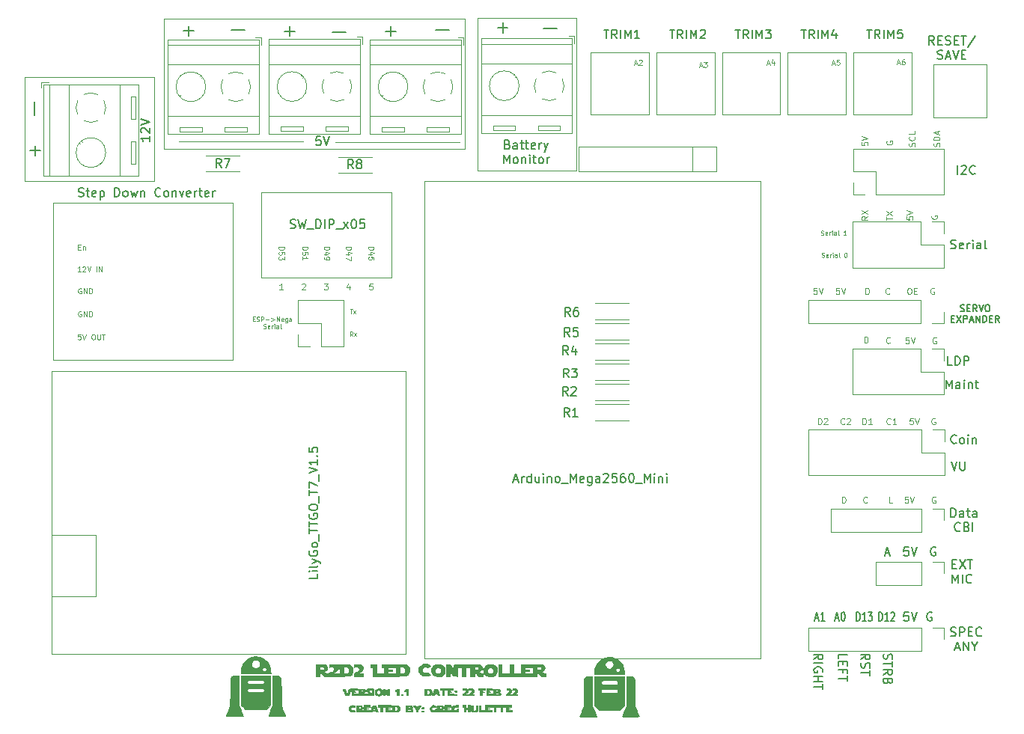
<source format=gbr>
%TF.GenerationSoftware,KiCad,Pcbnew,(6.0.0-0)*%
%TF.CreationDate,2022-02-22T22:18:14-05:00*%
%TF.ProjectId,LED_Controller_Without_Level_Shifter,4c45445f-436f-46e7-9472-6f6c6c65725f,1.0*%
%TF.SameCoordinates,Original*%
%TF.FileFunction,Legend,Top*%
%TF.FilePolarity,Positive*%
%FSLAX46Y46*%
G04 Gerber Fmt 4.6, Leading zero omitted, Abs format (unit mm)*
G04 Created by KiCad (PCBNEW (6.0.0-0)) date 2022-02-22 22:18:14*
%MOMM*%
%LPD*%
G01*
G04 APERTURE LIST*
%ADD10C,0.120000*%
%ADD11C,0.150000*%
%ADD12C,0.075000*%
%ADD13C,0.100000*%
%ADD14C,0.010000*%
G04 APERTURE END LIST*
D10*
X137530000Y-60480000D02*
X148680000Y-60480000D01*
X148680000Y-60480000D02*
X148680000Y-77810000D01*
X148680000Y-77810000D02*
X137530000Y-77810000D01*
X137530000Y-77810000D02*
X137530000Y-60480000D01*
X135530000Y-74520000D02*
X121470000Y-74520000D01*
X117830000Y-74460000D02*
X103770000Y-74460000D01*
X102090000Y-60590000D02*
X136080000Y-60590000D01*
X136080000Y-60590000D02*
X136080000Y-75326000D01*
X136080000Y-75326000D02*
X102090000Y-75326000D01*
X102090000Y-75326000D02*
X102090000Y-60590000D01*
X86330000Y-67162000D02*
X100980000Y-67162000D01*
X100980000Y-67162000D02*
X100980000Y-78964000D01*
X100980000Y-78964000D02*
X86330000Y-78964000D01*
X86330000Y-78964000D02*
X86330000Y-67162000D01*
D11*
X183491238Y-132459262D02*
X183443619Y-132602119D01*
X183443619Y-132840214D01*
X183491238Y-132935452D01*
X183538857Y-132983072D01*
X183634095Y-133030691D01*
X183729333Y-133030691D01*
X183824571Y-132983072D01*
X183872190Y-132935452D01*
X183919809Y-132840214D01*
X183967428Y-132649738D01*
X184015047Y-132554500D01*
X184062666Y-132506881D01*
X184157904Y-132459262D01*
X184253142Y-132459262D01*
X184348380Y-132506881D01*
X184396000Y-132554500D01*
X184443619Y-132649738D01*
X184443619Y-132887833D01*
X184396000Y-133030691D01*
X184443619Y-133316405D02*
X184443619Y-133887833D01*
X183443619Y-133602119D02*
X184443619Y-133602119D01*
X183443619Y-134792595D02*
X183919809Y-134459262D01*
X183443619Y-134221167D02*
X184443619Y-134221167D01*
X184443619Y-134602119D01*
X184396000Y-134697357D01*
X184348380Y-134744976D01*
X184253142Y-134792595D01*
X184110285Y-134792595D01*
X184015047Y-134744976D01*
X183967428Y-134697357D01*
X183919809Y-134602119D01*
X183919809Y-134221167D01*
X183967428Y-135554500D02*
X183919809Y-135697357D01*
X183872190Y-135744976D01*
X183776952Y-135792595D01*
X183634095Y-135792595D01*
X183538857Y-135744976D01*
X183491238Y-135697357D01*
X183443619Y-135602119D01*
X183443619Y-135221167D01*
X184443619Y-135221167D01*
X184443619Y-135554500D01*
X184396000Y-135649738D01*
X184348380Y-135697357D01*
X184253142Y-135744976D01*
X184157904Y-135744976D01*
X184062666Y-135697357D01*
X184015047Y-135649738D01*
X183967428Y-135554500D01*
X183967428Y-135221167D01*
D12*
X122644571Y-86393428D02*
X123244571Y-86393428D01*
X123244571Y-86536285D01*
X123216000Y-86622000D01*
X123158857Y-86679142D01*
X123101714Y-86707714D01*
X122987428Y-86736285D01*
X122901714Y-86736285D01*
X122787428Y-86707714D01*
X122730285Y-86679142D01*
X122673142Y-86622000D01*
X122644571Y-86536285D01*
X122644571Y-86393428D01*
X123044571Y-87250571D02*
X122644571Y-87250571D01*
X123273142Y-87107714D02*
X122844571Y-86964857D01*
X122844571Y-87336285D01*
X123244571Y-87507714D02*
X123244571Y-87907714D01*
X122644571Y-87650571D01*
D11*
X140930571Y-74815571D02*
X141073428Y-74863190D01*
X141121047Y-74910809D01*
X141168666Y-75006047D01*
X141168666Y-75148904D01*
X141121047Y-75244142D01*
X141073428Y-75291761D01*
X140978190Y-75339380D01*
X140597238Y-75339380D01*
X140597238Y-74339380D01*
X140930571Y-74339380D01*
X141025809Y-74387000D01*
X141073428Y-74434619D01*
X141121047Y-74529857D01*
X141121047Y-74625095D01*
X141073428Y-74720333D01*
X141025809Y-74767952D01*
X140930571Y-74815571D01*
X140597238Y-74815571D01*
X142025809Y-75339380D02*
X142025809Y-74815571D01*
X141978190Y-74720333D01*
X141882952Y-74672714D01*
X141692476Y-74672714D01*
X141597238Y-74720333D01*
X142025809Y-75291761D02*
X141930571Y-75339380D01*
X141692476Y-75339380D01*
X141597238Y-75291761D01*
X141549619Y-75196523D01*
X141549619Y-75101285D01*
X141597238Y-75006047D01*
X141692476Y-74958428D01*
X141930571Y-74958428D01*
X142025809Y-74910809D01*
X142359142Y-74672714D02*
X142740095Y-74672714D01*
X142502000Y-74339380D02*
X142502000Y-75196523D01*
X142549619Y-75291761D01*
X142644857Y-75339380D01*
X142740095Y-75339380D01*
X142930571Y-74672714D02*
X143311523Y-74672714D01*
X143073428Y-74339380D02*
X143073428Y-75196523D01*
X143121047Y-75291761D01*
X143216285Y-75339380D01*
X143311523Y-75339380D01*
X144025809Y-75291761D02*
X143930571Y-75339380D01*
X143740095Y-75339380D01*
X143644857Y-75291761D01*
X143597238Y-75196523D01*
X143597238Y-74815571D01*
X143644857Y-74720333D01*
X143740095Y-74672714D01*
X143930571Y-74672714D01*
X144025809Y-74720333D01*
X144073428Y-74815571D01*
X144073428Y-74910809D01*
X143597238Y-75006047D01*
X144502000Y-75339380D02*
X144502000Y-74672714D01*
X144502000Y-74863190D02*
X144549619Y-74767952D01*
X144597238Y-74720333D01*
X144692476Y-74672714D01*
X144787714Y-74672714D01*
X145025809Y-74672714D02*
X145263904Y-75339380D01*
X145502000Y-74672714D02*
X145263904Y-75339380D01*
X145168666Y-75577476D01*
X145121047Y-75625095D01*
X145025809Y-75672714D01*
X140478190Y-76949380D02*
X140478190Y-75949380D01*
X140811523Y-76663666D01*
X141144857Y-75949380D01*
X141144857Y-76949380D01*
X141763904Y-76949380D02*
X141668666Y-76901761D01*
X141621047Y-76854142D01*
X141573428Y-76758904D01*
X141573428Y-76473190D01*
X141621047Y-76377952D01*
X141668666Y-76330333D01*
X141763904Y-76282714D01*
X141906761Y-76282714D01*
X142002000Y-76330333D01*
X142049619Y-76377952D01*
X142097238Y-76473190D01*
X142097238Y-76758904D01*
X142049619Y-76854142D01*
X142002000Y-76901761D01*
X141906761Y-76949380D01*
X141763904Y-76949380D01*
X142525809Y-76282714D02*
X142525809Y-76949380D01*
X142525809Y-76377952D02*
X142573428Y-76330333D01*
X142668666Y-76282714D01*
X142811523Y-76282714D01*
X142906761Y-76330333D01*
X142954380Y-76425571D01*
X142954380Y-76949380D01*
X143430571Y-76949380D02*
X143430571Y-76282714D01*
X143430571Y-75949380D02*
X143382952Y-75997000D01*
X143430571Y-76044619D01*
X143478190Y-75997000D01*
X143430571Y-75949380D01*
X143430571Y-76044619D01*
X143763904Y-76282714D02*
X144144857Y-76282714D01*
X143906761Y-75949380D02*
X143906761Y-76806523D01*
X143954380Y-76901761D01*
X144049619Y-76949380D01*
X144144857Y-76949380D01*
X144621047Y-76949380D02*
X144525809Y-76901761D01*
X144478190Y-76854142D01*
X144430571Y-76758904D01*
X144430571Y-76473190D01*
X144478190Y-76377952D01*
X144525809Y-76330333D01*
X144621047Y-76282714D01*
X144763904Y-76282714D01*
X144859142Y-76330333D01*
X144906761Y-76377952D01*
X144954380Y-76473190D01*
X144954380Y-76758904D01*
X144906761Y-76854142D01*
X144859142Y-76901761D01*
X144763904Y-76949380D01*
X144621047Y-76949380D01*
X145382952Y-76949380D02*
X145382952Y-76282714D01*
X145382952Y-76473190D02*
X145430571Y-76377952D01*
X145478190Y-76330333D01*
X145573428Y-76282714D01*
X145668666Y-76282714D01*
D12*
X117656000Y-90615333D02*
X117689333Y-90582000D01*
X117756000Y-90548666D01*
X117922666Y-90548666D01*
X117989333Y-90582000D01*
X118022666Y-90615333D01*
X118056000Y-90682000D01*
X118056000Y-90748666D01*
X118022666Y-90848666D01*
X117622666Y-91248666D01*
X118056000Y-91248666D01*
X162639428Y-65886000D02*
X162925142Y-65886000D01*
X162582285Y-66057428D02*
X162782285Y-65457428D01*
X162982285Y-66057428D01*
X163125142Y-65457428D02*
X163496571Y-65457428D01*
X163296571Y-65686000D01*
X163382285Y-65686000D01*
X163439428Y-65714571D01*
X163468000Y-65743142D01*
X163496571Y-65800285D01*
X163496571Y-65943142D01*
X163468000Y-66000285D01*
X163439428Y-66028857D01*
X163382285Y-66057428D01*
X163210857Y-66057428D01*
X163153714Y-66028857D01*
X163125142Y-66000285D01*
X181591916Y-115312000D02*
X181558583Y-115345333D01*
X181458583Y-115378666D01*
X181391916Y-115378666D01*
X181291916Y-115345333D01*
X181225250Y-115278666D01*
X181191916Y-115212000D01*
X181158583Y-115078666D01*
X181158583Y-114978666D01*
X181191916Y-114845333D01*
X181225250Y-114778666D01*
X181291916Y-114712000D01*
X181391916Y-114678666D01*
X181458583Y-114678666D01*
X181558583Y-114712000D01*
X181591916Y-114745333D01*
D13*
X123098761Y-93452190D02*
X123384476Y-93452190D01*
X123241619Y-93952190D02*
X123241619Y-93452190D01*
X123503523Y-93952190D02*
X123765428Y-93618857D01*
X123503523Y-93618857D02*
X123765428Y-93952190D01*
D12*
X115516000Y-91248666D02*
X115116000Y-91248666D01*
X115316000Y-91248666D02*
X115316000Y-90548666D01*
X115249333Y-90648666D01*
X115182666Y-90715333D01*
X115116000Y-90748666D01*
X189398583Y-96678000D02*
X189331916Y-96644666D01*
X189231916Y-96644666D01*
X189131916Y-96678000D01*
X189065250Y-96744666D01*
X189031916Y-96811333D01*
X188998583Y-96944666D01*
X188998583Y-97044666D01*
X189031916Y-97178000D01*
X189065250Y-97244666D01*
X189131916Y-97311333D01*
X189231916Y-97344666D01*
X189298583Y-97344666D01*
X189398583Y-97311333D01*
X189431916Y-97278000D01*
X189431916Y-97044666D01*
X189298583Y-97044666D01*
D11*
X175726214Y-128436666D02*
X176083357Y-128436666D01*
X175654785Y-128722380D02*
X175904785Y-127722380D01*
X176154785Y-128722380D01*
X176797642Y-128722380D02*
X176369071Y-128722380D01*
X176583357Y-128722380D02*
X176583357Y-127722380D01*
X176511928Y-127865238D01*
X176440500Y-127960476D01*
X176369071Y-128008095D01*
X146491904Y-61702380D02*
X145730000Y-61702380D01*
X145730000Y-61702380D02*
X144968095Y-61702380D01*
X191692666Y-108561142D02*
X191645047Y-108608761D01*
X191502190Y-108656380D01*
X191406952Y-108656380D01*
X191264095Y-108608761D01*
X191168857Y-108513523D01*
X191121238Y-108418285D01*
X191073619Y-108227809D01*
X191073619Y-108084952D01*
X191121238Y-107894476D01*
X191168857Y-107799238D01*
X191264095Y-107704000D01*
X191406952Y-107656380D01*
X191502190Y-107656380D01*
X191645047Y-107704000D01*
X191692666Y-107751619D01*
X192264095Y-108656380D02*
X192168857Y-108608761D01*
X192121238Y-108561142D01*
X192073619Y-108465904D01*
X192073619Y-108180190D01*
X192121238Y-108084952D01*
X192168857Y-108037333D01*
X192264095Y-107989714D01*
X192406952Y-107989714D01*
X192502190Y-108037333D01*
X192549809Y-108084952D01*
X192597428Y-108180190D01*
X192597428Y-108465904D01*
X192549809Y-108561142D01*
X192502190Y-108608761D01*
X192406952Y-108656380D01*
X192264095Y-108656380D01*
X193026000Y-108656380D02*
X193026000Y-107989714D01*
X193026000Y-107656380D02*
X192978380Y-107704000D01*
X193026000Y-107751619D01*
X193073619Y-107704000D01*
X193026000Y-107656380D01*
X193026000Y-107751619D01*
X193502190Y-107989714D02*
X193502190Y-108656380D01*
X193502190Y-108084952D02*
X193549809Y-108037333D01*
X193645047Y-107989714D01*
X193787904Y-107989714D01*
X193883142Y-108037333D01*
X193930761Y-108132571D01*
X193930761Y-108656380D01*
D12*
X125194571Y-86393428D02*
X125794571Y-86393428D01*
X125794571Y-86536285D01*
X125766000Y-86622000D01*
X125708857Y-86679142D01*
X125651714Y-86707714D01*
X125537428Y-86736285D01*
X125451714Y-86736285D01*
X125337428Y-86707714D01*
X125280285Y-86679142D01*
X125223142Y-86622000D01*
X125194571Y-86536285D01*
X125194571Y-86393428D01*
X125594571Y-87250571D02*
X125194571Y-87250571D01*
X125823142Y-87107714D02*
X125394571Y-86964857D01*
X125394571Y-87336285D01*
X125794571Y-87850571D02*
X125794571Y-87564857D01*
X125508857Y-87536285D01*
X125537428Y-87564857D01*
X125566000Y-87622000D01*
X125566000Y-87764857D01*
X125537428Y-87822000D01*
X125508857Y-87850571D01*
X125451714Y-87879142D01*
X125308857Y-87879142D01*
X125251714Y-87850571D01*
X125223142Y-87822000D01*
X125194571Y-87764857D01*
X125194571Y-87622000D01*
X125223142Y-87564857D01*
X125251714Y-87536285D01*
D11*
X190523695Y-102434180D02*
X190523695Y-101434180D01*
X190857028Y-102148466D01*
X191190361Y-101434180D01*
X191190361Y-102434180D01*
X192095123Y-102434180D02*
X192095123Y-101910371D01*
X192047504Y-101815133D01*
X191952266Y-101767514D01*
X191761790Y-101767514D01*
X191666552Y-101815133D01*
X192095123Y-102386561D02*
X191999885Y-102434180D01*
X191761790Y-102434180D01*
X191666552Y-102386561D01*
X191618933Y-102291323D01*
X191618933Y-102196085D01*
X191666552Y-102100847D01*
X191761790Y-102053228D01*
X191999885Y-102053228D01*
X192095123Y-102005609D01*
X192571314Y-102434180D02*
X192571314Y-101767514D01*
X192571314Y-101434180D02*
X192523695Y-101481800D01*
X192571314Y-101529419D01*
X192618933Y-101481800D01*
X192571314Y-101434180D01*
X192571314Y-101529419D01*
X193047504Y-101767514D02*
X193047504Y-102434180D01*
X193047504Y-101862752D02*
X193095123Y-101815133D01*
X193190361Y-101767514D01*
X193333219Y-101767514D01*
X193428457Y-101815133D01*
X193476076Y-101910371D01*
X193476076Y-102434180D01*
X193809409Y-101767514D02*
X194190361Y-101767514D01*
X193952266Y-101434180D02*
X193952266Y-102291323D01*
X193999885Y-102386561D01*
X194095123Y-102434180D01*
X194190361Y-102434180D01*
X189322404Y-120404000D02*
X189227166Y-120356380D01*
X189084309Y-120356380D01*
X188941452Y-120404000D01*
X188846214Y-120499238D01*
X188798595Y-120594476D01*
X188750976Y-120784952D01*
X188750976Y-120927809D01*
X188798595Y-121118285D01*
X188846214Y-121213523D01*
X188941452Y-121308761D01*
X189084309Y-121356380D01*
X189179547Y-121356380D01*
X189322404Y-121308761D01*
X189370023Y-121261142D01*
X189370023Y-120927809D01*
X189179547Y-120927809D01*
D12*
X92348572Y-86407142D02*
X92548572Y-86407142D01*
X92634286Y-86721428D02*
X92348572Y-86721428D01*
X92348572Y-86121428D01*
X92634286Y-86121428D01*
X92891429Y-86321428D02*
X92891429Y-86721428D01*
X92891429Y-86378571D02*
X92920000Y-86350000D01*
X92977143Y-86321428D01*
X93062857Y-86321428D01*
X93120000Y-86350000D01*
X93148572Y-86407142D01*
X93148572Y-86721428D01*
D11*
X128297428Y-61998857D02*
X127154571Y-61998857D01*
X127726000Y-61427428D02*
X127726000Y-62570285D01*
D12*
X92682857Y-93710000D02*
X92625714Y-93681428D01*
X92540000Y-93681428D01*
X92454285Y-93710000D01*
X92397142Y-93767142D01*
X92368571Y-93824285D01*
X92340000Y-93938571D01*
X92340000Y-94024285D01*
X92368571Y-94138571D01*
X92397142Y-94195714D01*
X92454285Y-94252857D01*
X92540000Y-94281428D01*
X92597142Y-94281428D01*
X92682857Y-94252857D01*
X92711428Y-94224285D01*
X92711428Y-94024285D01*
X92597142Y-94024285D01*
X92968571Y-94281428D02*
X92968571Y-93681428D01*
X93311428Y-94281428D01*
X93311428Y-93681428D01*
X93597142Y-94281428D02*
X93597142Y-93681428D01*
X93740000Y-93681428D01*
X93825714Y-93710000D01*
X93882857Y-93767142D01*
X93911428Y-93824285D01*
X93940000Y-93938571D01*
X93940000Y-94024285D01*
X93911428Y-94138571D01*
X93882857Y-94195714D01*
X93825714Y-94252857D01*
X93740000Y-94281428D01*
X93597142Y-94281428D01*
D11*
X140941428Y-61592857D02*
X139798571Y-61592857D01*
X140370000Y-61021428D02*
X140370000Y-62164285D01*
D12*
X175888666Y-91056666D02*
X175555333Y-91056666D01*
X175522000Y-91390000D01*
X175555333Y-91356666D01*
X175622000Y-91323333D01*
X175788666Y-91323333D01*
X175855333Y-91356666D01*
X175888666Y-91390000D01*
X175922000Y-91456666D01*
X175922000Y-91623333D01*
X175888666Y-91690000D01*
X175855333Y-91723333D01*
X175788666Y-91756666D01*
X175622000Y-91756666D01*
X175555333Y-91723333D01*
X175522000Y-91690000D01*
X176122000Y-91056666D02*
X176355333Y-91756666D01*
X176588666Y-91056666D01*
X120159571Y-86393428D02*
X120759571Y-86393428D01*
X120759571Y-86536285D01*
X120731000Y-86622000D01*
X120673857Y-86679142D01*
X120616714Y-86707714D01*
X120502428Y-86736285D01*
X120416714Y-86736285D01*
X120302428Y-86707714D01*
X120245285Y-86679142D01*
X120188142Y-86622000D01*
X120159571Y-86536285D01*
X120159571Y-86393428D01*
X120559571Y-87250571D02*
X120159571Y-87250571D01*
X120788142Y-87107714D02*
X120359571Y-86964857D01*
X120359571Y-87336285D01*
X120159571Y-87593428D02*
X120159571Y-87707714D01*
X120188142Y-87764857D01*
X120216714Y-87793428D01*
X120302428Y-87850571D01*
X120416714Y-87879142D01*
X120645285Y-87879142D01*
X120702428Y-87850571D01*
X120731000Y-87822000D01*
X120759571Y-87764857D01*
X120759571Y-87650571D01*
X120731000Y-87593428D01*
X120702428Y-87564857D01*
X120645285Y-87536285D01*
X120502428Y-87536285D01*
X120445285Y-87564857D01*
X120416714Y-87593428D01*
X120388142Y-87650571D01*
X120388142Y-87764857D01*
X120416714Y-87822000D01*
X120445285Y-87850571D01*
X120502428Y-87879142D01*
X181267916Y-97256666D02*
X181267916Y-96556666D01*
X181434583Y-96556666D01*
X181534583Y-96590000D01*
X181601250Y-96656666D01*
X181634583Y-96723333D01*
X181667916Y-96856666D01*
X181667916Y-96956666D01*
X181634583Y-97090000D01*
X181601250Y-97156666D01*
X181534583Y-97223333D01*
X181434583Y-97256666D01*
X181267916Y-97256666D01*
D13*
X112133333Y-94557785D02*
X112300000Y-94557785D01*
X112371428Y-94819690D02*
X112133333Y-94819690D01*
X112133333Y-94319690D01*
X112371428Y-94319690D01*
X112561904Y-94795880D02*
X112633333Y-94819690D01*
X112752380Y-94819690D01*
X112800000Y-94795880D01*
X112823809Y-94772071D01*
X112847619Y-94724452D01*
X112847619Y-94676833D01*
X112823809Y-94629214D01*
X112800000Y-94605404D01*
X112752380Y-94581595D01*
X112657142Y-94557785D01*
X112609523Y-94533976D01*
X112585714Y-94510166D01*
X112561904Y-94462547D01*
X112561904Y-94414928D01*
X112585714Y-94367309D01*
X112609523Y-94343500D01*
X112657142Y-94319690D01*
X112776190Y-94319690D01*
X112847619Y-94343500D01*
X113061904Y-94819690D02*
X113061904Y-94319690D01*
X113252380Y-94319690D01*
X113300000Y-94343500D01*
X113323809Y-94367309D01*
X113347619Y-94414928D01*
X113347619Y-94486357D01*
X113323809Y-94533976D01*
X113300000Y-94557785D01*
X113252380Y-94581595D01*
X113061904Y-94581595D01*
X113561904Y-94629214D02*
X113942857Y-94629214D01*
X114180952Y-94486357D02*
X114561904Y-94629214D01*
X114180952Y-94772071D01*
X114800000Y-94819690D02*
X114800000Y-94319690D01*
X114966666Y-94676833D01*
X115133333Y-94319690D01*
X115133333Y-94819690D01*
X115561904Y-94795880D02*
X115514285Y-94819690D01*
X115419047Y-94819690D01*
X115371428Y-94795880D01*
X115347619Y-94748261D01*
X115347619Y-94557785D01*
X115371428Y-94510166D01*
X115419047Y-94486357D01*
X115514285Y-94486357D01*
X115561904Y-94510166D01*
X115585714Y-94557785D01*
X115585714Y-94605404D01*
X115347619Y-94653023D01*
X116014285Y-94486357D02*
X116014285Y-94891119D01*
X115990476Y-94938738D01*
X115966666Y-94962547D01*
X115919047Y-94986357D01*
X115847619Y-94986357D01*
X115800000Y-94962547D01*
X116014285Y-94795880D02*
X115966666Y-94819690D01*
X115871428Y-94819690D01*
X115823809Y-94795880D01*
X115800000Y-94772071D01*
X115776190Y-94724452D01*
X115776190Y-94581595D01*
X115800000Y-94533976D01*
X115823809Y-94510166D01*
X115871428Y-94486357D01*
X115966666Y-94486357D01*
X116014285Y-94510166D01*
X116466666Y-94819690D02*
X116466666Y-94557785D01*
X116442857Y-94510166D01*
X116395238Y-94486357D01*
X116300000Y-94486357D01*
X116252380Y-94510166D01*
X116466666Y-94795880D02*
X116419047Y-94819690D01*
X116300000Y-94819690D01*
X116252380Y-94795880D01*
X116228571Y-94748261D01*
X116228571Y-94700642D01*
X116252380Y-94653023D01*
X116300000Y-94629214D01*
X116419047Y-94629214D01*
X116466666Y-94605404D01*
X113311904Y-95600880D02*
X113383333Y-95624690D01*
X113502380Y-95624690D01*
X113550000Y-95600880D01*
X113573809Y-95577071D01*
X113597619Y-95529452D01*
X113597619Y-95481833D01*
X113573809Y-95434214D01*
X113550000Y-95410404D01*
X113502380Y-95386595D01*
X113407142Y-95362785D01*
X113359523Y-95338976D01*
X113335714Y-95315166D01*
X113311904Y-95267547D01*
X113311904Y-95219928D01*
X113335714Y-95172309D01*
X113359523Y-95148500D01*
X113407142Y-95124690D01*
X113526190Y-95124690D01*
X113597619Y-95148500D01*
X114002380Y-95600880D02*
X113954761Y-95624690D01*
X113859523Y-95624690D01*
X113811904Y-95600880D01*
X113788095Y-95553261D01*
X113788095Y-95362785D01*
X113811904Y-95315166D01*
X113859523Y-95291357D01*
X113954761Y-95291357D01*
X114002380Y-95315166D01*
X114026190Y-95362785D01*
X114026190Y-95410404D01*
X113788095Y-95458023D01*
X114240476Y-95624690D02*
X114240476Y-95291357D01*
X114240476Y-95386595D02*
X114264285Y-95338976D01*
X114288095Y-95315166D01*
X114335714Y-95291357D01*
X114383333Y-95291357D01*
X114550000Y-95624690D02*
X114550000Y-95291357D01*
X114550000Y-95124690D02*
X114526190Y-95148500D01*
X114550000Y-95172309D01*
X114573809Y-95148500D01*
X114550000Y-95124690D01*
X114550000Y-95172309D01*
X115002380Y-95624690D02*
X115002380Y-95362785D01*
X114978571Y-95315166D01*
X114930952Y-95291357D01*
X114835714Y-95291357D01*
X114788095Y-95315166D01*
X115002380Y-95600880D02*
X114954761Y-95624690D01*
X114835714Y-95624690D01*
X114788095Y-95600880D01*
X114764285Y-95553261D01*
X114764285Y-95505642D01*
X114788095Y-95458023D01*
X114835714Y-95434214D01*
X114954761Y-95434214D01*
X115002380Y-95410404D01*
X115311904Y-95624690D02*
X115264285Y-95600880D01*
X115240476Y-95553261D01*
X115240476Y-95124690D01*
D12*
X186762583Y-105788666D02*
X186429250Y-105788666D01*
X186395916Y-106122000D01*
X186429250Y-106088666D01*
X186495916Y-106055333D01*
X186662583Y-106055333D01*
X186729250Y-106088666D01*
X186762583Y-106122000D01*
X186795916Y-106188666D01*
X186795916Y-106355333D01*
X186762583Y-106422000D01*
X186729250Y-106455333D01*
X186662583Y-106488666D01*
X186495916Y-106488666D01*
X186429250Y-106455333D01*
X186395916Y-106422000D01*
X186995916Y-105788666D02*
X187229250Y-106488666D01*
X187462583Y-105788666D01*
D11*
X134329904Y-61812380D02*
X133568000Y-61812380D01*
X133568000Y-61812380D02*
X132806095Y-61812380D01*
D12*
X181426666Y-91756666D02*
X181426666Y-91056666D01*
X181593333Y-91056666D01*
X181693333Y-91090000D01*
X181760000Y-91156666D01*
X181793333Y-91223333D01*
X181826666Y-91356666D01*
X181826666Y-91456666D01*
X181793333Y-91590000D01*
X181760000Y-91656666D01*
X181693333Y-91723333D01*
X181593333Y-91756666D01*
X181426666Y-91756666D01*
X120162666Y-90548666D02*
X120596000Y-90548666D01*
X120362666Y-90815333D01*
X120462666Y-90815333D01*
X120529333Y-90848666D01*
X120562666Y-90882000D01*
X120596000Y-90948666D01*
X120596000Y-91115333D01*
X120562666Y-91182000D01*
X120529333Y-91215333D01*
X120462666Y-91248666D01*
X120262666Y-91248666D01*
X120196000Y-91215333D01*
X120162666Y-91182000D01*
D11*
X119789523Y-73912380D02*
X119313333Y-73912380D01*
X119265714Y-74388571D01*
X119313333Y-74340952D01*
X119408571Y-74293333D01*
X119646666Y-74293333D01*
X119741904Y-74340952D01*
X119789523Y-74388571D01*
X119837142Y-74483809D01*
X119837142Y-74721904D01*
X119789523Y-74817142D01*
X119741904Y-74864761D01*
X119646666Y-74912380D01*
X119408571Y-74912380D01*
X119313333Y-74864761D01*
X119265714Y-74817142D01*
X120122857Y-73912380D02*
X120456190Y-74912380D01*
X120789523Y-73912380D01*
D12*
X183766666Y-83396857D02*
X183766666Y-82996857D01*
X184466666Y-83196857D02*
X183766666Y-83196857D01*
X183766666Y-82830190D02*
X184466666Y-82363524D01*
X183766666Y-82363524D02*
X184466666Y-82830190D01*
X186208583Y-114678666D02*
X185875250Y-114678666D01*
X185841916Y-115012000D01*
X185875250Y-114978666D01*
X185941916Y-114945333D01*
X186108583Y-114945333D01*
X186175250Y-114978666D01*
X186208583Y-115012000D01*
X186241916Y-115078666D01*
X186241916Y-115245333D01*
X186208583Y-115312000D01*
X186175250Y-115345333D01*
X186108583Y-115378666D01*
X185941916Y-115378666D01*
X185875250Y-115345333D01*
X185841916Y-115312000D01*
X186441916Y-114678666D02*
X186675250Y-115378666D01*
X186908583Y-114678666D01*
X178428666Y-91056666D02*
X178095333Y-91056666D01*
X178062000Y-91390000D01*
X178095333Y-91356666D01*
X178162000Y-91323333D01*
X178328666Y-91323333D01*
X178395333Y-91356666D01*
X178428666Y-91390000D01*
X178462000Y-91456666D01*
X178462000Y-91623333D01*
X178428666Y-91690000D01*
X178395333Y-91723333D01*
X178328666Y-91756666D01*
X178162000Y-91756666D01*
X178095333Y-91723333D01*
X178062000Y-91690000D01*
X178662000Y-91056666D02*
X178895333Y-91756666D01*
X179128666Y-91056666D01*
X123069333Y-90782000D02*
X123069333Y-91248666D01*
X122902666Y-90515333D02*
X122736000Y-91015333D01*
X123169333Y-91015333D01*
D13*
X176383333Y-85038380D02*
X176454761Y-85062190D01*
X176573809Y-85062190D01*
X176621428Y-85038380D01*
X176645238Y-85014571D01*
X176669047Y-84966952D01*
X176669047Y-84919333D01*
X176645238Y-84871714D01*
X176621428Y-84847904D01*
X176573809Y-84824095D01*
X176478571Y-84800285D01*
X176430952Y-84776476D01*
X176407142Y-84752666D01*
X176383333Y-84705047D01*
X176383333Y-84657428D01*
X176407142Y-84609809D01*
X176430952Y-84586000D01*
X176478571Y-84562190D01*
X176597619Y-84562190D01*
X176669047Y-84586000D01*
X177073809Y-85038380D02*
X177026190Y-85062190D01*
X176930952Y-85062190D01*
X176883333Y-85038380D01*
X176859523Y-84990761D01*
X176859523Y-84800285D01*
X176883333Y-84752666D01*
X176930952Y-84728857D01*
X177026190Y-84728857D01*
X177073809Y-84752666D01*
X177097619Y-84800285D01*
X177097619Y-84847904D01*
X176859523Y-84895523D01*
X177311904Y-85062190D02*
X177311904Y-84728857D01*
X177311904Y-84824095D02*
X177335714Y-84776476D01*
X177359523Y-84752666D01*
X177407142Y-84728857D01*
X177454761Y-84728857D01*
X177621428Y-85062190D02*
X177621428Y-84728857D01*
X177621428Y-84562190D02*
X177597619Y-84586000D01*
X177621428Y-84609809D01*
X177645238Y-84586000D01*
X177621428Y-84562190D01*
X177621428Y-84609809D01*
X178073809Y-85062190D02*
X178073809Y-84800285D01*
X178050000Y-84752666D01*
X178002380Y-84728857D01*
X177907142Y-84728857D01*
X177859523Y-84752666D01*
X178073809Y-85038380D02*
X178026190Y-85062190D01*
X177907142Y-85062190D01*
X177859523Y-85038380D01*
X177835714Y-84990761D01*
X177835714Y-84943142D01*
X177859523Y-84895523D01*
X177907142Y-84871714D01*
X178026190Y-84871714D01*
X178073809Y-84847904D01*
X178383333Y-85062190D02*
X178335714Y-85038380D01*
X178311904Y-84990761D01*
X178311904Y-84562190D01*
X179216666Y-85062190D02*
X178930952Y-85062190D01*
X179073809Y-85062190D02*
X179073809Y-84562190D01*
X179026190Y-84633619D01*
X178978571Y-84681238D01*
X178930952Y-84705047D01*
D11*
X178363619Y-132983071D02*
X178363619Y-132506880D01*
X179363619Y-132506880D01*
X178887428Y-133316404D02*
X178887428Y-133649738D01*
X178363619Y-133792595D02*
X178363619Y-133316404D01*
X179363619Y-133316404D01*
X179363619Y-133792595D01*
X178887428Y-134554499D02*
X178887428Y-134221166D01*
X178363619Y-134221166D02*
X179363619Y-134221166D01*
X179363619Y-134697357D01*
X179363619Y-134935452D02*
X179363619Y-135506880D01*
X178363619Y-135221166D02*
X179363619Y-135221166D01*
X191088857Y-110686380D02*
X191422190Y-111686380D01*
X191755523Y-110686380D01*
X192088857Y-110686380D02*
X192088857Y-111495904D01*
X192136476Y-111591142D01*
X192184095Y-111638761D01*
X192279333Y-111686380D01*
X192469809Y-111686380D01*
X192565047Y-111638761D01*
X192612666Y-111591142D01*
X192660285Y-111495904D01*
X192660285Y-110686380D01*
X182947833Y-128722380D02*
X182947833Y-127722380D01*
X183114500Y-127722380D01*
X183214500Y-127770000D01*
X183281166Y-127865238D01*
X183314500Y-127960476D01*
X183347833Y-128150952D01*
X183347833Y-128293809D01*
X183314500Y-128484285D01*
X183281166Y-128579523D01*
X183214500Y-128674761D01*
X183114500Y-128722380D01*
X182947833Y-128722380D01*
X184014500Y-128722380D02*
X183614500Y-128722380D01*
X183814500Y-128722380D02*
X183814500Y-127722380D01*
X183747833Y-127865238D01*
X183681166Y-127960476D01*
X183614500Y-128008095D01*
X184281166Y-127817619D02*
X184314500Y-127770000D01*
X184381166Y-127722380D01*
X184547833Y-127722380D01*
X184614500Y-127770000D01*
X184647833Y-127817619D01*
X184681166Y-127912857D01*
X184681166Y-128008095D01*
X184647833Y-128150952D01*
X184247833Y-128722380D01*
X184681166Y-128722380D01*
D12*
X186052666Y-82973047D02*
X186052666Y-83306380D01*
X186386000Y-83339714D01*
X186352666Y-83306380D01*
X186319333Y-83239714D01*
X186319333Y-83073047D01*
X186352666Y-83006380D01*
X186386000Y-82973047D01*
X186452666Y-82939714D01*
X186619333Y-82939714D01*
X186686000Y-82973047D01*
X186719333Y-83006380D01*
X186752666Y-83073047D01*
X186752666Y-83239714D01*
X186719333Y-83306380D01*
X186686000Y-83339714D01*
X186052666Y-82739714D02*
X186752666Y-82506380D01*
X186052666Y-82273047D01*
X184408583Y-115378666D02*
X184075250Y-115378666D01*
X184075250Y-114678666D01*
X184991428Y-65600000D02*
X185277142Y-65600000D01*
X184934285Y-65771428D02*
X185134285Y-65171428D01*
X185334285Y-65771428D01*
X185791428Y-65171428D02*
X185677142Y-65171428D01*
X185620000Y-65200000D01*
X185591428Y-65228571D01*
X185534285Y-65314285D01*
X185505714Y-65428571D01*
X185505714Y-65657142D01*
X185534285Y-65714285D01*
X185562857Y-65742857D01*
X185620000Y-65771428D01*
X185734285Y-65771428D01*
X185791428Y-65742857D01*
X185820000Y-65714285D01*
X185848571Y-65657142D01*
X185848571Y-65514285D01*
X185820000Y-65457142D01*
X185791428Y-65428571D01*
X185734285Y-65400000D01*
X185620000Y-65400000D01*
X185562857Y-65428571D01*
X185534285Y-65457142D01*
X185505714Y-65514285D01*
X125642666Y-90548666D02*
X125309333Y-90548666D01*
X125276000Y-90882000D01*
X125309333Y-90848666D01*
X125376000Y-90815333D01*
X125542666Y-90815333D01*
X125609333Y-90848666D01*
X125642666Y-90882000D01*
X125676000Y-90948666D01*
X125676000Y-91115333D01*
X125642666Y-91182000D01*
X125609333Y-91215333D01*
X125542666Y-91248666D01*
X125376000Y-91248666D01*
X125309333Y-91215333D01*
X125276000Y-91182000D01*
X179029250Y-106418000D02*
X178995916Y-106451333D01*
X178895916Y-106484666D01*
X178829250Y-106484666D01*
X178729250Y-106451333D01*
X178662583Y-106384666D01*
X178629250Y-106318000D01*
X178595916Y-106184666D01*
X178595916Y-106084666D01*
X178629250Y-105951333D01*
X178662583Y-105884666D01*
X178729250Y-105818000D01*
X178829250Y-105784666D01*
X178895916Y-105784666D01*
X178995916Y-105818000D01*
X179029250Y-105851333D01*
X179295916Y-105851333D02*
X179329250Y-105818000D01*
X179395916Y-105784666D01*
X179562583Y-105784666D01*
X179629250Y-105818000D01*
X179662583Y-105851333D01*
X179695916Y-105918000D01*
X179695916Y-105984666D01*
X179662583Y-106084666D01*
X179262583Y-106484666D01*
X179695916Y-106484666D01*
X180972666Y-74555333D02*
X180972666Y-74888666D01*
X181306000Y-74922000D01*
X181272666Y-74888666D01*
X181239333Y-74822000D01*
X181239333Y-74655333D01*
X181272666Y-74588666D01*
X181306000Y-74555333D01*
X181372666Y-74522000D01*
X181539333Y-74522000D01*
X181606000Y-74555333D01*
X181639333Y-74588666D01*
X181672666Y-74655333D01*
X181672666Y-74822000D01*
X181639333Y-74888666D01*
X181606000Y-74922000D01*
X180972666Y-74322000D02*
X181672666Y-74088666D01*
X180972666Y-73855333D01*
X115044571Y-86393428D02*
X115644571Y-86393428D01*
X115644571Y-86536285D01*
X115616000Y-86622000D01*
X115558857Y-86679142D01*
X115501714Y-86707714D01*
X115387428Y-86736285D01*
X115301714Y-86736285D01*
X115187428Y-86707714D01*
X115130285Y-86679142D01*
X115073142Y-86622000D01*
X115044571Y-86536285D01*
X115044571Y-86393428D01*
X115644571Y-87279142D02*
X115644571Y-86993428D01*
X115358857Y-86964857D01*
X115387428Y-86993428D01*
X115416000Y-87050571D01*
X115416000Y-87193428D01*
X115387428Y-87250571D01*
X115358857Y-87279142D01*
X115301714Y-87307714D01*
X115158857Y-87307714D01*
X115101714Y-87279142D01*
X115073142Y-87250571D01*
X115044571Y-87193428D01*
X115044571Y-87050571D01*
X115073142Y-86993428D01*
X115101714Y-86964857D01*
X115644571Y-87507714D02*
X115644571Y-87879142D01*
X115416000Y-87679142D01*
X115416000Y-87764857D01*
X115387428Y-87822000D01*
X115358857Y-87850571D01*
X115301714Y-87879142D01*
X115158857Y-87879142D01*
X115101714Y-87850571D01*
X115073142Y-87822000D01*
X115044571Y-87764857D01*
X115044571Y-87593428D01*
X115073142Y-87536285D01*
X115101714Y-87507714D01*
X92682857Y-91120000D02*
X92625714Y-91091428D01*
X92540000Y-91091428D01*
X92454285Y-91120000D01*
X92397142Y-91177142D01*
X92368571Y-91234285D01*
X92340000Y-91348571D01*
X92340000Y-91434285D01*
X92368571Y-91548571D01*
X92397142Y-91605714D01*
X92454285Y-91662857D01*
X92540000Y-91691428D01*
X92597142Y-91691428D01*
X92682857Y-91662857D01*
X92711428Y-91634285D01*
X92711428Y-91434285D01*
X92597142Y-91434285D01*
X92968571Y-91691428D02*
X92968571Y-91091428D01*
X93311428Y-91691428D01*
X93311428Y-91091428D01*
X93597142Y-91691428D02*
X93597142Y-91091428D01*
X93740000Y-91091428D01*
X93825714Y-91120000D01*
X93882857Y-91177142D01*
X93911428Y-91234285D01*
X93940000Y-91348571D01*
X93940000Y-91434285D01*
X93911428Y-91548571D01*
X93882857Y-91605714D01*
X93825714Y-91662857D01*
X93740000Y-91691428D01*
X93597142Y-91691428D01*
X181079250Y-106488666D02*
X181079250Y-105788666D01*
X181245916Y-105788666D01*
X181345916Y-105822000D01*
X181412583Y-105888666D01*
X181445916Y-105955333D01*
X181479250Y-106088666D01*
X181479250Y-106188666D01*
X181445916Y-106322000D01*
X181412583Y-106388666D01*
X181345916Y-106455333D01*
X181245916Y-106488666D01*
X181079250Y-106488666D01*
X182145916Y-106488666D02*
X181745916Y-106488666D01*
X181945916Y-106488666D02*
X181945916Y-105788666D01*
X181879250Y-105888666D01*
X181812583Y-105955333D01*
X181745916Y-105988666D01*
D11*
X116867428Y-61998857D02*
X115724571Y-61998857D01*
X116296000Y-61427428D02*
X116296000Y-62570285D01*
X92385523Y-80668761D02*
X92528380Y-80716380D01*
X92766476Y-80716380D01*
X92861714Y-80668761D01*
X92909333Y-80621142D01*
X92956952Y-80525904D01*
X92956952Y-80430666D01*
X92909333Y-80335428D01*
X92861714Y-80287809D01*
X92766476Y-80240190D01*
X92576000Y-80192571D01*
X92480761Y-80144952D01*
X92433142Y-80097333D01*
X92385523Y-80002095D01*
X92385523Y-79906857D01*
X92433142Y-79811619D01*
X92480761Y-79764000D01*
X92576000Y-79716380D01*
X92814095Y-79716380D01*
X92956952Y-79764000D01*
X93242666Y-80049714D02*
X93623619Y-80049714D01*
X93385523Y-79716380D02*
X93385523Y-80573523D01*
X93433142Y-80668761D01*
X93528380Y-80716380D01*
X93623619Y-80716380D01*
X94337904Y-80668761D02*
X94242666Y-80716380D01*
X94052190Y-80716380D01*
X93956952Y-80668761D01*
X93909333Y-80573523D01*
X93909333Y-80192571D01*
X93956952Y-80097333D01*
X94052190Y-80049714D01*
X94242666Y-80049714D01*
X94337904Y-80097333D01*
X94385523Y-80192571D01*
X94385523Y-80287809D01*
X93909333Y-80383047D01*
X94814095Y-80049714D02*
X94814095Y-81049714D01*
X94814095Y-80097333D02*
X94909333Y-80049714D01*
X95099809Y-80049714D01*
X95195047Y-80097333D01*
X95242666Y-80144952D01*
X95290285Y-80240190D01*
X95290285Y-80525904D01*
X95242666Y-80621142D01*
X95195047Y-80668761D01*
X95099809Y-80716380D01*
X94909333Y-80716380D01*
X94814095Y-80668761D01*
X96480761Y-80716380D02*
X96480761Y-79716380D01*
X96718857Y-79716380D01*
X96861714Y-79764000D01*
X96956952Y-79859238D01*
X97004571Y-79954476D01*
X97052190Y-80144952D01*
X97052190Y-80287809D01*
X97004571Y-80478285D01*
X96956952Y-80573523D01*
X96861714Y-80668761D01*
X96718857Y-80716380D01*
X96480761Y-80716380D01*
X97623619Y-80716380D02*
X97528380Y-80668761D01*
X97480761Y-80621142D01*
X97433142Y-80525904D01*
X97433142Y-80240190D01*
X97480761Y-80144952D01*
X97528380Y-80097333D01*
X97623619Y-80049714D01*
X97766476Y-80049714D01*
X97861714Y-80097333D01*
X97909333Y-80144952D01*
X97956952Y-80240190D01*
X97956952Y-80525904D01*
X97909333Y-80621142D01*
X97861714Y-80668761D01*
X97766476Y-80716380D01*
X97623619Y-80716380D01*
X98290285Y-80049714D02*
X98480761Y-80716380D01*
X98671238Y-80240190D01*
X98861714Y-80716380D01*
X99052190Y-80049714D01*
X99433142Y-80049714D02*
X99433142Y-80716380D01*
X99433142Y-80144952D02*
X99480761Y-80097333D01*
X99576000Y-80049714D01*
X99718857Y-80049714D01*
X99814095Y-80097333D01*
X99861714Y-80192571D01*
X99861714Y-80716380D01*
X101671238Y-80621142D02*
X101623619Y-80668761D01*
X101480761Y-80716380D01*
X101385523Y-80716380D01*
X101242666Y-80668761D01*
X101147428Y-80573523D01*
X101099809Y-80478285D01*
X101052190Y-80287809D01*
X101052190Y-80144952D01*
X101099809Y-79954476D01*
X101147428Y-79859238D01*
X101242666Y-79764000D01*
X101385523Y-79716380D01*
X101480761Y-79716380D01*
X101623619Y-79764000D01*
X101671238Y-79811619D01*
X102242666Y-80716380D02*
X102147428Y-80668761D01*
X102099809Y-80621142D01*
X102052190Y-80525904D01*
X102052190Y-80240190D01*
X102099809Y-80144952D01*
X102147428Y-80097333D01*
X102242666Y-80049714D01*
X102385523Y-80049714D01*
X102480761Y-80097333D01*
X102528380Y-80144952D01*
X102576000Y-80240190D01*
X102576000Y-80525904D01*
X102528380Y-80621142D01*
X102480761Y-80668761D01*
X102385523Y-80716380D01*
X102242666Y-80716380D01*
X103004571Y-80049714D02*
X103004571Y-80716380D01*
X103004571Y-80144952D02*
X103052190Y-80097333D01*
X103147428Y-80049714D01*
X103290285Y-80049714D01*
X103385523Y-80097333D01*
X103433142Y-80192571D01*
X103433142Y-80716380D01*
X103814095Y-80049714D02*
X104052190Y-80716380D01*
X104290285Y-80049714D01*
X105052190Y-80668761D02*
X104956952Y-80716380D01*
X104766476Y-80716380D01*
X104671238Y-80668761D01*
X104623619Y-80573523D01*
X104623619Y-80192571D01*
X104671238Y-80097333D01*
X104766476Y-80049714D01*
X104956952Y-80049714D01*
X105052190Y-80097333D01*
X105099809Y-80192571D01*
X105099809Y-80287809D01*
X104623619Y-80383047D01*
X105528380Y-80716380D02*
X105528380Y-80049714D01*
X105528380Y-80240190D02*
X105575999Y-80144952D01*
X105623619Y-80097333D01*
X105718857Y-80049714D01*
X105814095Y-80049714D01*
X106004571Y-80049714D02*
X106385523Y-80049714D01*
X106147428Y-79716380D02*
X106147428Y-80573523D01*
X106195047Y-80668761D01*
X106290285Y-80716380D01*
X106385523Y-80716380D01*
X107099809Y-80668761D02*
X107004571Y-80716380D01*
X106814095Y-80716380D01*
X106718857Y-80668761D01*
X106671238Y-80573523D01*
X106671238Y-80192571D01*
X106718857Y-80097333D01*
X106814095Y-80049714D01*
X107004571Y-80049714D01*
X107099809Y-80097333D01*
X107147428Y-80192571D01*
X107147428Y-80287809D01*
X106671238Y-80383047D01*
X107575999Y-80716380D02*
X107575999Y-80049714D01*
X107575999Y-80240190D02*
X107623619Y-80144952D01*
X107671238Y-80097333D01*
X107766476Y-80049714D01*
X107861714Y-80049714D01*
D12*
X186306666Y-91056666D02*
X186440000Y-91056666D01*
X186506666Y-91090000D01*
X186573333Y-91156666D01*
X186606666Y-91290000D01*
X186606666Y-91523333D01*
X186573333Y-91656666D01*
X186506666Y-91723333D01*
X186440000Y-91756666D01*
X186306666Y-91756666D01*
X186240000Y-91723333D01*
X186173333Y-91656666D01*
X186140000Y-91523333D01*
X186140000Y-91290000D01*
X186173333Y-91156666D01*
X186240000Y-91090000D01*
X186306666Y-91056666D01*
X186906666Y-91390000D02*
X187140000Y-91390000D01*
X187240000Y-91756666D02*
X186906666Y-91756666D01*
X186906666Y-91056666D01*
X187240000Y-91056666D01*
D11*
X109692095Y-61891619D02*
X110454000Y-61891619D01*
X110454000Y-61891619D02*
X111215904Y-61891619D01*
X86918571Y-75507142D02*
X88061428Y-75507142D01*
X87490000Y-76078571D02*
X87490000Y-74935714D01*
D12*
X92632857Y-89231428D02*
X92290000Y-89231428D01*
X92461428Y-89231428D02*
X92461428Y-88631428D01*
X92404285Y-88717142D01*
X92347142Y-88774285D01*
X92290000Y-88802857D01*
X92861428Y-88688571D02*
X92890000Y-88660000D01*
X92947142Y-88631428D01*
X93090000Y-88631428D01*
X93147142Y-88660000D01*
X93175714Y-88688571D01*
X93204285Y-88745714D01*
X93204285Y-88802857D01*
X93175714Y-88888571D01*
X92832857Y-89231428D01*
X93204285Y-89231428D01*
X93375714Y-88631428D02*
X93575714Y-89231428D01*
X93775714Y-88631428D01*
X94432857Y-89231428D02*
X94432857Y-88631428D01*
X94718571Y-89231428D02*
X94718571Y-88631428D01*
X95061428Y-89231428D01*
X95061428Y-88631428D01*
D11*
X188894404Y-127770000D02*
X188799166Y-127722380D01*
X188656309Y-127722380D01*
X188513452Y-127770000D01*
X188418214Y-127865238D01*
X188370595Y-127960476D01*
X188322976Y-128150952D01*
X188322976Y-128293809D01*
X188370595Y-128484285D01*
X188418214Y-128579523D01*
X188513452Y-128674761D01*
X188656309Y-128722380D01*
X188751547Y-128722380D01*
X188894404Y-128674761D01*
X188942023Y-128627142D01*
X188942023Y-128293809D01*
X188751547Y-128293809D01*
X186259261Y-127722380D02*
X185783071Y-127722380D01*
X185735452Y-128198571D01*
X185783071Y-128150952D01*
X185878309Y-128103333D01*
X186116404Y-128103333D01*
X186211642Y-128150952D01*
X186259261Y-128198571D01*
X186306880Y-128293809D01*
X186306880Y-128531904D01*
X186259261Y-128627142D01*
X186211642Y-128674761D01*
X186116404Y-128722380D01*
X185878309Y-128722380D01*
X185783071Y-128674761D01*
X185735452Y-128627142D01*
X186592595Y-127722380D02*
X186925928Y-128722380D01*
X187259261Y-127722380D01*
D12*
X189308583Y-114712000D02*
X189241916Y-114678666D01*
X189141916Y-114678666D01*
X189041916Y-114712000D01*
X188975250Y-114778666D01*
X188941916Y-114845333D01*
X188908583Y-114978666D01*
X188908583Y-115078666D01*
X188941916Y-115212000D01*
X188975250Y-115278666D01*
X189041916Y-115345333D01*
X189141916Y-115378666D01*
X189208583Y-115378666D01*
X189308583Y-115345333D01*
X189341916Y-115312000D01*
X189341916Y-115078666D01*
X189208583Y-115078666D01*
D11*
X186259261Y-120356380D02*
X185783071Y-120356380D01*
X185735452Y-120832571D01*
X185783071Y-120784952D01*
X185878309Y-120737333D01*
X186116404Y-120737333D01*
X186211642Y-120784952D01*
X186259261Y-120832571D01*
X186306880Y-120927809D01*
X186306880Y-121165904D01*
X186259261Y-121261142D01*
X186211642Y-121308761D01*
X186116404Y-121356380D01*
X185878309Y-121356380D01*
X185783071Y-121308761D01*
X185735452Y-121261142D01*
X186592595Y-120356380D02*
X186925928Y-121356380D01*
X187259261Y-120356380D01*
X183639833Y-121070666D02*
X184116023Y-121070666D01*
X183544595Y-121356380D02*
X183877928Y-120356380D01*
X184211261Y-121356380D01*
X104294571Y-61959142D02*
X105437428Y-61959142D01*
X104866000Y-62530571D02*
X104866000Y-61387714D01*
D12*
X92634286Y-96281428D02*
X92348571Y-96281428D01*
X92320000Y-96567142D01*
X92348571Y-96538571D01*
X92405714Y-96510000D01*
X92548571Y-96510000D01*
X92605714Y-96538571D01*
X92634286Y-96567142D01*
X92662857Y-96624285D01*
X92662857Y-96767142D01*
X92634286Y-96824285D01*
X92605714Y-96852857D01*
X92548571Y-96881428D01*
X92405714Y-96881428D01*
X92348571Y-96852857D01*
X92320000Y-96824285D01*
X92834286Y-96281428D02*
X93034286Y-96881428D01*
X93234286Y-96281428D01*
X94005714Y-96281428D02*
X94120000Y-96281428D01*
X94177143Y-96310000D01*
X94234286Y-96367142D01*
X94262857Y-96481428D01*
X94262857Y-96681428D01*
X94234286Y-96795714D01*
X94177143Y-96852857D01*
X94120000Y-96881428D01*
X94005714Y-96881428D01*
X93948571Y-96852857D01*
X93891428Y-96795714D01*
X93862857Y-96681428D01*
X93862857Y-96481428D01*
X93891428Y-96367142D01*
X93948571Y-96310000D01*
X94005714Y-96281428D01*
X94520000Y-96281428D02*
X94520000Y-96767142D01*
X94548571Y-96824285D01*
X94577143Y-96852857D01*
X94634286Y-96881428D01*
X94748571Y-96881428D01*
X94805714Y-96852857D01*
X94834286Y-96824285D01*
X94862857Y-96767142D01*
X94862857Y-96281428D01*
X95062857Y-96281428D02*
X95405714Y-96281428D01*
X95234286Y-96881428D02*
X95234286Y-96281428D01*
D13*
X176473333Y-87538380D02*
X176544761Y-87562190D01*
X176663809Y-87562190D01*
X176711428Y-87538380D01*
X176735238Y-87514571D01*
X176759047Y-87466952D01*
X176759047Y-87419333D01*
X176735238Y-87371714D01*
X176711428Y-87347904D01*
X176663809Y-87324095D01*
X176568571Y-87300285D01*
X176520952Y-87276476D01*
X176497142Y-87252666D01*
X176473333Y-87205047D01*
X176473333Y-87157428D01*
X176497142Y-87109809D01*
X176520952Y-87086000D01*
X176568571Y-87062190D01*
X176687619Y-87062190D01*
X176759047Y-87086000D01*
X177163809Y-87538380D02*
X177116190Y-87562190D01*
X177020952Y-87562190D01*
X176973333Y-87538380D01*
X176949523Y-87490761D01*
X176949523Y-87300285D01*
X176973333Y-87252666D01*
X177020952Y-87228857D01*
X177116190Y-87228857D01*
X177163809Y-87252666D01*
X177187619Y-87300285D01*
X177187619Y-87347904D01*
X176949523Y-87395523D01*
X177401904Y-87562190D02*
X177401904Y-87228857D01*
X177401904Y-87324095D02*
X177425714Y-87276476D01*
X177449523Y-87252666D01*
X177497142Y-87228857D01*
X177544761Y-87228857D01*
X177711428Y-87562190D02*
X177711428Y-87228857D01*
X177711428Y-87062190D02*
X177687619Y-87086000D01*
X177711428Y-87109809D01*
X177735238Y-87086000D01*
X177711428Y-87062190D01*
X177711428Y-87109809D01*
X178163809Y-87562190D02*
X178163809Y-87300285D01*
X178140000Y-87252666D01*
X178092380Y-87228857D01*
X177997142Y-87228857D01*
X177949523Y-87252666D01*
X178163809Y-87538380D02*
X178116190Y-87562190D01*
X177997142Y-87562190D01*
X177949523Y-87538380D01*
X177925714Y-87490761D01*
X177925714Y-87443142D01*
X177949523Y-87395523D01*
X177997142Y-87371714D01*
X178116190Y-87371714D01*
X178163809Y-87347904D01*
X178473333Y-87562190D02*
X178425714Y-87538380D01*
X178401904Y-87490761D01*
X178401904Y-87062190D01*
X179140000Y-87062190D02*
X179187619Y-87062190D01*
X179235238Y-87086000D01*
X179259047Y-87109809D01*
X179282857Y-87157428D01*
X179306666Y-87252666D01*
X179306666Y-87371714D01*
X179282857Y-87466952D01*
X179259047Y-87514571D01*
X179235238Y-87538380D01*
X179187619Y-87562190D01*
X179140000Y-87562190D01*
X179092380Y-87538380D01*
X179068571Y-87514571D01*
X179044761Y-87466952D01*
X179020952Y-87371714D01*
X179020952Y-87252666D01*
X179044761Y-87157428D01*
X179068571Y-87109809D01*
X179092380Y-87086000D01*
X179140000Y-87062190D01*
D11*
X191205123Y-99784180D02*
X190728933Y-99784180D01*
X190728933Y-98784180D01*
X191538457Y-99784180D02*
X191538457Y-98784180D01*
X191776552Y-98784180D01*
X191919409Y-98831800D01*
X192014647Y-98927038D01*
X192062266Y-99022276D01*
X192109885Y-99212752D01*
X192109885Y-99355609D01*
X192062266Y-99546085D01*
X192014647Y-99641323D01*
X191919409Y-99736561D01*
X191776552Y-99784180D01*
X191538457Y-99784180D01*
X192538457Y-99784180D02*
X192538457Y-98784180D01*
X192919409Y-98784180D01*
X193014647Y-98831800D01*
X193062266Y-98879419D01*
X193109885Y-98974657D01*
X193109885Y-99117514D01*
X193062266Y-99212752D01*
X193014647Y-99260371D01*
X192919409Y-99307990D01*
X192538457Y-99307990D01*
X191079619Y-116981380D02*
X191079619Y-115981380D01*
X191317714Y-115981380D01*
X191460571Y-116029000D01*
X191555809Y-116124238D01*
X191603428Y-116219476D01*
X191651047Y-116409952D01*
X191651047Y-116552809D01*
X191603428Y-116743285D01*
X191555809Y-116838523D01*
X191460571Y-116933761D01*
X191317714Y-116981380D01*
X191079619Y-116981380D01*
X192508190Y-116981380D02*
X192508190Y-116457571D01*
X192460571Y-116362333D01*
X192365333Y-116314714D01*
X192174857Y-116314714D01*
X192079619Y-116362333D01*
X192508190Y-116933761D02*
X192412952Y-116981380D01*
X192174857Y-116981380D01*
X192079619Y-116933761D01*
X192032000Y-116838523D01*
X192032000Y-116743285D01*
X192079619Y-116648047D01*
X192174857Y-116600428D01*
X192412952Y-116600428D01*
X192508190Y-116552809D01*
X192841523Y-116314714D02*
X193222476Y-116314714D01*
X192984380Y-115981380D02*
X192984380Y-116838523D01*
X193032000Y-116933761D01*
X193127238Y-116981380D01*
X193222476Y-116981380D01*
X193984380Y-116981380D02*
X193984380Y-116457571D01*
X193936761Y-116362333D01*
X193841523Y-116314714D01*
X193651047Y-116314714D01*
X193555809Y-116362333D01*
X193984380Y-116933761D02*
X193889142Y-116981380D01*
X193651047Y-116981380D01*
X193555809Y-116933761D01*
X193508190Y-116838523D01*
X193508190Y-116743285D01*
X193555809Y-116648047D01*
X193651047Y-116600428D01*
X193889142Y-116600428D01*
X193984380Y-116552809D01*
X192103428Y-118496142D02*
X192055809Y-118543761D01*
X191912952Y-118591380D01*
X191817714Y-118591380D01*
X191674857Y-118543761D01*
X191579619Y-118448523D01*
X191532000Y-118353285D01*
X191484380Y-118162809D01*
X191484380Y-118019952D01*
X191532000Y-117829476D01*
X191579619Y-117734238D01*
X191674857Y-117639000D01*
X191817714Y-117591380D01*
X191912952Y-117591380D01*
X192055809Y-117639000D01*
X192103428Y-117686619D01*
X192865333Y-118067571D02*
X193008190Y-118115190D01*
X193055809Y-118162809D01*
X193103428Y-118258047D01*
X193103428Y-118400904D01*
X193055809Y-118496142D01*
X193008190Y-118543761D01*
X192912952Y-118591380D01*
X192532000Y-118591380D01*
X192532000Y-117591380D01*
X192865333Y-117591380D01*
X192960571Y-117639000D01*
X193008190Y-117686619D01*
X193055809Y-117781857D01*
X193055809Y-117877095D01*
X193008190Y-117972333D01*
X192960571Y-118019952D01*
X192865333Y-118067571D01*
X192532000Y-118067571D01*
X193532000Y-118591380D02*
X193532000Y-117591380D01*
D12*
X186973333Y-75017238D02*
X187006666Y-74917238D01*
X187006666Y-74750571D01*
X186973333Y-74683905D01*
X186940000Y-74650571D01*
X186873333Y-74617238D01*
X186806666Y-74617238D01*
X186740000Y-74650571D01*
X186706666Y-74683905D01*
X186673333Y-74750571D01*
X186640000Y-74883905D01*
X186606666Y-74950571D01*
X186573333Y-74983905D01*
X186506666Y-75017238D01*
X186440000Y-75017238D01*
X186373333Y-74983905D01*
X186340000Y-74950571D01*
X186306666Y-74883905D01*
X186306666Y-74717238D01*
X186340000Y-74617238D01*
X186940000Y-73917238D02*
X186973333Y-73950571D01*
X187006666Y-74050571D01*
X187006666Y-74117238D01*
X186973333Y-74217238D01*
X186906666Y-74283905D01*
X186840000Y-74317238D01*
X186706666Y-74350571D01*
X186606666Y-74350571D01*
X186473333Y-74317238D01*
X186406666Y-74283905D01*
X186340000Y-74217238D01*
X186306666Y-74117238D01*
X186306666Y-74050571D01*
X186340000Y-73950571D01*
X186373333Y-73917238D01*
X187006666Y-73283905D02*
X187006666Y-73617238D01*
X186306666Y-73617238D01*
X170259428Y-65632000D02*
X170545142Y-65632000D01*
X170202285Y-65803428D02*
X170402285Y-65203428D01*
X170602285Y-65803428D01*
X171059428Y-65403428D02*
X171059428Y-65803428D01*
X170916571Y-65174857D02*
X170773714Y-65603428D01*
X171145142Y-65603428D01*
X155273428Y-65670000D02*
X155559142Y-65670000D01*
X155216285Y-65841428D02*
X155416285Y-65241428D01*
X155616285Y-65841428D01*
X155787714Y-65298571D02*
X155816285Y-65270000D01*
X155873428Y-65241428D01*
X156016285Y-65241428D01*
X156073428Y-65270000D01*
X156102000Y-65298571D01*
X156130571Y-65355714D01*
X156130571Y-65412857D01*
X156102000Y-65498571D01*
X155759142Y-65841428D01*
X156130571Y-65841428D01*
D11*
X192159142Y-93679821D02*
X192266285Y-93715535D01*
X192444857Y-93715535D01*
X192516285Y-93679821D01*
X192552000Y-93644107D01*
X192587714Y-93572678D01*
X192587714Y-93501250D01*
X192552000Y-93429821D01*
X192516285Y-93394107D01*
X192444857Y-93358392D01*
X192302000Y-93322678D01*
X192230571Y-93286964D01*
X192194857Y-93251250D01*
X192159142Y-93179821D01*
X192159142Y-93108392D01*
X192194857Y-93036964D01*
X192230571Y-93001250D01*
X192302000Y-92965535D01*
X192480571Y-92965535D01*
X192587714Y-93001250D01*
X192909142Y-93322678D02*
X193159142Y-93322678D01*
X193266285Y-93715535D02*
X192909142Y-93715535D01*
X192909142Y-92965535D01*
X193266285Y-92965535D01*
X194016285Y-93715535D02*
X193766285Y-93358392D01*
X193587714Y-93715535D02*
X193587714Y-92965535D01*
X193873428Y-92965535D01*
X193944857Y-93001250D01*
X193980571Y-93036964D01*
X194016285Y-93108392D01*
X194016285Y-93215535D01*
X193980571Y-93286964D01*
X193944857Y-93322678D01*
X193873428Y-93358392D01*
X193587714Y-93358392D01*
X194230571Y-92965535D02*
X194480571Y-93715535D01*
X194730571Y-92965535D01*
X195123428Y-92965535D02*
X195266285Y-92965535D01*
X195337714Y-93001250D01*
X195409142Y-93072678D01*
X195444857Y-93215535D01*
X195444857Y-93465535D01*
X195409142Y-93608392D01*
X195337714Y-93679821D01*
X195266285Y-93715535D01*
X195123428Y-93715535D01*
X195052000Y-93679821D01*
X194980571Y-93608392D01*
X194944857Y-93465535D01*
X194944857Y-93215535D01*
X194980571Y-93072678D01*
X195052000Y-93001250D01*
X195123428Y-92965535D01*
X191105571Y-94530178D02*
X191355571Y-94530178D01*
X191462714Y-94923035D02*
X191105571Y-94923035D01*
X191105571Y-94173035D01*
X191462714Y-94173035D01*
X191712714Y-94173035D02*
X192212714Y-94923035D01*
X192212714Y-94173035D02*
X191712714Y-94923035D01*
X192498428Y-94923035D02*
X192498428Y-94173035D01*
X192784142Y-94173035D01*
X192855571Y-94208750D01*
X192891285Y-94244464D01*
X192927000Y-94315892D01*
X192927000Y-94423035D01*
X192891285Y-94494464D01*
X192855571Y-94530178D01*
X192784142Y-94565892D01*
X192498428Y-94565892D01*
X193212714Y-94708750D02*
X193569857Y-94708750D01*
X193141285Y-94923035D02*
X193391285Y-94173035D01*
X193641285Y-94923035D01*
X193891285Y-94923035D02*
X193891285Y-94173035D01*
X194319857Y-94923035D01*
X194319857Y-94173035D01*
X194677000Y-94923035D02*
X194677000Y-94173035D01*
X194855571Y-94173035D01*
X194962714Y-94208750D01*
X195034142Y-94280178D01*
X195069857Y-94351607D01*
X195105571Y-94494464D01*
X195105571Y-94601607D01*
X195069857Y-94744464D01*
X195034142Y-94815892D01*
X194962714Y-94887321D01*
X194855571Y-94923035D01*
X194677000Y-94923035D01*
X195427000Y-94530178D02*
X195677000Y-94530178D01*
X195784142Y-94923035D02*
X195427000Y-94923035D01*
X195427000Y-94173035D01*
X195784142Y-94173035D01*
X196534142Y-94923035D02*
X196284142Y-94565892D01*
X196105571Y-94923035D02*
X196105571Y-94173035D01*
X196391285Y-94173035D01*
X196462714Y-94208750D01*
X196498428Y-94244464D01*
X196534142Y-94315892D01*
X196534142Y-94423035D01*
X196498428Y-94494464D01*
X196462714Y-94530178D01*
X196391285Y-94565892D01*
X196105571Y-94565892D01*
X175569619Y-133078309D02*
X176045809Y-132744976D01*
X175569619Y-132506880D02*
X176569619Y-132506880D01*
X176569619Y-132887833D01*
X176522000Y-132983071D01*
X176474380Y-133030690D01*
X176379142Y-133078309D01*
X176236285Y-133078309D01*
X176141047Y-133030690D01*
X176093428Y-132983071D01*
X176045809Y-132887833D01*
X176045809Y-132506880D01*
X175569619Y-133506880D02*
X176569619Y-133506880D01*
X176522000Y-134506880D02*
X176569619Y-134411642D01*
X176569619Y-134268785D01*
X176522000Y-134125928D01*
X176426761Y-134030690D01*
X176331523Y-133983071D01*
X176141047Y-133935452D01*
X175998190Y-133935452D01*
X175807714Y-133983071D01*
X175712476Y-134030690D01*
X175617238Y-134125928D01*
X175569619Y-134268785D01*
X175569619Y-134364023D01*
X175617238Y-134506880D01*
X175664857Y-134554500D01*
X175998190Y-134554500D01*
X175998190Y-134364023D01*
X175569619Y-134983071D02*
X176569619Y-134983071D01*
X176093428Y-134983071D02*
X176093428Y-135554500D01*
X175569619Y-135554500D02*
X176569619Y-135554500D01*
X176569619Y-135887833D02*
X176569619Y-136459261D01*
X175569619Y-136173547D02*
X176569619Y-136173547D01*
D12*
X177625428Y-65632000D02*
X177911142Y-65632000D01*
X177568285Y-65803428D02*
X177768285Y-65203428D01*
X177968285Y-65803428D01*
X178454000Y-65203428D02*
X178168285Y-65203428D01*
X178139714Y-65489142D01*
X178168285Y-65460571D01*
X178225428Y-65432000D01*
X178368285Y-65432000D01*
X178425428Y-65460571D01*
X178454000Y-65489142D01*
X178482571Y-65546285D01*
X178482571Y-65689142D01*
X178454000Y-65746285D01*
X178425428Y-65774857D01*
X178368285Y-65803428D01*
X178225428Y-65803428D01*
X178168285Y-65774857D01*
X178139714Y-65746285D01*
X181672666Y-82920666D02*
X181339333Y-83154000D01*
X181672666Y-83320666D02*
X180972666Y-83320666D01*
X180972666Y-83054000D01*
X181006000Y-82987333D01*
X181039333Y-82954000D01*
X181106000Y-82920666D01*
X181206000Y-82920666D01*
X181272666Y-82954000D01*
X181306000Y-82987333D01*
X181339333Y-83054000D01*
X181339333Y-83320666D01*
X180972666Y-82687333D02*
X181672666Y-82220666D01*
X180972666Y-82220666D02*
X181672666Y-82687333D01*
D11*
X191047904Y-130409761D02*
X191190761Y-130457380D01*
X191428857Y-130457380D01*
X191524095Y-130409761D01*
X191571714Y-130362142D01*
X191619333Y-130266904D01*
X191619333Y-130171666D01*
X191571714Y-130076428D01*
X191524095Y-130028809D01*
X191428857Y-129981190D01*
X191238380Y-129933571D01*
X191143142Y-129885952D01*
X191095523Y-129838333D01*
X191047904Y-129743095D01*
X191047904Y-129647857D01*
X191095523Y-129552619D01*
X191143142Y-129505000D01*
X191238380Y-129457380D01*
X191476476Y-129457380D01*
X191619333Y-129505000D01*
X192047904Y-130457380D02*
X192047904Y-129457380D01*
X192428857Y-129457380D01*
X192524095Y-129505000D01*
X192571714Y-129552619D01*
X192619333Y-129647857D01*
X192619333Y-129790714D01*
X192571714Y-129885952D01*
X192524095Y-129933571D01*
X192428857Y-129981190D01*
X192047904Y-129981190D01*
X193047904Y-129933571D02*
X193381238Y-129933571D01*
X193524095Y-130457380D02*
X193047904Y-130457380D01*
X193047904Y-129457380D01*
X193524095Y-129457380D01*
X194524095Y-130362142D02*
X194476476Y-130409761D01*
X194333619Y-130457380D01*
X194238380Y-130457380D01*
X194095523Y-130409761D01*
X194000285Y-130314523D01*
X193952666Y-130219285D01*
X193905047Y-130028809D01*
X193905047Y-129885952D01*
X193952666Y-129695476D01*
X194000285Y-129600238D01*
X194095523Y-129505000D01*
X194238380Y-129457380D01*
X194333619Y-129457380D01*
X194476476Y-129505000D01*
X194524095Y-129552619D01*
X191595523Y-131781666D02*
X192071714Y-131781666D01*
X191500285Y-132067380D02*
X191833619Y-131067380D01*
X192166952Y-132067380D01*
X192500285Y-132067380D02*
X192500285Y-131067380D01*
X193071714Y-132067380D01*
X193071714Y-131067380D01*
X193738380Y-131591190D02*
X193738380Y-132067380D01*
X193405047Y-131067380D02*
X193738380Y-131591190D01*
X194071714Y-131067380D01*
D12*
X188880000Y-82858761D02*
X188846666Y-82925428D01*
X188846666Y-83025428D01*
X188880000Y-83125428D01*
X188946666Y-83192095D01*
X189013333Y-83225428D01*
X189146666Y-83258761D01*
X189246666Y-83258761D01*
X189380000Y-83225428D01*
X189446666Y-83192095D01*
X189513333Y-83125428D01*
X189546666Y-83025428D01*
X189546666Y-82958761D01*
X189513333Y-82858761D01*
X189480000Y-82825428D01*
X189246666Y-82825428D01*
X189246666Y-82958761D01*
D11*
X87377619Y-71471904D02*
X87377619Y-70710000D01*
X87377619Y-70710000D02*
X87377619Y-69948095D01*
D12*
X189159333Y-91090000D02*
X189092666Y-91056666D01*
X188992666Y-91056666D01*
X188892666Y-91090000D01*
X188826000Y-91156666D01*
X188792666Y-91223333D01*
X188759333Y-91356666D01*
X188759333Y-91456666D01*
X188792666Y-91590000D01*
X188826000Y-91656666D01*
X188892666Y-91723333D01*
X188992666Y-91756666D01*
X189059333Y-91756666D01*
X189159333Y-91723333D01*
X189192666Y-91690000D01*
X189192666Y-91456666D01*
X189059333Y-91456666D01*
D11*
X122645904Y-62066380D02*
X121884000Y-62066380D01*
X121884000Y-62066380D02*
X121122095Y-62066380D01*
X100432380Y-73869047D02*
X100432380Y-74440476D01*
X100432380Y-74154761D02*
X99432380Y-74154761D01*
X99575238Y-74250000D01*
X99670476Y-74345238D01*
X99718095Y-74440476D01*
X99527619Y-73488095D02*
X99480000Y-73440476D01*
X99432380Y-73345238D01*
X99432380Y-73107142D01*
X99480000Y-73011904D01*
X99527619Y-72964285D01*
X99622857Y-72916666D01*
X99718095Y-72916666D01*
X99860952Y-72964285D01*
X100432380Y-73535714D01*
X100432380Y-72916666D01*
X99432380Y-72630952D02*
X100432380Y-72297619D01*
X99432380Y-71964285D01*
D12*
X184229250Y-106422000D02*
X184195916Y-106455333D01*
X184095916Y-106488666D01*
X184029250Y-106488666D01*
X183929250Y-106455333D01*
X183862583Y-106388666D01*
X183829250Y-106322000D01*
X183795916Y-106188666D01*
X183795916Y-106088666D01*
X183829250Y-105955333D01*
X183862583Y-105888666D01*
X183929250Y-105822000D01*
X184029250Y-105788666D01*
X184095916Y-105788666D01*
X184195916Y-105822000D01*
X184229250Y-105855333D01*
X184895916Y-106488666D02*
X184495916Y-106488666D01*
X184695916Y-106488666D02*
X184695916Y-105788666D01*
X184629250Y-105888666D01*
X184562583Y-105955333D01*
X184495916Y-105988666D01*
D11*
X189173809Y-63537380D02*
X188840476Y-63061190D01*
X188602380Y-63537380D02*
X188602380Y-62537380D01*
X188983333Y-62537380D01*
X189078571Y-62585000D01*
X189126190Y-62632619D01*
X189173809Y-62727857D01*
X189173809Y-62870714D01*
X189126190Y-62965952D01*
X189078571Y-63013571D01*
X188983333Y-63061190D01*
X188602380Y-63061190D01*
X189602380Y-63013571D02*
X189935714Y-63013571D01*
X190078571Y-63537380D02*
X189602380Y-63537380D01*
X189602380Y-62537380D01*
X190078571Y-62537380D01*
X190459523Y-63489761D02*
X190602380Y-63537380D01*
X190840476Y-63537380D01*
X190935714Y-63489761D01*
X190983333Y-63442142D01*
X191030952Y-63346904D01*
X191030952Y-63251666D01*
X190983333Y-63156428D01*
X190935714Y-63108809D01*
X190840476Y-63061190D01*
X190650000Y-63013571D01*
X190554761Y-62965952D01*
X190507142Y-62918333D01*
X190459523Y-62823095D01*
X190459523Y-62727857D01*
X190507142Y-62632619D01*
X190554761Y-62585000D01*
X190650000Y-62537380D01*
X190888095Y-62537380D01*
X191030952Y-62585000D01*
X191459523Y-63013571D02*
X191792857Y-63013571D01*
X191935714Y-63537380D02*
X191459523Y-63537380D01*
X191459523Y-62537380D01*
X191935714Y-62537380D01*
X192221428Y-62537380D02*
X192792857Y-62537380D01*
X192507142Y-63537380D02*
X192507142Y-62537380D01*
X193840476Y-62489761D02*
X192983333Y-63775476D01*
X189554761Y-65099761D02*
X189697619Y-65147380D01*
X189935714Y-65147380D01*
X190030952Y-65099761D01*
X190078571Y-65052142D01*
X190126190Y-64956904D01*
X190126190Y-64861666D01*
X190078571Y-64766428D01*
X190030952Y-64718809D01*
X189935714Y-64671190D01*
X189745238Y-64623571D01*
X189650000Y-64575952D01*
X189602380Y-64528333D01*
X189554761Y-64433095D01*
X189554761Y-64337857D01*
X189602380Y-64242619D01*
X189650000Y-64195000D01*
X189745238Y-64147380D01*
X189983333Y-64147380D01*
X190126190Y-64195000D01*
X190507142Y-64861666D02*
X190983333Y-64861666D01*
X190411904Y-65147380D02*
X190745238Y-64147380D01*
X191078571Y-65147380D01*
X191269047Y-64147380D02*
X191602380Y-65147380D01*
X191935714Y-64147380D01*
X192269047Y-64623571D02*
X192602380Y-64623571D01*
X192745238Y-65147380D02*
X192269047Y-65147380D01*
X192269047Y-64147380D01*
X192745238Y-64147380D01*
D12*
X184112666Y-91690000D02*
X184079333Y-91723333D01*
X183979333Y-91756666D01*
X183912666Y-91756666D01*
X183812666Y-91723333D01*
X183746000Y-91656666D01*
X183712666Y-91590000D01*
X183679333Y-91456666D01*
X183679333Y-91356666D01*
X183712666Y-91223333D01*
X183746000Y-91156666D01*
X183812666Y-91090000D01*
X183912666Y-91056666D01*
X183979333Y-91056666D01*
X184079333Y-91090000D01*
X184112666Y-91123333D01*
D11*
X191220571Y-122313571D02*
X191553904Y-122313571D01*
X191696761Y-122837380D02*
X191220571Y-122837380D01*
X191220571Y-121837380D01*
X191696761Y-121837380D01*
X192030095Y-121837380D02*
X192696761Y-122837380D01*
X192696761Y-121837380D02*
X192030095Y-122837380D01*
X192934857Y-121837380D02*
X193506285Y-121837380D01*
X193220571Y-122837380D02*
X193220571Y-121837380D01*
X191220571Y-124447380D02*
X191220571Y-123447380D01*
X191553904Y-124161666D01*
X191887238Y-123447380D01*
X191887238Y-124447380D01*
X192363428Y-124447380D02*
X192363428Y-123447380D01*
X193411047Y-124352142D02*
X193363428Y-124399761D01*
X193220571Y-124447380D01*
X193125333Y-124447380D01*
X192982476Y-124399761D01*
X192887238Y-124304523D01*
X192839619Y-124209285D01*
X192792000Y-124018809D01*
X192792000Y-123875952D01*
X192839619Y-123685476D01*
X192887238Y-123590238D01*
X192982476Y-123495000D01*
X193125333Y-123447380D01*
X193220571Y-123447380D01*
X193363428Y-123495000D01*
X193411047Y-123542619D01*
D12*
X117684571Y-86393428D02*
X118284571Y-86393428D01*
X118284571Y-86536285D01*
X118256000Y-86622000D01*
X118198857Y-86679142D01*
X118141714Y-86707714D01*
X118027428Y-86736285D01*
X117941714Y-86736285D01*
X117827428Y-86707714D01*
X117770285Y-86679142D01*
X117713142Y-86622000D01*
X117684571Y-86536285D01*
X117684571Y-86393428D01*
X118284571Y-87279142D02*
X118284571Y-86993428D01*
X117998857Y-86964857D01*
X118027428Y-86993428D01*
X118056000Y-87050571D01*
X118056000Y-87193428D01*
X118027428Y-87250571D01*
X117998857Y-87279142D01*
X117941714Y-87307714D01*
X117798857Y-87307714D01*
X117741714Y-87279142D01*
X117713142Y-87250571D01*
X117684571Y-87193428D01*
X117684571Y-87050571D01*
X117713142Y-86993428D01*
X117741714Y-86964857D01*
X117684571Y-87879142D02*
X117684571Y-87536285D01*
X117684571Y-87707714D02*
X118284571Y-87707714D01*
X118198857Y-87650571D01*
X118141714Y-87593428D01*
X118113142Y-87536285D01*
D11*
X180903619Y-133078310D02*
X181379809Y-132744976D01*
X180903619Y-132506881D02*
X181903619Y-132506881D01*
X181903619Y-132887833D01*
X181856000Y-132983072D01*
X181808380Y-133030691D01*
X181713142Y-133078310D01*
X181570285Y-133078310D01*
X181475047Y-133030691D01*
X181427428Y-132983072D01*
X181379809Y-132887833D01*
X181379809Y-132506881D01*
X180951238Y-133459262D02*
X180903619Y-133602119D01*
X180903619Y-133840214D01*
X180951238Y-133935452D01*
X180998857Y-133983072D01*
X181094095Y-134030691D01*
X181189333Y-134030691D01*
X181284571Y-133983072D01*
X181332190Y-133935452D01*
X181379809Y-133840214D01*
X181427428Y-133649738D01*
X181475047Y-133554500D01*
X181522666Y-133506881D01*
X181617904Y-133459262D01*
X181713142Y-133459262D01*
X181808380Y-133506881D01*
X181856000Y-133554500D01*
X181903619Y-133649738D01*
X181903619Y-133887833D01*
X181856000Y-134030691D01*
X181903619Y-134316405D02*
X181903619Y-134887833D01*
X180903619Y-134602119D02*
X181903619Y-134602119D01*
D12*
X176043250Y-106488666D02*
X176043250Y-105788666D01*
X176209916Y-105788666D01*
X176309916Y-105822000D01*
X176376583Y-105888666D01*
X176409916Y-105955333D01*
X176443250Y-106088666D01*
X176443250Y-106188666D01*
X176409916Y-106322000D01*
X176376583Y-106388666D01*
X176309916Y-106455333D01*
X176209916Y-106488666D01*
X176043250Y-106488666D01*
X176709916Y-105855333D02*
X176743250Y-105822000D01*
X176809916Y-105788666D01*
X176976583Y-105788666D01*
X177043250Y-105822000D01*
X177076583Y-105855333D01*
X177109916Y-105922000D01*
X177109916Y-105988666D01*
X177076583Y-106088666D01*
X176676583Y-106488666D01*
X177109916Y-106488666D01*
X184167916Y-97250000D02*
X184134583Y-97283333D01*
X184034583Y-97316666D01*
X183967916Y-97316666D01*
X183867916Y-97283333D01*
X183801250Y-97216666D01*
X183767916Y-97150000D01*
X183734583Y-97016666D01*
X183734583Y-96916666D01*
X183767916Y-96783333D01*
X183801250Y-96716666D01*
X183867916Y-96650000D01*
X183967916Y-96616666D01*
X184034583Y-96616666D01*
X184134583Y-96650000D01*
X184167916Y-96683333D01*
X178741916Y-115378666D02*
X178741916Y-114678666D01*
X178908583Y-114678666D01*
X179008583Y-114712000D01*
X179075250Y-114778666D01*
X179108583Y-114845333D01*
X179141916Y-114978666D01*
X179141916Y-115078666D01*
X179108583Y-115212000D01*
X179075250Y-115278666D01*
X179008583Y-115345333D01*
X178908583Y-115378666D01*
X178741916Y-115378666D01*
D11*
X180407833Y-128722380D02*
X180407833Y-127722380D01*
X180574500Y-127722380D01*
X180674500Y-127770000D01*
X180741166Y-127865238D01*
X180774500Y-127960476D01*
X180807833Y-128150952D01*
X180807833Y-128293809D01*
X180774500Y-128484285D01*
X180741166Y-128579523D01*
X180674500Y-128674761D01*
X180574500Y-128722380D01*
X180407833Y-128722380D01*
X181474500Y-128722380D02*
X181074500Y-128722380D01*
X181274500Y-128722380D02*
X181274500Y-127722380D01*
X181207833Y-127865238D01*
X181141166Y-127960476D01*
X181074500Y-128008095D01*
X181707833Y-127722380D02*
X182141166Y-127722380D01*
X181907833Y-128103333D01*
X182007833Y-128103333D01*
X182074500Y-128150952D01*
X182107833Y-128198571D01*
X182141166Y-128293809D01*
X182141166Y-128531904D01*
X182107833Y-128627142D01*
X182074500Y-128674761D01*
X182007833Y-128722380D01*
X181807833Y-128722380D01*
X181741166Y-128674761D01*
X181707833Y-128627142D01*
D12*
X183800000Y-74441047D02*
X183766666Y-74507714D01*
X183766666Y-74607714D01*
X183800000Y-74707714D01*
X183866666Y-74774381D01*
X183933333Y-74807714D01*
X184066666Y-74841047D01*
X184166666Y-74841047D01*
X184300000Y-74807714D01*
X184366666Y-74774381D01*
X184433333Y-74707714D01*
X184466666Y-74607714D01*
X184466666Y-74541047D01*
X184433333Y-74441047D01*
X184400000Y-74407714D01*
X184166666Y-74407714D01*
X184166666Y-74541047D01*
D11*
X178012214Y-128436666D02*
X178369357Y-128436666D01*
X177940785Y-128722380D02*
X178190785Y-127722380D01*
X178440785Y-128722380D01*
X178833642Y-127722380D02*
X178905071Y-127722380D01*
X178976500Y-127770000D01*
X179012214Y-127817619D01*
X179047928Y-127912857D01*
X179083642Y-128103333D01*
X179083642Y-128341428D01*
X179047928Y-128531904D01*
X179012214Y-128627142D01*
X178976500Y-128674761D01*
X178905071Y-128722380D01*
X178833642Y-128722380D01*
X178762214Y-128674761D01*
X178726500Y-128627142D01*
X178690785Y-128531904D01*
X178655071Y-128341428D01*
X178655071Y-128103333D01*
X178690785Y-127912857D01*
X178726500Y-127817619D01*
X178762214Y-127770000D01*
X178833642Y-127722380D01*
D12*
X186298583Y-96644666D02*
X185965250Y-96644666D01*
X185931916Y-96978000D01*
X185965250Y-96944666D01*
X186031916Y-96911333D01*
X186198583Y-96911333D01*
X186265250Y-96944666D01*
X186298583Y-96978000D01*
X186331916Y-97044666D01*
X186331916Y-97211333D01*
X186298583Y-97278000D01*
X186265250Y-97311333D01*
X186198583Y-97344666D01*
X186031916Y-97344666D01*
X185965250Y-97311333D01*
X185931916Y-97278000D01*
X186531916Y-96644666D02*
X186765250Y-97344666D01*
X186998583Y-96644666D01*
X189767333Y-75022000D02*
X189800666Y-74922000D01*
X189800666Y-74755333D01*
X189767333Y-74688666D01*
X189734000Y-74655333D01*
X189667333Y-74622000D01*
X189600666Y-74622000D01*
X189534000Y-74655333D01*
X189500666Y-74688666D01*
X189467333Y-74755333D01*
X189434000Y-74888666D01*
X189400666Y-74955333D01*
X189367333Y-74988666D01*
X189300666Y-75022000D01*
X189234000Y-75022000D01*
X189167333Y-74988666D01*
X189134000Y-74955333D01*
X189100666Y-74888666D01*
X189100666Y-74722000D01*
X189134000Y-74622000D01*
X189800666Y-74322000D02*
X189100666Y-74322000D01*
X189100666Y-74155333D01*
X189134000Y-74055333D01*
X189200666Y-73988666D01*
X189267333Y-73955333D01*
X189400666Y-73922000D01*
X189500666Y-73922000D01*
X189634000Y-73955333D01*
X189700666Y-73988666D01*
X189767333Y-74055333D01*
X189800666Y-74155333D01*
X189800666Y-74322000D01*
X189600666Y-73655333D02*
X189600666Y-73322000D01*
X189800666Y-73722000D02*
X189100666Y-73488666D01*
X189800666Y-73255333D01*
X189268583Y-105822000D02*
X189201916Y-105788666D01*
X189101916Y-105788666D01*
X189001916Y-105822000D01*
X188935250Y-105888666D01*
X188901916Y-105955333D01*
X188868583Y-106088666D01*
X188868583Y-106188666D01*
X188901916Y-106322000D01*
X188935250Y-106388666D01*
X189001916Y-106455333D01*
X189101916Y-106488666D01*
X189168583Y-106488666D01*
X189268583Y-106455333D01*
X189301916Y-106422000D01*
X189301916Y-106188666D01*
X189168583Y-106188666D01*
D13*
X123396380Y-96512190D02*
X123229714Y-96274095D01*
X123110666Y-96512190D02*
X123110666Y-96012190D01*
X123301142Y-96012190D01*
X123348761Y-96036000D01*
X123372571Y-96059809D01*
X123396380Y-96107428D01*
X123396380Y-96178857D01*
X123372571Y-96226476D01*
X123348761Y-96250285D01*
X123301142Y-96274095D01*
X123110666Y-96274095D01*
X123563047Y-96512190D02*
X123824952Y-96178857D01*
X123563047Y-96178857D02*
X123824952Y-96512190D01*
D11*
%TO.C,RV5*%
X174120471Y-61815180D02*
X174691900Y-61815180D01*
X174406185Y-62815180D02*
X174406185Y-61815180D01*
X175596661Y-62815180D02*
X175263328Y-62338990D01*
X175025233Y-62815180D02*
X175025233Y-61815180D01*
X175406185Y-61815180D01*
X175501423Y-61862800D01*
X175549042Y-61910419D01*
X175596661Y-62005657D01*
X175596661Y-62148514D01*
X175549042Y-62243752D01*
X175501423Y-62291371D01*
X175406185Y-62338990D01*
X175025233Y-62338990D01*
X176025233Y-62815180D02*
X176025233Y-61815180D01*
X176501423Y-62815180D02*
X176501423Y-61815180D01*
X176834757Y-62529466D01*
X177168090Y-61815180D01*
X177168090Y-62815180D01*
X178072852Y-62148514D02*
X178072852Y-62815180D01*
X177834757Y-61767561D02*
X177596661Y-62481847D01*
X178215709Y-62481847D01*
%TO.C,U4*%
X141634733Y-112766066D02*
X142110923Y-112766066D01*
X141539495Y-113051780D02*
X141872828Y-112051780D01*
X142206161Y-113051780D01*
X142539495Y-113051780D02*
X142539495Y-112385114D01*
X142539495Y-112575590D02*
X142587114Y-112480352D01*
X142634733Y-112432733D01*
X142729971Y-112385114D01*
X142825209Y-112385114D01*
X143587114Y-113051780D02*
X143587114Y-112051780D01*
X143587114Y-113004161D02*
X143491876Y-113051780D01*
X143301400Y-113051780D01*
X143206161Y-113004161D01*
X143158542Y-112956542D01*
X143110923Y-112861304D01*
X143110923Y-112575590D01*
X143158542Y-112480352D01*
X143206161Y-112432733D01*
X143301400Y-112385114D01*
X143491876Y-112385114D01*
X143587114Y-112432733D01*
X144491876Y-112385114D02*
X144491876Y-113051780D01*
X144063304Y-112385114D02*
X144063304Y-112908923D01*
X144110923Y-113004161D01*
X144206161Y-113051780D01*
X144349019Y-113051780D01*
X144444257Y-113004161D01*
X144491876Y-112956542D01*
X144968066Y-113051780D02*
X144968066Y-112385114D01*
X144968066Y-112051780D02*
X144920447Y-112099400D01*
X144968066Y-112147019D01*
X145015685Y-112099400D01*
X144968066Y-112051780D01*
X144968066Y-112147019D01*
X145444257Y-112385114D02*
X145444257Y-113051780D01*
X145444257Y-112480352D02*
X145491876Y-112432733D01*
X145587114Y-112385114D01*
X145729971Y-112385114D01*
X145825209Y-112432733D01*
X145872828Y-112527971D01*
X145872828Y-113051780D01*
X146491876Y-113051780D02*
X146396638Y-113004161D01*
X146349019Y-112956542D01*
X146301400Y-112861304D01*
X146301400Y-112575590D01*
X146349019Y-112480352D01*
X146396638Y-112432733D01*
X146491876Y-112385114D01*
X146634733Y-112385114D01*
X146729971Y-112432733D01*
X146777590Y-112480352D01*
X146825209Y-112575590D01*
X146825209Y-112861304D01*
X146777590Y-112956542D01*
X146729971Y-113004161D01*
X146634733Y-113051780D01*
X146491876Y-113051780D01*
X147015685Y-113147019D02*
X147777590Y-113147019D01*
X148015685Y-113051780D02*
X148015685Y-112051780D01*
X148349019Y-112766066D01*
X148682352Y-112051780D01*
X148682352Y-113051780D01*
X149539495Y-113004161D02*
X149444257Y-113051780D01*
X149253780Y-113051780D01*
X149158542Y-113004161D01*
X149110923Y-112908923D01*
X149110923Y-112527971D01*
X149158542Y-112432733D01*
X149253780Y-112385114D01*
X149444257Y-112385114D01*
X149539495Y-112432733D01*
X149587114Y-112527971D01*
X149587114Y-112623209D01*
X149110923Y-112718447D01*
X150444257Y-112385114D02*
X150444257Y-113194638D01*
X150396638Y-113289876D01*
X150349019Y-113337495D01*
X150253780Y-113385114D01*
X150110923Y-113385114D01*
X150015685Y-113337495D01*
X150444257Y-113004161D02*
X150349019Y-113051780D01*
X150158542Y-113051780D01*
X150063304Y-113004161D01*
X150015685Y-112956542D01*
X149968066Y-112861304D01*
X149968066Y-112575590D01*
X150015685Y-112480352D01*
X150063304Y-112432733D01*
X150158542Y-112385114D01*
X150349019Y-112385114D01*
X150444257Y-112432733D01*
X151349019Y-113051780D02*
X151349019Y-112527971D01*
X151301400Y-112432733D01*
X151206161Y-112385114D01*
X151015685Y-112385114D01*
X150920447Y-112432733D01*
X151349019Y-113004161D02*
X151253780Y-113051780D01*
X151015685Y-113051780D01*
X150920447Y-113004161D01*
X150872828Y-112908923D01*
X150872828Y-112813685D01*
X150920447Y-112718447D01*
X151015685Y-112670828D01*
X151253780Y-112670828D01*
X151349019Y-112623209D01*
X151777590Y-112147019D02*
X151825209Y-112099400D01*
X151920447Y-112051780D01*
X152158542Y-112051780D01*
X152253780Y-112099400D01*
X152301400Y-112147019D01*
X152349019Y-112242257D01*
X152349019Y-112337495D01*
X152301400Y-112480352D01*
X151729971Y-113051780D01*
X152349019Y-113051780D01*
X153253780Y-112051780D02*
X152777590Y-112051780D01*
X152729971Y-112527971D01*
X152777590Y-112480352D01*
X152872828Y-112432733D01*
X153110923Y-112432733D01*
X153206161Y-112480352D01*
X153253780Y-112527971D01*
X153301400Y-112623209D01*
X153301400Y-112861304D01*
X153253780Y-112956542D01*
X153206161Y-113004161D01*
X153110923Y-113051780D01*
X152872828Y-113051780D01*
X152777590Y-113004161D01*
X152729971Y-112956542D01*
X154158542Y-112051780D02*
X153968066Y-112051780D01*
X153872828Y-112099400D01*
X153825209Y-112147019D01*
X153729971Y-112289876D01*
X153682352Y-112480352D01*
X153682352Y-112861304D01*
X153729971Y-112956542D01*
X153777590Y-113004161D01*
X153872828Y-113051780D01*
X154063304Y-113051780D01*
X154158542Y-113004161D01*
X154206161Y-112956542D01*
X154253780Y-112861304D01*
X154253780Y-112623209D01*
X154206161Y-112527971D01*
X154158542Y-112480352D01*
X154063304Y-112432733D01*
X153872828Y-112432733D01*
X153777590Y-112480352D01*
X153729971Y-112527971D01*
X153682352Y-112623209D01*
X154872828Y-112051780D02*
X154968066Y-112051780D01*
X155063304Y-112099400D01*
X155110923Y-112147019D01*
X155158542Y-112242257D01*
X155206161Y-112432733D01*
X155206161Y-112670828D01*
X155158542Y-112861304D01*
X155110923Y-112956542D01*
X155063304Y-113004161D01*
X154968066Y-113051780D01*
X154872828Y-113051780D01*
X154777590Y-113004161D01*
X154729971Y-112956542D01*
X154682352Y-112861304D01*
X154634733Y-112670828D01*
X154634733Y-112432733D01*
X154682352Y-112242257D01*
X154729971Y-112147019D01*
X154777590Y-112099400D01*
X154872828Y-112051780D01*
X155396638Y-113147019D02*
X156158542Y-113147019D01*
X156396638Y-113051780D02*
X156396638Y-112051780D01*
X156729971Y-112766066D01*
X157063304Y-112051780D01*
X157063304Y-113051780D01*
X157539495Y-113051780D02*
X157539495Y-112385114D01*
X157539495Y-112051780D02*
X157491876Y-112099400D01*
X157539495Y-112147019D01*
X157587114Y-112099400D01*
X157539495Y-112051780D01*
X157539495Y-112147019D01*
X158015685Y-112385114D02*
X158015685Y-113051780D01*
X158015685Y-112480352D02*
X158063304Y-112432733D01*
X158158542Y-112385114D01*
X158301400Y-112385114D01*
X158396638Y-112432733D01*
X158444257Y-112527971D01*
X158444257Y-113051780D01*
X158920447Y-113051780D02*
X158920447Y-112385114D01*
X158920447Y-112051780D02*
X158872828Y-112099400D01*
X158920447Y-112147019D01*
X158968066Y-112099400D01*
X158920447Y-112051780D01*
X158920447Y-112147019D01*
%TO.C,J9*%
X191809809Y-78176380D02*
X191809809Y-77176380D01*
X192238380Y-77271619D02*
X192286000Y-77224000D01*
X192381238Y-77176380D01*
X192619333Y-77176380D01*
X192714571Y-77224000D01*
X192762190Y-77271619D01*
X192809809Y-77366857D01*
X192809809Y-77462095D01*
X192762190Y-77604952D01*
X192190761Y-78176380D01*
X192809809Y-78176380D01*
X193809809Y-78081142D02*
X193762190Y-78128761D01*
X193619333Y-78176380D01*
X193524095Y-78176380D01*
X193381238Y-78128761D01*
X193286000Y-78033523D01*
X193238380Y-77938285D01*
X193190761Y-77747809D01*
X193190761Y-77604952D01*
X193238380Y-77414476D01*
X193286000Y-77319238D01*
X193381238Y-77224000D01*
X193524095Y-77176380D01*
X193619333Y-77176380D01*
X193762190Y-77224000D01*
X193809809Y-77271619D01*
%TO.C,J10*%
X191063809Y-86559761D02*
X191206666Y-86607380D01*
X191444761Y-86607380D01*
X191540000Y-86559761D01*
X191587619Y-86512142D01*
X191635238Y-86416904D01*
X191635238Y-86321666D01*
X191587619Y-86226428D01*
X191540000Y-86178809D01*
X191444761Y-86131190D01*
X191254285Y-86083571D01*
X191159047Y-86035952D01*
X191111428Y-85988333D01*
X191063809Y-85893095D01*
X191063809Y-85797857D01*
X191111428Y-85702619D01*
X191159047Y-85655000D01*
X191254285Y-85607380D01*
X191492380Y-85607380D01*
X191635238Y-85655000D01*
X192444761Y-86559761D02*
X192349523Y-86607380D01*
X192159047Y-86607380D01*
X192063809Y-86559761D01*
X192016190Y-86464523D01*
X192016190Y-86083571D01*
X192063809Y-85988333D01*
X192159047Y-85940714D01*
X192349523Y-85940714D01*
X192444761Y-85988333D01*
X192492380Y-86083571D01*
X192492380Y-86178809D01*
X192016190Y-86274047D01*
X192920952Y-86607380D02*
X192920952Y-85940714D01*
X192920952Y-86131190D02*
X192968571Y-86035952D01*
X193016190Y-85988333D01*
X193111428Y-85940714D01*
X193206666Y-85940714D01*
X193540000Y-86607380D02*
X193540000Y-85940714D01*
X193540000Y-85607380D02*
X193492380Y-85655000D01*
X193540000Y-85702619D01*
X193587619Y-85655000D01*
X193540000Y-85607380D01*
X193540000Y-85702619D01*
X194444761Y-86607380D02*
X194444761Y-86083571D01*
X194397142Y-85988333D01*
X194301904Y-85940714D01*
X194111428Y-85940714D01*
X194016190Y-85988333D01*
X194444761Y-86559761D02*
X194349523Y-86607380D01*
X194111428Y-86607380D01*
X194016190Y-86559761D01*
X193968571Y-86464523D01*
X193968571Y-86369285D01*
X194016190Y-86274047D01*
X194111428Y-86226428D01*
X194349523Y-86226428D01*
X194444761Y-86178809D01*
X195063809Y-86607380D02*
X194968571Y-86559761D01*
X194920952Y-86464523D01*
X194920952Y-85607380D01*
%TO.C,R2*%
X147731933Y-103223580D02*
X147398600Y-102747390D01*
X147160504Y-103223580D02*
X147160504Y-102223580D01*
X147541457Y-102223580D01*
X147636695Y-102271200D01*
X147684314Y-102318819D01*
X147731933Y-102414057D01*
X147731933Y-102556914D01*
X147684314Y-102652152D01*
X147636695Y-102699771D01*
X147541457Y-102747390D01*
X147160504Y-102747390D01*
X148112885Y-102318819D02*
X148160504Y-102271200D01*
X148255742Y-102223580D01*
X148493838Y-102223580D01*
X148589076Y-102271200D01*
X148636695Y-102318819D01*
X148684314Y-102414057D01*
X148684314Y-102509295D01*
X148636695Y-102652152D01*
X148065266Y-103223580D01*
X148684314Y-103223580D01*
%TO.C,R3*%
X147833533Y-101164180D02*
X147500200Y-100687990D01*
X147262104Y-101164180D02*
X147262104Y-100164180D01*
X147643057Y-100164180D01*
X147738295Y-100211800D01*
X147785914Y-100259419D01*
X147833533Y-100354657D01*
X147833533Y-100497514D01*
X147785914Y-100592752D01*
X147738295Y-100640371D01*
X147643057Y-100687990D01*
X147262104Y-100687990D01*
X148166866Y-100164180D02*
X148785914Y-100164180D01*
X148452580Y-100545133D01*
X148595438Y-100545133D01*
X148690676Y-100592752D01*
X148738295Y-100640371D01*
X148785914Y-100735609D01*
X148785914Y-100973704D01*
X148738295Y-101068942D01*
X148690676Y-101116561D01*
X148595438Y-101164180D01*
X148309723Y-101164180D01*
X148214485Y-101116561D01*
X148166866Y-101068942D01*
%TO.C,R4*%
X147782733Y-98596780D02*
X147449400Y-98120590D01*
X147211304Y-98596780D02*
X147211304Y-97596780D01*
X147592257Y-97596780D01*
X147687495Y-97644400D01*
X147735114Y-97692019D01*
X147782733Y-97787257D01*
X147782733Y-97930114D01*
X147735114Y-98025352D01*
X147687495Y-98072971D01*
X147592257Y-98120590D01*
X147211304Y-98120590D01*
X148639876Y-97930114D02*
X148639876Y-98596780D01*
X148401780Y-97549161D02*
X148163685Y-98263447D01*
X148782733Y-98263447D01*
%TO.C,R5*%
X147960533Y-96537380D02*
X147627200Y-96061190D01*
X147389104Y-96537380D02*
X147389104Y-95537380D01*
X147770057Y-95537380D01*
X147865295Y-95585000D01*
X147912914Y-95632619D01*
X147960533Y-95727857D01*
X147960533Y-95870714D01*
X147912914Y-95965952D01*
X147865295Y-96013571D01*
X147770057Y-96061190D01*
X147389104Y-96061190D01*
X148865295Y-95537380D02*
X148389104Y-95537380D01*
X148341485Y-96013571D01*
X148389104Y-95965952D01*
X148484342Y-95918333D01*
X148722438Y-95918333D01*
X148817676Y-95965952D01*
X148865295Y-96013571D01*
X148912914Y-96108809D01*
X148912914Y-96346904D01*
X148865295Y-96442142D01*
X148817676Y-96489761D01*
X148722438Y-96537380D01*
X148484342Y-96537380D01*
X148389104Y-96489761D01*
X148341485Y-96442142D01*
%TO.C,R6*%
X147985933Y-94249380D02*
X147652600Y-93773190D01*
X147414504Y-94249380D02*
X147414504Y-93249380D01*
X147795457Y-93249380D01*
X147890695Y-93297000D01*
X147938314Y-93344619D01*
X147985933Y-93439857D01*
X147985933Y-93582714D01*
X147938314Y-93677952D01*
X147890695Y-93725571D01*
X147795457Y-93773190D01*
X147414504Y-93773190D01*
X148843076Y-93249380D02*
X148652600Y-93249380D01*
X148557361Y-93297000D01*
X148509742Y-93344619D01*
X148414504Y-93487476D01*
X148366885Y-93677952D01*
X148366885Y-94058904D01*
X148414504Y-94154142D01*
X148462123Y-94201761D01*
X148557361Y-94249380D01*
X148747838Y-94249380D01*
X148843076Y-94201761D01*
X148890695Y-94154142D01*
X148938314Y-94058904D01*
X148938314Y-93820809D01*
X148890695Y-93725571D01*
X148843076Y-93677952D01*
X148747838Y-93630333D01*
X148557361Y-93630333D01*
X148462123Y-93677952D01*
X148414504Y-93725571D01*
X148366885Y-93820809D01*
%TO.C,U2*%
X119451380Y-123438371D02*
X119451380Y-123914561D01*
X118451380Y-123914561D01*
X119451380Y-123105038D02*
X118784714Y-123105038D01*
X118451380Y-123105038D02*
X118499000Y-123152657D01*
X118546619Y-123105038D01*
X118499000Y-123057419D01*
X118451380Y-123105038D01*
X118546619Y-123105038D01*
X119451380Y-122485990D02*
X119403761Y-122581228D01*
X119308523Y-122628847D01*
X118451380Y-122628847D01*
X118784714Y-122200276D02*
X119451380Y-121962180D01*
X118784714Y-121724085D02*
X119451380Y-121962180D01*
X119689476Y-122057419D01*
X119737095Y-122105038D01*
X119784714Y-122200276D01*
X118499000Y-120819323D02*
X118451380Y-120914561D01*
X118451380Y-121057419D01*
X118499000Y-121200276D01*
X118594238Y-121295514D01*
X118689476Y-121343133D01*
X118879952Y-121390752D01*
X119022809Y-121390752D01*
X119213285Y-121343133D01*
X119308523Y-121295514D01*
X119403761Y-121200276D01*
X119451380Y-121057419D01*
X119451380Y-120962180D01*
X119403761Y-120819323D01*
X119356142Y-120771704D01*
X119022809Y-120771704D01*
X119022809Y-120962180D01*
X119451380Y-120200276D02*
X119403761Y-120295514D01*
X119356142Y-120343133D01*
X119260904Y-120390752D01*
X118975190Y-120390752D01*
X118879952Y-120343133D01*
X118832333Y-120295514D01*
X118784714Y-120200276D01*
X118784714Y-120057419D01*
X118832333Y-119962180D01*
X118879952Y-119914561D01*
X118975190Y-119866942D01*
X119260904Y-119866942D01*
X119356142Y-119914561D01*
X119403761Y-119962180D01*
X119451380Y-120057419D01*
X119451380Y-120200276D01*
X119546619Y-119676466D02*
X119546619Y-118914561D01*
X118451380Y-118819323D02*
X118451380Y-118247895D01*
X119451380Y-118533609D02*
X118451380Y-118533609D01*
X118451380Y-118057419D02*
X118451380Y-117485990D01*
X119451380Y-117771704D02*
X118451380Y-117771704D01*
X118499000Y-116628847D02*
X118451380Y-116724085D01*
X118451380Y-116866942D01*
X118499000Y-117009800D01*
X118594238Y-117105038D01*
X118689476Y-117152657D01*
X118879952Y-117200276D01*
X119022809Y-117200276D01*
X119213285Y-117152657D01*
X119308523Y-117105038D01*
X119403761Y-117009800D01*
X119451380Y-116866942D01*
X119451380Y-116771704D01*
X119403761Y-116628847D01*
X119356142Y-116581228D01*
X119022809Y-116581228D01*
X119022809Y-116771704D01*
X118451380Y-115962180D02*
X118451380Y-115771704D01*
X118499000Y-115676466D01*
X118594238Y-115581228D01*
X118784714Y-115533609D01*
X119118047Y-115533609D01*
X119308523Y-115581228D01*
X119403761Y-115676466D01*
X119451380Y-115771704D01*
X119451380Y-115962180D01*
X119403761Y-116057419D01*
X119308523Y-116152657D01*
X119118047Y-116200276D01*
X118784714Y-116200276D01*
X118594238Y-116152657D01*
X118499000Y-116057419D01*
X118451380Y-115962180D01*
X119546619Y-115343133D02*
X119546619Y-114581228D01*
X118451380Y-114485990D02*
X118451380Y-113914561D01*
X119451380Y-114200276D02*
X118451380Y-114200276D01*
X118451380Y-113676466D02*
X118451380Y-113009800D01*
X119451380Y-113438371D01*
X119546619Y-112866942D02*
X119546619Y-112105038D01*
X118451380Y-112009800D02*
X119451380Y-111676466D01*
X118451380Y-111343133D01*
X119451380Y-110485990D02*
X119451380Y-111057419D01*
X119451380Y-110771704D02*
X118451380Y-110771704D01*
X118594238Y-110866942D01*
X118689476Y-110962180D01*
X118737095Y-111057419D01*
X119356142Y-110057419D02*
X119403761Y-110009800D01*
X119451380Y-110057419D01*
X119403761Y-110105038D01*
X119356142Y-110057419D01*
X119451380Y-110057419D01*
X118451380Y-109105038D02*
X118451380Y-109581228D01*
X118927571Y-109628847D01*
X118879952Y-109581228D01*
X118832333Y-109485990D01*
X118832333Y-109247895D01*
X118879952Y-109152657D01*
X118927571Y-109105038D01*
X119022809Y-109057419D01*
X119260904Y-109057419D01*
X119356142Y-109105038D01*
X119403761Y-109152657D01*
X119451380Y-109247895D01*
X119451380Y-109485990D01*
X119403761Y-109581228D01*
X119356142Y-109628847D01*
%TO.C,R1*%
X147909733Y-105613180D02*
X147576400Y-105136990D01*
X147338304Y-105613180D02*
X147338304Y-104613180D01*
X147719257Y-104613180D01*
X147814495Y-104660800D01*
X147862114Y-104708419D01*
X147909733Y-104803657D01*
X147909733Y-104946514D01*
X147862114Y-105041752D01*
X147814495Y-105089371D01*
X147719257Y-105136990D01*
X147338304Y-105136990D01*
X148862114Y-105613180D02*
X148290685Y-105613180D01*
X148576400Y-105613180D02*
X148576400Y-104613180D01*
X148481161Y-104756038D01*
X148385923Y-104851276D01*
X148290685Y-104898895D01*
%TO.C,SW1*%
X116343714Y-84252761D02*
X116486571Y-84300380D01*
X116724666Y-84300380D01*
X116819904Y-84252761D01*
X116867523Y-84205142D01*
X116915142Y-84109904D01*
X116915142Y-84014666D01*
X116867523Y-83919428D01*
X116819904Y-83871809D01*
X116724666Y-83824190D01*
X116534190Y-83776571D01*
X116438952Y-83728952D01*
X116391333Y-83681333D01*
X116343714Y-83586095D01*
X116343714Y-83490857D01*
X116391333Y-83395619D01*
X116438952Y-83348000D01*
X116534190Y-83300380D01*
X116772285Y-83300380D01*
X116915142Y-83348000D01*
X117248476Y-83300380D02*
X117486571Y-84300380D01*
X117677047Y-83586095D01*
X117867523Y-84300380D01*
X118105619Y-83300380D01*
X118248476Y-84395619D02*
X119010380Y-84395619D01*
X119248476Y-84300380D02*
X119248476Y-83300380D01*
X119486571Y-83300380D01*
X119629428Y-83348000D01*
X119724666Y-83443238D01*
X119772285Y-83538476D01*
X119819904Y-83728952D01*
X119819904Y-83871809D01*
X119772285Y-84062285D01*
X119724666Y-84157523D01*
X119629428Y-84252761D01*
X119486571Y-84300380D01*
X119248476Y-84300380D01*
X120248476Y-84300380D02*
X120248476Y-83300380D01*
X120724666Y-84300380D02*
X120724666Y-83300380D01*
X121105619Y-83300380D01*
X121200857Y-83348000D01*
X121248476Y-83395619D01*
X121296095Y-83490857D01*
X121296095Y-83633714D01*
X121248476Y-83728952D01*
X121200857Y-83776571D01*
X121105619Y-83824190D01*
X120724666Y-83824190D01*
X121486571Y-84395619D02*
X122248476Y-84395619D01*
X122391333Y-84300380D02*
X122915142Y-83633714D01*
X122391333Y-83633714D02*
X122915142Y-84300380D01*
X123486571Y-83300380D02*
X123581809Y-83300380D01*
X123677047Y-83348000D01*
X123724666Y-83395619D01*
X123772285Y-83490857D01*
X123819904Y-83681333D01*
X123819904Y-83919428D01*
X123772285Y-84109904D01*
X123724666Y-84205142D01*
X123677047Y-84252761D01*
X123581809Y-84300380D01*
X123486571Y-84300380D01*
X123391333Y-84252761D01*
X123343714Y-84205142D01*
X123296095Y-84109904D01*
X123248476Y-83919428D01*
X123248476Y-83681333D01*
X123296095Y-83490857D01*
X123343714Y-83395619D01*
X123391333Y-83348000D01*
X123486571Y-83300380D01*
X124724666Y-83300380D02*
X124248476Y-83300380D01*
X124200857Y-83776571D01*
X124248476Y-83728952D01*
X124343714Y-83681333D01*
X124581809Y-83681333D01*
X124677047Y-83728952D01*
X124724666Y-83776571D01*
X124772285Y-83871809D01*
X124772285Y-84109904D01*
X124724666Y-84205142D01*
X124677047Y-84252761D01*
X124581809Y-84300380D01*
X124343714Y-84300380D01*
X124248476Y-84252761D01*
X124200857Y-84205142D01*
%TO.C,RV1*%
X151807971Y-61815180D02*
X152379400Y-61815180D01*
X152093685Y-62815180D02*
X152093685Y-61815180D01*
X153284161Y-62815180D02*
X152950828Y-62338990D01*
X152712733Y-62815180D02*
X152712733Y-61815180D01*
X153093685Y-61815180D01*
X153188923Y-61862800D01*
X153236542Y-61910419D01*
X153284161Y-62005657D01*
X153284161Y-62148514D01*
X153236542Y-62243752D01*
X153188923Y-62291371D01*
X153093685Y-62338990D01*
X152712733Y-62338990D01*
X153712733Y-62815180D02*
X153712733Y-61815180D01*
X154188923Y-62815180D02*
X154188923Y-61815180D01*
X154522257Y-62529466D01*
X154855590Y-61815180D01*
X154855590Y-62815180D01*
X155855590Y-62815180D02*
X155284161Y-62815180D01*
X155569876Y-62815180D02*
X155569876Y-61815180D01*
X155474638Y-61958038D01*
X155379400Y-62053276D01*
X155284161Y-62100895D01*
%TO.C,RV2*%
X166682971Y-61815180D02*
X167254400Y-61815180D01*
X166968685Y-62815180D02*
X166968685Y-61815180D01*
X168159161Y-62815180D02*
X167825828Y-62338990D01*
X167587733Y-62815180D02*
X167587733Y-61815180D01*
X167968685Y-61815180D01*
X168063923Y-61862800D01*
X168111542Y-61910419D01*
X168159161Y-62005657D01*
X168159161Y-62148514D01*
X168111542Y-62243752D01*
X168063923Y-62291371D01*
X167968685Y-62338990D01*
X167587733Y-62338990D01*
X168587733Y-62815180D02*
X168587733Y-61815180D01*
X169063923Y-62815180D02*
X169063923Y-61815180D01*
X169397257Y-62529466D01*
X169730590Y-61815180D01*
X169730590Y-62815180D01*
X170111542Y-61815180D02*
X170730590Y-61815180D01*
X170397257Y-62196133D01*
X170540114Y-62196133D01*
X170635352Y-62243752D01*
X170682971Y-62291371D01*
X170730590Y-62386609D01*
X170730590Y-62624704D01*
X170682971Y-62719942D01*
X170635352Y-62767561D01*
X170540114Y-62815180D01*
X170254400Y-62815180D01*
X170159161Y-62767561D01*
X170111542Y-62719942D01*
%TO.C,RV3*%
X181557971Y-61815180D02*
X182129400Y-61815180D01*
X181843685Y-62815180D02*
X181843685Y-61815180D01*
X183034161Y-62815180D02*
X182700828Y-62338990D01*
X182462733Y-62815180D02*
X182462733Y-61815180D01*
X182843685Y-61815180D01*
X182938923Y-61862800D01*
X182986542Y-61910419D01*
X183034161Y-62005657D01*
X183034161Y-62148514D01*
X182986542Y-62243752D01*
X182938923Y-62291371D01*
X182843685Y-62338990D01*
X182462733Y-62338990D01*
X183462733Y-62815180D02*
X183462733Y-61815180D01*
X183938923Y-62815180D02*
X183938923Y-61815180D01*
X184272257Y-62529466D01*
X184605590Y-61815180D01*
X184605590Y-62815180D01*
X185557971Y-61815180D02*
X185081780Y-61815180D01*
X185034161Y-62291371D01*
X185081780Y-62243752D01*
X185177019Y-62196133D01*
X185415114Y-62196133D01*
X185510352Y-62243752D01*
X185557971Y-62291371D01*
X185605590Y-62386609D01*
X185605590Y-62624704D01*
X185557971Y-62719942D01*
X185510352Y-62767561D01*
X185415114Y-62815180D01*
X185177019Y-62815180D01*
X185081780Y-62767561D01*
X185034161Y-62719942D01*
%TO.C,RV4*%
X159245471Y-61815180D02*
X159816900Y-61815180D01*
X159531185Y-62815180D02*
X159531185Y-61815180D01*
X160721661Y-62815180D02*
X160388328Y-62338990D01*
X160150233Y-62815180D02*
X160150233Y-61815180D01*
X160531185Y-61815180D01*
X160626423Y-61862800D01*
X160674042Y-61910419D01*
X160721661Y-62005657D01*
X160721661Y-62148514D01*
X160674042Y-62243752D01*
X160626423Y-62291371D01*
X160531185Y-62338990D01*
X160150233Y-62338990D01*
X161150233Y-62815180D02*
X161150233Y-61815180D01*
X161626423Y-62815180D02*
X161626423Y-61815180D01*
X161959757Y-62529466D01*
X162293090Y-61815180D01*
X162293090Y-62815180D01*
X162721661Y-61910419D02*
X162769280Y-61862800D01*
X162864519Y-61815180D01*
X163102614Y-61815180D01*
X163197852Y-61862800D01*
X163245471Y-61910419D01*
X163293090Y-62005657D01*
X163293090Y-62100895D01*
X163245471Y-62243752D01*
X162674042Y-62815180D01*
X163293090Y-62815180D01*
%TO.C,R7*%
X108535333Y-77414380D02*
X108202000Y-76938190D01*
X107963904Y-77414380D02*
X107963904Y-76414380D01*
X108344857Y-76414380D01*
X108440095Y-76462000D01*
X108487714Y-76509619D01*
X108535333Y-76604857D01*
X108535333Y-76747714D01*
X108487714Y-76842952D01*
X108440095Y-76890571D01*
X108344857Y-76938190D01*
X107963904Y-76938190D01*
X108868666Y-76414380D02*
X109535333Y-76414380D01*
X109106761Y-77414380D01*
%TO.C,R8*%
X123461333Y-77532380D02*
X123128000Y-77056190D01*
X122889904Y-77532380D02*
X122889904Y-76532380D01*
X123270857Y-76532380D01*
X123366095Y-76580000D01*
X123413714Y-76627619D01*
X123461333Y-76722857D01*
X123461333Y-76865714D01*
X123413714Y-76960952D01*
X123366095Y-77008571D01*
X123270857Y-77056190D01*
X122889904Y-77056190D01*
X124032761Y-76960952D02*
X123937523Y-76913333D01*
X123889904Y-76865714D01*
X123842285Y-76770476D01*
X123842285Y-76722857D01*
X123889904Y-76627619D01*
X123937523Y-76580000D01*
X124032761Y-76532380D01*
X124223238Y-76532380D01*
X124318476Y-76580000D01*
X124366095Y-76627619D01*
X124413714Y-76722857D01*
X124413714Y-76770476D01*
X124366095Y-76865714D01*
X124318476Y-76913333D01*
X124223238Y-76960952D01*
X124032761Y-76960952D01*
X123937523Y-77008571D01*
X123889904Y-77056190D01*
X123842285Y-77151428D01*
X123842285Y-77341904D01*
X123889904Y-77437142D01*
X123937523Y-77484761D01*
X124032761Y-77532380D01*
X124223238Y-77532380D01*
X124318476Y-77484761D01*
X124366095Y-77437142D01*
X124413714Y-77341904D01*
X124413714Y-77151428D01*
X124366095Y-77056190D01*
X124318476Y-77008571D01*
X124223238Y-76960952D01*
%TO.C,G\u002A\u002A\u002A*%
G36*
X139246896Y-136376832D02*
G01*
X139246896Y-136636347D01*
X139036041Y-136636347D01*
X138917769Y-136639596D01*
X138852032Y-136651203D01*
X138826729Y-136673963D01*
X138825185Y-136685006D01*
X138846612Y-136718840D01*
X138917638Y-136732782D01*
X138954942Y-136733665D01*
X139039834Y-136739106D01*
X139077353Y-136761096D01*
X139084700Y-136798544D01*
X139073818Y-136840990D01*
X139029838Y-136859749D01*
X138954942Y-136863423D01*
X138864718Y-136871457D01*
X138827540Y-136898092D01*
X138825185Y-136912082D01*
X138837930Y-136937748D01*
X138883985Y-136952814D01*
X138975085Y-136959626D01*
X139068480Y-136960741D01*
X139311775Y-136960741D01*
X139311775Y-136652567D01*
X139603729Y-136652567D01*
X139628350Y-136688556D01*
X139706926Y-136701138D01*
X139717267Y-136701226D01*
X139801241Y-136690674D01*
X139830599Y-136656998D01*
X139830804Y-136652567D01*
X139806184Y-136616578D01*
X139727607Y-136603996D01*
X139717267Y-136603908D01*
X139633292Y-136614459D01*
X139603934Y-136648135D01*
X139603729Y-136652567D01*
X139311775Y-136652567D01*
X139311775Y-136409272D01*
X139682473Y-136409272D01*
X139842654Y-136409889D01*
X139951126Y-136413453D01*
X140021055Y-136422535D01*
X140065610Y-136439705D01*
X140097958Y-136467531D01*
X140120404Y-136494745D01*
X140176432Y-136585564D01*
X140178159Y-136656387D01*
X140125846Y-136722322D01*
X140124340Y-136723618D01*
X140084168Y-136763078D01*
X140085565Y-136794894D01*
X140131590Y-136843182D01*
X140140559Y-136851509D01*
X140207215Y-136943742D01*
X140209134Y-137037715D01*
X140146315Y-137134658D01*
X140140453Y-137140631D01*
X140060829Y-137220255D01*
X138533231Y-137220255D01*
X138533231Y-136976960D01*
X139603729Y-136976960D01*
X139612634Y-137032512D01*
X139652194Y-137054713D01*
X139713295Y-137058059D01*
X139801199Y-137043684D01*
X139863584Y-137008893D01*
X139865296Y-137006927D01*
X139884096Y-136953643D01*
X139843876Y-136916134D01*
X139749284Y-136897692D01*
X139709157Y-136896359D01*
X139635968Y-136903174D01*
X139607486Y-136934495D01*
X139603729Y-136976960D01*
X138533231Y-136976960D01*
X138533231Y-136376832D01*
X139246896Y-136376832D01*
G37*
G36*
X124385306Y-136409272D02*
G01*
X124539257Y-136411124D01*
X124643904Y-136418394D01*
X124714761Y-136433654D01*
X124767338Y-136459477D01*
X124790798Y-136476505D01*
X124863360Y-136568479D01*
X124879136Y-136674115D01*
X124838621Y-136776614D01*
X124780226Y-136835171D01*
X124721955Y-136887820D01*
X124699578Y-136928023D01*
X124701043Y-136933460D01*
X124739809Y-136947338D01*
X124821665Y-136956369D01*
X124924977Y-136960250D01*
X125028117Y-136958677D01*
X125109451Y-136951348D01*
X125146015Y-136939697D01*
X125138197Y-136906137D01*
X125095443Y-136842729D01*
X125054104Y-136793627D01*
X124969645Y-136671559D01*
X124941829Y-136558991D01*
X124971708Y-136463039D01*
X125000472Y-136430519D01*
X125079858Y-136395310D01*
X125218087Y-136378101D01*
X125411620Y-136379069D01*
X125650056Y-136397673D01*
X125849451Y-136418514D01*
X125849451Y-137220255D01*
X125557497Y-137220255D01*
X125557497Y-136636347D01*
X125443959Y-136636347D01*
X125369295Y-136642448D01*
X125332564Y-136657454D01*
X125331740Y-136660677D01*
X125351933Y-136697996D01*
X125401395Y-136763989D01*
X125429058Y-136797318D01*
X125507084Y-136922914D01*
X125525057Y-137013967D01*
X125519238Y-137092167D01*
X125495648Y-137147874D01*
X125445087Y-137184812D01*
X125358354Y-137206702D01*
X125226249Y-137217269D01*
X125039573Y-137220233D01*
X125015259Y-137220255D01*
X124607412Y-137220255D01*
X124499897Y-137098608D01*
X124392381Y-136976960D01*
X124391031Y-137098608D01*
X124389681Y-137220255D01*
X123286743Y-137220255D01*
X123285047Y-136839093D01*
X123283352Y-136457931D01*
X123146930Y-136830983D01*
X123010509Y-137204036D01*
X122548651Y-137222936D01*
X122425788Y-136872873D01*
X122374031Y-136727420D01*
X122327642Y-136600706D01*
X122292161Y-136507647D01*
X122274663Y-136466041D01*
X122265360Y-136433343D01*
X122287892Y-136416286D01*
X122354957Y-136409960D01*
X122421452Y-136409272D01*
X122596502Y-136409272D01*
X122670697Y-136669844D01*
X122707085Y-136790808D01*
X122739180Y-136885338D01*
X122761579Y-136937915D01*
X122765950Y-136943431D01*
X122783437Y-136920557D01*
X122812199Y-136848341D01*
X122847168Y-136740227D01*
X122862485Y-136687356D01*
X122937961Y-136418267D01*
X123201560Y-136397744D01*
X123374193Y-136387225D01*
X123568230Y-136379755D01*
X123732784Y-136377027D01*
X124000409Y-136376832D01*
X124000409Y-136636347D01*
X123789553Y-136636347D01*
X123671281Y-136639596D01*
X123605545Y-136651203D01*
X123580241Y-136673963D01*
X123578697Y-136685006D01*
X123600124Y-136718840D01*
X123671150Y-136732782D01*
X123708455Y-136733665D01*
X123793346Y-136739106D01*
X123830865Y-136761096D01*
X123838212Y-136798544D01*
X123827331Y-136840990D01*
X123783350Y-136859749D01*
X123708455Y-136863423D01*
X123618230Y-136871457D01*
X123581052Y-136898092D01*
X123578697Y-136912082D01*
X123591442Y-136937748D01*
X123637497Y-136952814D01*
X123728597Y-136959626D01*
X123821992Y-136960741D01*
X124065287Y-136960741D01*
X124065287Y-136666731D01*
X124389681Y-136666731D01*
X124401342Y-136712323D01*
X124448056Y-136731067D01*
X124505597Y-136733665D01*
X124583322Y-136727328D01*
X124611515Y-136703074D01*
X124610759Y-136676896D01*
X124569907Y-136628595D01*
X124494843Y-136609962D01*
X124421649Y-136609724D01*
X124393052Y-136635239D01*
X124389681Y-136666731D01*
X124065287Y-136666731D01*
X124065287Y-136409272D01*
X124385306Y-136409272D01*
G37*
G36*
X130490227Y-138295142D02*
G01*
X130552448Y-138316910D01*
X130602955Y-138368961D01*
X130630419Y-138407900D01*
X130710023Y-138525048D01*
X130785675Y-138408302D01*
X130835285Y-138339658D01*
X130884419Y-138304960D01*
X130957469Y-138292645D01*
X131032776Y-138291155D01*
X131112277Y-138291321D01*
X131160859Y-138298172D01*
X131177440Y-138320578D01*
X131160933Y-138367404D01*
X131110257Y-138447518D01*
X131024326Y-138569787D01*
X130993383Y-138613372D01*
X130913069Y-138733918D01*
X130867326Y-138825575D01*
X130847766Y-138908070D01*
X130845108Y-138962095D01*
X130845108Y-139101737D01*
X130553154Y-139101737D01*
X130553154Y-138939657D01*
X130548591Y-138851899D01*
X130529547Y-138776466D01*
X130487995Y-138694084D01*
X130415907Y-138585478D01*
X130390958Y-138550268D01*
X130317727Y-138445893D01*
X130261692Y-138362705D01*
X130231588Y-138313809D01*
X130228761Y-138306856D01*
X130257945Y-138297639D01*
X130332505Y-138291812D01*
X130389788Y-138290753D01*
X130490227Y-138295142D01*
G37*
G36*
X140349834Y-134625108D02*
G01*
X141128378Y-134625108D01*
X141128378Y-135046820D01*
X139863244Y-135046820D01*
X139863244Y-133619489D01*
X140349834Y-133619489D01*
X140349834Y-134625108D01*
G37*
G36*
X132317411Y-134080949D02*
G01*
X132407777Y-133911995D01*
X132481272Y-133827966D01*
X132617265Y-133721878D01*
X132770146Y-133655644D01*
X132953999Y-133625158D01*
X133174656Y-133625824D01*
X133413228Y-133660852D01*
X133602603Y-133736162D01*
X133745367Y-133852943D01*
X133787792Y-133908233D01*
X133881961Y-134098474D01*
X133920986Y-134297175D01*
X133908374Y-134493727D01*
X133847631Y-134677522D01*
X133742262Y-134837953D01*
X133595774Y-134964411D01*
X133411674Y-135046288D01*
X133411632Y-135046300D01*
X133275168Y-135068870D01*
X133105159Y-135075642D01*
X132928792Y-135067397D01*
X132773256Y-135044917D01*
X132704167Y-135025971D01*
X132540192Y-134936170D01*
X132413070Y-134803414D01*
X132325016Y-134639610D01*
X132278245Y-134456661D01*
X132276684Y-134365966D01*
X132792953Y-134365966D01*
X132818073Y-134491835D01*
X132885050Y-134598062D01*
X132954305Y-134649921D01*
X133065799Y-134677726D01*
X133190873Y-134664965D01*
X133298309Y-134616129D01*
X133320364Y-134597220D01*
X133365156Y-134514414D01*
X133385351Y-134396567D01*
X133380262Y-134268951D01*
X133349205Y-134156837D01*
X133333103Y-134127491D01*
X133248979Y-134053221D01*
X133133342Y-134018836D01*
X133009474Y-134029483D01*
X132965484Y-134046218D01*
X132866984Y-134125587D01*
X132809365Y-134238027D01*
X132792953Y-134365966D01*
X132276684Y-134365966D01*
X132274972Y-134266473D01*
X132317411Y-134080949D01*
G37*
G36*
X128736552Y-137220255D02*
G01*
X128412158Y-137220255D01*
X128412158Y-136726203D01*
X128332752Y-136778233D01*
X128276878Y-136808483D01*
X128240618Y-136800240D01*
X128208466Y-136744282D01*
X128187736Y-136691984D01*
X128174432Y-136641456D01*
X128187991Y-136601668D01*
X128238935Y-136557027D01*
X128311249Y-136508894D01*
X128454755Y-136435148D01*
X128587418Y-136409489D01*
X128601524Y-136409272D01*
X128736552Y-136409272D01*
X128736552Y-137220255D01*
G37*
G36*
X119742746Y-133619610D02*
G01*
X119947360Y-133620409D01*
X120098138Y-133623422D01*
X120206112Y-133629727D01*
X120282315Y-133640406D01*
X120337779Y-133656537D01*
X120383537Y-133679201D01*
X120389770Y-133682940D01*
X120517202Y-133791913D01*
X120593873Y-133923983D01*
X120619966Y-134066514D01*
X120595661Y-134206873D01*
X120521138Y-134332422D01*
X120396580Y-134430528D01*
X120378930Y-134439541D01*
X120296466Y-134482237D01*
X120263857Y-134512019D01*
X120271747Y-134542495D01*
X120291703Y-134566416D01*
X120341030Y-134601200D01*
X120420085Y-134619507D01*
X120545686Y-134625095D01*
X120554216Y-134625108D01*
X120692506Y-134618306D01*
X120805546Y-134591918D01*
X120928589Y-134536972D01*
X120955009Y-134523095D01*
X121068589Y-134457709D01*
X121169956Y-134391085D01*
X121227175Y-134346228D01*
X121288049Y-134257823D01*
X121307326Y-134157911D01*
X121282860Y-134069363D01*
X121256068Y-134038531D01*
X121177392Y-134006114D01*
X121057692Y-133994718D01*
X120917715Y-134005525D01*
X120861903Y-134016060D01*
X120756475Y-134039578D01*
X120756475Y-133849808D01*
X120758158Y-133743343D01*
X120768734Y-133684573D01*
X120796496Y-133656318D01*
X120849734Y-133641398D01*
X120857848Y-133639764D01*
X120981009Y-133625018D01*
X121135046Y-133620107D01*
X121294166Y-133624541D01*
X121432576Y-133637832D01*
X121502775Y-133651984D01*
X121592397Y-133668245D01*
X121626912Y-133651984D01*
X121662803Y-133640491D01*
X121759127Y-133631373D01*
X121911474Y-133624832D01*
X122115436Y-133621068D01*
X122324376Y-133620201D01*
X122585269Y-133621866D01*
X122790461Y-133627442D01*
X122949094Y-133638709D01*
X123070310Y-133657448D01*
X123163252Y-133685440D01*
X123237061Y-133724466D01*
X123300881Y-133776306D01*
X123341964Y-133818398D01*
X123441144Y-133970860D01*
X123498997Y-134156059D01*
X123515210Y-134356460D01*
X123489472Y-134554533D01*
X123421472Y-134732744D01*
X123359827Y-134823353D01*
X123288674Y-134898622D01*
X123212234Y-134955072D01*
X123120093Y-134995305D01*
X123001839Y-135021920D01*
X122847058Y-135037516D01*
X122645337Y-135044695D01*
X122467650Y-135046107D01*
X121924291Y-135046820D01*
X121924291Y-134689987D01*
X122443320Y-134689987D01*
X122608012Y-134689987D01*
X122718428Y-134683296D01*
X122794347Y-134656002D01*
X122865410Y-134597275D01*
X122867527Y-134595164D01*
X122926725Y-134524740D01*
X122954809Y-134450585D01*
X122962322Y-134343575D01*
X122962350Y-134333154D01*
X122955982Y-134222413D01*
X122929853Y-134146765D01*
X122873421Y-134077088D01*
X122867527Y-134071144D01*
X122796186Y-134011424D01*
X122720784Y-133983428D01*
X122611682Y-133976325D01*
X122608012Y-133976322D01*
X122443320Y-133976322D01*
X122443320Y-134689987D01*
X121924291Y-134689987D01*
X121924291Y-134544010D01*
X121921796Y-134337825D01*
X121914646Y-134183227D01*
X121903348Y-134082800D01*
X121888407Y-134039126D01*
X121870329Y-134054789D01*
X121849618Y-134132371D01*
X121846695Y-134147478D01*
X121794717Y-134276395D01*
X121692918Y-134409252D01*
X121553738Y-134531746D01*
X121458590Y-134593673D01*
X121291724Y-134689378D01*
X121575568Y-134689683D01*
X121859412Y-134689987D01*
X121859412Y-135046820D01*
X120190415Y-135046820D01*
X119970635Y-134828724D01*
X119750856Y-134610629D01*
X119750856Y-135046820D01*
X119199387Y-135046820D01*
X119199387Y-134238932D01*
X119750856Y-134238932D01*
X119953601Y-134229274D01*
X120064414Y-134222386D01*
X120126162Y-134210019D01*
X120154623Y-134184525D01*
X120165575Y-134138259D01*
X120167055Y-134125819D01*
X120163926Y-134051128D01*
X120126866Y-134005533D01*
X120045635Y-133982830D01*
X119921162Y-133976818D01*
X119750856Y-133976322D01*
X119750856Y-134238932D01*
X119199387Y-134238932D01*
X119199387Y-133619489D01*
X119742746Y-133619610D01*
G37*
G36*
X138236071Y-134035385D02*
G01*
X138336300Y-133879097D01*
X138385014Y-133827966D01*
X138521231Y-133721844D01*
X138674279Y-133655607D01*
X138858264Y-133625143D01*
X139078616Y-133625824D01*
X139317187Y-133660852D01*
X139506563Y-133736162D01*
X139649326Y-133852943D01*
X139691751Y-133908233D01*
X139785920Y-134098474D01*
X139824945Y-134297175D01*
X139812333Y-134493727D01*
X139751590Y-134677522D01*
X139646221Y-134837953D01*
X139499734Y-134964411D01*
X139315633Y-135046288D01*
X139315591Y-135046300D01*
X139179127Y-135068870D01*
X139009118Y-135075642D01*
X138832751Y-135067397D01*
X138677215Y-135044917D01*
X138608126Y-135025971D01*
X138503235Y-134971330D01*
X138396016Y-134889127D01*
X138356721Y-134850023D01*
X138241277Y-134722239D01*
X138241277Y-135046820D01*
X137675217Y-135046820D01*
X137455437Y-134828724D01*
X137235658Y-134610629D01*
X137235658Y-135046820D01*
X136684189Y-135046820D01*
X136684189Y-134238932D01*
X137235658Y-134238932D01*
X137438403Y-134229274D01*
X137549216Y-134222386D01*
X137610964Y-134210019D01*
X137639425Y-134184525D01*
X137650377Y-134138259D01*
X137651857Y-134125819D01*
X137648728Y-134051128D01*
X137611668Y-134005533D01*
X137530437Y-133982830D01*
X137405964Y-133976818D01*
X137235658Y-133976322D01*
X137235658Y-134238932D01*
X136684189Y-134238932D01*
X136684189Y-134041200D01*
X136230038Y-134041200D01*
X136230038Y-135046820D01*
X135743448Y-135046820D01*
X135743448Y-134041200D01*
X135354176Y-134041200D01*
X135354176Y-135046820D01*
X135102771Y-135045326D01*
X134851366Y-135043833D01*
X134656730Y-134794943D01*
X134462094Y-134546052D01*
X134443146Y-135046820D01*
X133959285Y-135046820D01*
X133959285Y-133619489D01*
X134464137Y-133619489D01*
X134657752Y-133870894D01*
X134851366Y-134122299D01*
X134856868Y-133976322D01*
X134860841Y-133870894D01*
X134870315Y-133619489D01*
X136320611Y-133619610D01*
X136666063Y-133619756D01*
X136952649Y-133620292D01*
X137186380Y-133621465D01*
X137373269Y-133623519D01*
X137519327Y-133626699D01*
X137630568Y-133631251D01*
X137713002Y-133637418D01*
X137772642Y-133645447D01*
X137815500Y-133655582D01*
X137847588Y-133668069D01*
X137874572Y-133682940D01*
X138002004Y-133791913D01*
X138078676Y-133923983D01*
X138104768Y-134066514D01*
X138080463Y-134206873D01*
X138005940Y-134332422D01*
X137881382Y-134430528D01*
X137863732Y-134439541D01*
X137781268Y-134482237D01*
X137748659Y-134512019D01*
X137756549Y-134542495D01*
X137776505Y-134566416D01*
X137832202Y-134603832D01*
X137922788Y-134621835D01*
X138016153Y-134625108D01*
X138202685Y-134625108D01*
X138185935Y-134438582D01*
X138186304Y-134365966D01*
X138696912Y-134365966D01*
X138722032Y-134491835D01*
X138789009Y-134598062D01*
X138858264Y-134649921D01*
X138969758Y-134677726D01*
X139094832Y-134664965D01*
X139202268Y-134616129D01*
X139224323Y-134597220D01*
X139269115Y-134514414D01*
X139289310Y-134396567D01*
X139284221Y-134268951D01*
X139253164Y-134156837D01*
X139237062Y-134127491D01*
X139152938Y-134053221D01*
X139037301Y-134018836D01*
X138913433Y-134029483D01*
X138869443Y-134046218D01*
X138770943Y-134125587D01*
X138713324Y-134238027D01*
X138696912Y-134365966D01*
X138186304Y-134365966D01*
X138187053Y-134218496D01*
X138236071Y-134035385D01*
G37*
G36*
X135168136Y-136606332D02*
G01*
X135210610Y-136622758D01*
X135223518Y-136666921D01*
X135224419Y-136717445D01*
X135221303Y-136787208D01*
X135200183Y-136820243D01*
X135143402Y-136830283D01*
X135078442Y-136830983D01*
X134988747Y-136828559D01*
X134946274Y-136812133D01*
X134933365Y-136767970D01*
X134932465Y-136717445D01*
X134935581Y-136647683D01*
X134956701Y-136614648D01*
X135013481Y-136604608D01*
X135078442Y-136603908D01*
X135168136Y-136606332D01*
G37*
G36*
X131437613Y-138877085D02*
G01*
X131480086Y-138893512D01*
X131492995Y-138937674D01*
X131493895Y-138988199D01*
X131490779Y-139057962D01*
X131469659Y-139090996D01*
X131412879Y-139101036D01*
X131347918Y-139101737D01*
X131258223Y-139099313D01*
X131215750Y-139082886D01*
X131202842Y-139038724D01*
X131201941Y-138988199D01*
X131205057Y-138918437D01*
X131226177Y-138885402D01*
X131282958Y-138875362D01*
X131347918Y-138874661D01*
X131437613Y-138877085D01*
G37*
G36*
X137949323Y-138842222D02*
G01*
X138371034Y-138842222D01*
X138371034Y-139101737D01*
X137657369Y-139101737D01*
X137657369Y-138290753D01*
X137949323Y-138290753D01*
X137949323Y-138842222D01*
G37*
G36*
X141452771Y-138517829D02*
G01*
X141241916Y-138517829D01*
X141123643Y-138521077D01*
X141057907Y-138532685D01*
X141032604Y-138555444D01*
X141031060Y-138566488D01*
X141052486Y-138600322D01*
X141123513Y-138614264D01*
X141160817Y-138615147D01*
X141245709Y-138620587D01*
X141283228Y-138642578D01*
X141290575Y-138680025D01*
X141279693Y-138722471D01*
X141235713Y-138741231D01*
X141160817Y-138744904D01*
X141070593Y-138752939D01*
X141033415Y-138779574D01*
X141031060Y-138793563D01*
X141043805Y-138819229D01*
X141089860Y-138834295D01*
X141180960Y-138841107D01*
X141274355Y-138842222D01*
X141517650Y-138842222D01*
X141517650Y-139101737D01*
X140739106Y-139101737D01*
X140739106Y-138517829D01*
X140447152Y-138517829D01*
X140447152Y-139101737D01*
X140187637Y-139101737D01*
X140187637Y-138517829D01*
X139668608Y-138517829D01*
X139668608Y-139101737D01*
X139409093Y-139101737D01*
X139409093Y-138517829D01*
X139149578Y-138517829D01*
X139149578Y-138258314D01*
X141452771Y-138258314D01*
X141452771Y-138517829D01*
G37*
G36*
X135168136Y-136995604D02*
G01*
X135210610Y-137012030D01*
X135223518Y-137056193D01*
X135224419Y-137106718D01*
X135221303Y-137176480D01*
X135200183Y-137209515D01*
X135143402Y-137219555D01*
X135078442Y-137220255D01*
X134988747Y-137217831D01*
X134946274Y-137201405D01*
X134933365Y-137157242D01*
X134932465Y-137106718D01*
X134935581Y-137036955D01*
X134956701Y-137003920D01*
X135013481Y-136993880D01*
X135078442Y-136993180D01*
X135168136Y-136995604D01*
G37*
G36*
X144331762Y-133619610D02*
G01*
X144536376Y-133620409D01*
X144687154Y-133623422D01*
X144795128Y-133629727D01*
X144871331Y-133640406D01*
X144926795Y-133656537D01*
X144972554Y-133679201D01*
X144978786Y-133682940D01*
X145106218Y-133791913D01*
X145182890Y-133923983D01*
X145208983Y-134066514D01*
X145184677Y-134206873D01*
X145110155Y-134332422D01*
X144985597Y-134430528D01*
X144967947Y-134439541D01*
X144885483Y-134482237D01*
X144852874Y-134512019D01*
X144860763Y-134542495D01*
X144880720Y-134566416D01*
X144930885Y-134601562D01*
X145011459Y-134619850D01*
X145139333Y-134625108D01*
X145345492Y-134625108D01*
X145345492Y-135046820D01*
X144779431Y-135046820D01*
X144559652Y-134828724D01*
X144339872Y-134610629D01*
X144339872Y-135046820D01*
X142458391Y-135046820D01*
X142458391Y-133619489D01*
X143723525Y-133619489D01*
X143723525Y-134041200D01*
X142944981Y-134041200D01*
X142944981Y-134122299D01*
X142948013Y-134163549D01*
X142966220Y-134187728D01*
X143013267Y-134199393D01*
X143102822Y-134203099D01*
X143188276Y-134203397D01*
X143431571Y-134203397D01*
X143431571Y-134462912D01*
X143188276Y-134462912D01*
X143064526Y-134463922D01*
X142991986Y-134469991D01*
X142956991Y-134485674D01*
X142945875Y-134515526D01*
X142944981Y-134544010D01*
X142944981Y-134625108D01*
X143788403Y-134625108D01*
X143788403Y-134238932D01*
X144339872Y-134238932D01*
X144542618Y-134229274D01*
X144653431Y-134222386D01*
X144715179Y-134210019D01*
X144743640Y-134184525D01*
X144754591Y-134138259D01*
X144756071Y-134125819D01*
X144752943Y-134051128D01*
X144715883Y-134005533D01*
X144634652Y-133982830D01*
X144510179Y-133976818D01*
X144339872Y-133976322D01*
X144339872Y-134238932D01*
X143788403Y-134238932D01*
X143788403Y-133619489D01*
X144331762Y-133619610D01*
G37*
G36*
X126173844Y-134625108D02*
G01*
X126952388Y-134625108D01*
X126952388Y-135046820D01*
X125687254Y-135046820D01*
X125687254Y-134041200D01*
X125395300Y-134041200D01*
X125395300Y-133619489D01*
X126173844Y-133619489D01*
X126173844Y-134625108D01*
G37*
G36*
X123534012Y-138268493D02*
G01*
X123638211Y-138294496D01*
X123723254Y-138329522D01*
X123769751Y-138366772D01*
X123773333Y-138378704D01*
X123753300Y-138415039D01*
X123705010Y-138472834D01*
X123703961Y-138473952D01*
X123647804Y-138520584D01*
X123582401Y-138535674D01*
X123493558Y-138528465D01*
X123366957Y-138526876D01*
X123289132Y-138565556D01*
X123256084Y-138647038D01*
X123254304Y-138680025D01*
X123274763Y-138774772D01*
X123338805Y-138825961D01*
X123450431Y-138836125D01*
X123493558Y-138831586D01*
X123590865Y-138824714D01*
X123653888Y-138842898D01*
X123703961Y-138886098D01*
X123758939Y-138952090D01*
X123762888Y-138994490D01*
X123712598Y-139033557D01*
X123677626Y-139052245D01*
X123540404Y-139093789D01*
X123382570Y-139098069D01*
X123233565Y-139066226D01*
X123163885Y-139032359D01*
X123044337Y-138924631D01*
X122978467Y-138797954D01*
X122962457Y-138663435D01*
X122992485Y-138532181D01*
X123064734Y-138415297D01*
X123175385Y-138323892D01*
X123320618Y-138269071D01*
X123430050Y-138258314D01*
X123534012Y-138268493D01*
G37*
G36*
X141647407Y-134625108D02*
G01*
X142425951Y-134625108D01*
X142425951Y-135046820D01*
X141160817Y-135046820D01*
X141160817Y-133619489D01*
X141647407Y-133619489D01*
X141647407Y-134625108D01*
G37*
G36*
X124067199Y-133623511D02*
G01*
X124236852Y-133641561D01*
X124379050Y-133672359D01*
X124459041Y-133704696D01*
X124549607Y-133778434D01*
X124622537Y-133872671D01*
X124626564Y-133880107D01*
X124671596Y-134030717D01*
X124654496Y-134183577D01*
X124577614Y-134333753D01*
X124443298Y-134476313D01*
X124291139Y-134584559D01*
X124116816Y-134689987D01*
X124681635Y-134689987D01*
X124681635Y-135046820D01*
X123546258Y-135046820D01*
X123546498Y-134641328D01*
X123755151Y-134533440D01*
X123873145Y-134467642D01*
X123978873Y-134400449D01*
X124046985Y-134348463D01*
X124109481Y-134258949D01*
X124129758Y-134158740D01*
X124105583Y-134069963D01*
X124078290Y-134038531D01*
X123999614Y-134006114D01*
X123879914Y-133994718D01*
X123739938Y-134005525D01*
X123684125Y-134016060D01*
X123578697Y-134039578D01*
X123578697Y-133655904D01*
X123727395Y-133633605D01*
X123890558Y-133620196D01*
X124067199Y-133623511D01*
G37*
G36*
X131437613Y-138487813D02*
G01*
X131480086Y-138504240D01*
X131492995Y-138548402D01*
X131493895Y-138598927D01*
X131490779Y-138668689D01*
X131469659Y-138701724D01*
X131412879Y-138711764D01*
X131347918Y-138712465D01*
X131258223Y-138710041D01*
X131215750Y-138693614D01*
X131202842Y-138649452D01*
X131201941Y-138598927D01*
X131205057Y-138529164D01*
X131226177Y-138496130D01*
X131282958Y-138486090D01*
X131347918Y-138485389D01*
X131437613Y-138487813D01*
G37*
G36*
X129101981Y-136995604D02*
G01*
X129144454Y-137012030D01*
X129157363Y-137056193D01*
X129158263Y-137106718D01*
X129155147Y-137176480D01*
X129134027Y-137209515D01*
X129077246Y-137219555D01*
X129012286Y-137220255D01*
X128922591Y-137217831D01*
X128880118Y-137201405D01*
X128867209Y-137157242D01*
X128866309Y-137106718D01*
X128869425Y-137036955D01*
X128890545Y-137003920D01*
X128947326Y-136993880D01*
X129012286Y-136993180D01*
X129101981Y-136995604D01*
G37*
G36*
X133273684Y-138290753D02*
G01*
X133427635Y-138292605D01*
X133532282Y-138299875D01*
X133603139Y-138315136D01*
X133655716Y-138340959D01*
X133679176Y-138357986D01*
X133751738Y-138449960D01*
X133767514Y-138555597D01*
X133726999Y-138658096D01*
X133668604Y-138716652D01*
X133602446Y-138777666D01*
X133597680Y-138818162D01*
X133654613Y-138838919D01*
X133717904Y-138842222D01*
X133829527Y-138842222D01*
X133829527Y-138258314D01*
X134543193Y-138258314D01*
X134543193Y-138517829D01*
X134332337Y-138517829D01*
X134214065Y-138521077D01*
X134148329Y-138532685D01*
X134123025Y-138555444D01*
X134121481Y-138566488D01*
X134142908Y-138600322D01*
X134213934Y-138614264D01*
X134251239Y-138615147D01*
X134336131Y-138620587D01*
X134373650Y-138642578D01*
X134380996Y-138680025D01*
X134370115Y-138722471D01*
X134326134Y-138741231D01*
X134251239Y-138744904D01*
X134161014Y-138752939D01*
X134123836Y-138779574D01*
X134121481Y-138793563D01*
X134134510Y-138819594D01*
X134181482Y-138834694D01*
X134274232Y-138841309D01*
X134356900Y-138842222D01*
X134592319Y-138842222D01*
X134580659Y-138695613D01*
X134591484Y-138544737D01*
X134654850Y-138424485D01*
X134776574Y-138323953D01*
X134780140Y-138321765D01*
X134854562Y-138287088D01*
X134948631Y-138267264D01*
X135080912Y-138259128D01*
X135151430Y-138258435D01*
X135419055Y-138258314D01*
X135419055Y-138517829D01*
X135242750Y-138517829D01*
X135079944Y-138526542D01*
X134973114Y-138554729D01*
X134915469Y-138605460D01*
X134900025Y-138672735D01*
X134921465Y-138774757D01*
X134987526Y-138829963D01*
X135068710Y-138842222D01*
X135135222Y-138831944D01*
X135158165Y-138789433D01*
X135159540Y-138761124D01*
X135166622Y-138708873D01*
X135200029Y-138685650D01*
X135277997Y-138680054D01*
X135289297Y-138680025D01*
X135419055Y-138680025D01*
X135419055Y-139101737D01*
X135157929Y-139101737D01*
X134965567Y-139091885D01*
X134823795Y-139059701D01*
X134720988Y-139001244D01*
X134658700Y-138932507D01*
X134625606Y-138889015D01*
X134611418Y-138892758D01*
X134608130Y-138951402D01*
X134608071Y-138980981D01*
X134608071Y-139101737D01*
X133495790Y-139101737D01*
X133388275Y-138980089D01*
X133280759Y-138858442D01*
X133279409Y-138980089D01*
X133278059Y-139101737D01*
X132848237Y-139099680D01*
X132682471Y-139096945D01*
X132535942Y-139090935D01*
X132423102Y-139082492D01*
X132358403Y-139072462D01*
X132353538Y-139070789D01*
X132239245Y-138991067D01*
X132158493Y-138870841D01*
X132117629Y-138728512D01*
X132123002Y-138582482D01*
X132154502Y-138493897D01*
X132247871Y-138379147D01*
X132381195Y-138299494D01*
X132537039Y-138259773D01*
X132697969Y-138264820D01*
X132825519Y-138307806D01*
X132897812Y-138351059D01*
X132914615Y-138389751D01*
X132879138Y-138444141D01*
X132851854Y-138473952D01*
X132795697Y-138520584D01*
X132730294Y-138535674D01*
X132641451Y-138528465D01*
X132515192Y-138526763D01*
X132437590Y-138565235D01*
X132404242Y-138646723D01*
X132402197Y-138682856D01*
X132429842Y-138773685D01*
X132507192Y-138828671D01*
X132594700Y-138842222D01*
X132646946Y-138824242D01*
X132661711Y-138761124D01*
X132667762Y-138711080D01*
X132697502Y-138687369D01*
X132768315Y-138680335D01*
X132807688Y-138680025D01*
X132953665Y-138680025D01*
X132953665Y-138548213D01*
X133278059Y-138548213D01*
X133289720Y-138593805D01*
X133336434Y-138612548D01*
X133393975Y-138615147D01*
X133471700Y-138608809D01*
X133499893Y-138584556D01*
X133499137Y-138558378D01*
X133458285Y-138510076D01*
X133383221Y-138491444D01*
X133310028Y-138491205D01*
X133281430Y-138516721D01*
X133278059Y-138548213D01*
X132953665Y-138548213D01*
X132953665Y-138290753D01*
X133273684Y-138290753D01*
G37*
G36*
X125635748Y-138290753D02*
G01*
X126071162Y-138290753D01*
X126192149Y-138655696D01*
X126240883Y-138802336D01*
X126282915Y-138928139D01*
X126313613Y-139019286D01*
X126328059Y-139061188D01*
X126316445Y-139086812D01*
X126252693Y-139099501D01*
X126177933Y-139101737D01*
X126078884Y-139098428D01*
X126025957Y-139083066D01*
X126000510Y-139047496D01*
X125992529Y-139020638D01*
X125968345Y-138966175D01*
X125918591Y-138943346D01*
X125849451Y-138939540D01*
X125765289Y-138946488D01*
X125723441Y-138975580D01*
X125706372Y-139020638D01*
X125686018Y-139101737D01*
X124347897Y-139101737D01*
X124240382Y-138980089D01*
X124132867Y-138858442D01*
X124131516Y-138980089D01*
X124130166Y-139101737D01*
X123805773Y-139101737D01*
X123805773Y-138548213D01*
X124130166Y-138548213D01*
X124141827Y-138593805D01*
X124188541Y-138612548D01*
X124246082Y-138615147D01*
X124323807Y-138608809D01*
X124352000Y-138584556D01*
X124351244Y-138558378D01*
X124310392Y-138510076D01*
X124235328Y-138491444D01*
X124162135Y-138491205D01*
X124133537Y-138516721D01*
X124130166Y-138548213D01*
X123805773Y-138548213D01*
X123805773Y-138290753D01*
X124125791Y-138290753D01*
X124279742Y-138292605D01*
X124384390Y-138299875D01*
X124455246Y-138315136D01*
X124507824Y-138340959D01*
X124531283Y-138357986D01*
X124603846Y-138449960D01*
X124619622Y-138555597D01*
X124579106Y-138658096D01*
X124520712Y-138716652D01*
X124454553Y-138777666D01*
X124449788Y-138818162D01*
X124506720Y-138838919D01*
X124570011Y-138842222D01*
X124681635Y-138842222D01*
X124681635Y-138258314D01*
X125395300Y-138258314D01*
X125395300Y-138517829D01*
X125184444Y-138517829D01*
X125066172Y-138521077D01*
X125000436Y-138532685D01*
X124975133Y-138555444D01*
X124973589Y-138566488D01*
X124995015Y-138600322D01*
X125066042Y-138614264D01*
X125103346Y-138615147D01*
X125188238Y-138620587D01*
X125225757Y-138642578D01*
X125233103Y-138680025D01*
X125222222Y-138722471D01*
X125178242Y-138741231D01*
X125103346Y-138744904D01*
X125013122Y-138752939D01*
X124975944Y-138779574D01*
X124973589Y-138793563D01*
X124986404Y-138819321D01*
X125032688Y-138834396D01*
X125124199Y-138841159D01*
X125214872Y-138842222D01*
X125456155Y-138842222D01*
X125482647Y-138760873D01*
X125758997Y-138760873D01*
X125782270Y-138775946D01*
X125842626Y-138777353D01*
X125849451Y-138777343D01*
X125916953Y-138770325D01*
X125944328Y-138753404D01*
X125944301Y-138753014D01*
X125932380Y-138708964D01*
X125906178Y-138631678D01*
X125900180Y-138615147D01*
X125858527Y-138501609D01*
X125805330Y-138627218D01*
X125768215Y-138716506D01*
X125758997Y-138760873D01*
X125482647Y-138760873D01*
X125545951Y-138566488D01*
X125635748Y-138290753D01*
G37*
G36*
X129774610Y-137220255D02*
G01*
X129450217Y-137220255D01*
X129450217Y-136726203D01*
X129370810Y-136778233D01*
X129314936Y-136808483D01*
X129278677Y-136800240D01*
X129246525Y-136744282D01*
X129225795Y-136691984D01*
X129212491Y-136641456D01*
X129226050Y-136601668D01*
X129276993Y-136557027D01*
X129349308Y-136508894D01*
X129492814Y-136435148D01*
X129625476Y-136409489D01*
X129639583Y-136409272D01*
X129774610Y-136409272D01*
X129774610Y-137220255D01*
G37*
G36*
X136227052Y-136379241D02*
G01*
X136307376Y-136390534D01*
X136364613Y-136416810D01*
X136419629Y-136464169D01*
X136427170Y-136471655D01*
X136487795Y-136548673D01*
X136520268Y-136621858D01*
X136521992Y-136636957D01*
X136494136Y-136747630D01*
X136420578Y-136858609D01*
X136316330Y-136947333D01*
X136314849Y-136948234D01*
X136213819Y-137009400D01*
X136346933Y-137019142D01*
X136429793Y-137017932D01*
X136508557Y-136995733D01*
X136604043Y-136944865D01*
X136679436Y-136896448D01*
X136804632Y-136801857D01*
X136868895Y-136723710D01*
X136873347Y-136659522D01*
X136819113Y-136606808D01*
X136812044Y-136602890D01*
X136731571Y-136583366D01*
X136649847Y-136588106D01*
X136586548Y-136597409D01*
X136560100Y-136576413D01*
X136554471Y-136509130D01*
X136554432Y-136492948D01*
X136554432Y-136376832D01*
X136784002Y-136376832D01*
X136908279Y-136379241D01*
X136988602Y-136390534D01*
X137045839Y-136416810D01*
X137100855Y-136464169D01*
X137108396Y-136471655D01*
X137169021Y-136548673D01*
X137201494Y-136621858D01*
X137203218Y-136636957D01*
X137175363Y-136747630D01*
X137101804Y-136858609D01*
X136997556Y-136947333D01*
X136996076Y-136948234D01*
X136895045Y-137009400D01*
X137049131Y-137019287D01*
X137142140Y-137028087D01*
X137187405Y-137046560D01*
X137202033Y-137086407D01*
X137203218Y-137124715D01*
X137203218Y-137220255D01*
X135840766Y-137220255D01*
X135840766Y-137107714D01*
X135846561Y-137042349D01*
X135872434Y-136991847D01*
X135931115Y-136940037D01*
X136019182Y-136881042D01*
X136138131Y-136790882D01*
X136193504Y-136713174D01*
X136185365Y-136647756D01*
X136130818Y-136602890D01*
X136050345Y-136583366D01*
X135968621Y-136588106D01*
X135905322Y-136597409D01*
X135878873Y-136576413D01*
X135873245Y-136509130D01*
X135873205Y-136492948D01*
X135873205Y-136376832D01*
X136102776Y-136376832D01*
X136227052Y-136379241D01*
G37*
G36*
X129756036Y-138290753D02*
G01*
X129916217Y-138291370D01*
X130024689Y-138294935D01*
X130094618Y-138304017D01*
X130139173Y-138321186D01*
X130171521Y-138349013D01*
X130193967Y-138376226D01*
X130249995Y-138467046D01*
X130251723Y-138537869D01*
X130199409Y-138603804D01*
X130197903Y-138605100D01*
X130157731Y-138644559D01*
X130159128Y-138676376D01*
X130205153Y-138724664D01*
X130214123Y-138732991D01*
X130280778Y-138825223D01*
X130282697Y-138919196D01*
X130219879Y-139016140D01*
X130214016Y-139022113D01*
X130175848Y-139056438D01*
X130134138Y-139079170D01*
X130075329Y-139092683D01*
X129985867Y-139099356D01*
X129852195Y-139101564D01*
X129759865Y-139101737D01*
X129385338Y-139101737D01*
X129385338Y-138858442D01*
X129677292Y-138858442D01*
X129686197Y-138913994D01*
X129725758Y-138936195D01*
X129786858Y-138939540D01*
X129874762Y-138925165D01*
X129937147Y-138890374D01*
X129938859Y-138888409D01*
X129957659Y-138835124D01*
X129917439Y-138797616D01*
X129822847Y-138779174D01*
X129782720Y-138777840D01*
X129709531Y-138784655D01*
X129681049Y-138815977D01*
X129677292Y-138858442D01*
X129385338Y-138858442D01*
X129385338Y-138534048D01*
X129677292Y-138534048D01*
X129701913Y-138570037D01*
X129780489Y-138582619D01*
X129790830Y-138582707D01*
X129874804Y-138572156D01*
X129904162Y-138538480D01*
X129904368Y-138534048D01*
X129879747Y-138498059D01*
X129801171Y-138485477D01*
X129790830Y-138485389D01*
X129706856Y-138495941D01*
X129677498Y-138529617D01*
X129677292Y-138534048D01*
X129385338Y-138534048D01*
X129385338Y-138290753D01*
X129756036Y-138290753D01*
G37*
G36*
X131852748Y-133601747D02*
G01*
X132020172Y-133646855D01*
X132155348Y-133726849D01*
X132156951Y-133728134D01*
X132252318Y-133804864D01*
X132106262Y-133959449D01*
X131960206Y-134114033D01*
X131851528Y-134057834D01*
X131713792Y-134015390D01*
X131579656Y-134023234D01*
X131462617Y-134074638D01*
X131376174Y-134162876D01*
X131333823Y-134281220D01*
X131331698Y-134316935D01*
X131360040Y-134442158D01*
X131436066Y-134539066D01*
X131546279Y-134600931D01*
X131677182Y-134621026D01*
X131815279Y-134592623D01*
X131851528Y-134576035D01*
X131960206Y-134519836D01*
X132106262Y-134674421D01*
X132252318Y-134829005D01*
X132156951Y-134905736D01*
X132057812Y-134968508D01*
X131950647Y-135013716D01*
X131948046Y-135014462D01*
X131791362Y-135041052D01*
X131614756Y-135044117D01*
X131445757Y-135024886D01*
X131315479Y-134986244D01*
X131115090Y-134865685D01*
X130968594Y-134712774D01*
X130878311Y-134530819D01*
X130846557Y-134323128D01*
X130846533Y-134316935D01*
X130876581Y-134112490D01*
X130961618Y-133931948D01*
X131093984Y-133782347D01*
X131266020Y-133670725D01*
X131470068Y-133604121D01*
X131639872Y-133587943D01*
X131852748Y-133601747D01*
G37*
G36*
X136262478Y-138420511D02*
G01*
X136264604Y-138516527D01*
X136277677Y-138564407D01*
X136311737Y-138580886D01*
X136359796Y-138582707D01*
X136417405Y-138579164D01*
X136446133Y-138557376D01*
X136456021Y-138500607D01*
X136457114Y-138420511D01*
X136457114Y-138258314D01*
X136749068Y-138258314D01*
X136749068Y-139101737D01*
X136457114Y-139101737D01*
X136457114Y-138955760D01*
X136454292Y-138865996D01*
X136438004Y-138823481D01*
X136396510Y-138810608D01*
X136359796Y-138809783D01*
X136299953Y-138814014D01*
X136271610Y-138838447D01*
X136263028Y-138900688D01*
X136262478Y-138955760D01*
X136262478Y-139101737D01*
X135970523Y-139101737D01*
X135970523Y-138809783D01*
X135969878Y-138671577D01*
X135965628Y-138585765D01*
X135954308Y-138539862D01*
X135932447Y-138521383D01*
X135896580Y-138517843D01*
X135889425Y-138517829D01*
X135837175Y-138510746D01*
X135813951Y-138477340D01*
X135808356Y-138399371D01*
X135808327Y-138388071D01*
X135808327Y-138258314D01*
X136262478Y-138258314D01*
X136262478Y-138420511D01*
G37*
G36*
X125915414Y-136618213D02*
G01*
X125948849Y-136559112D01*
X126001979Y-136501287D01*
X126073053Y-136439726D01*
X126146571Y-136405295D01*
X126248608Y-136387736D01*
X126302118Y-136383221D01*
X126500630Y-136390900D01*
X126656406Y-136444907D01*
X126767483Y-136544124D01*
X126831300Y-136685006D01*
X126840665Y-136692907D01*
X126848113Y-136646317D01*
X126851307Y-136579578D01*
X126855070Y-136409272D01*
X126992053Y-136409272D01*
X127078188Y-136415567D01*
X127143354Y-136442997D01*
X127211546Y-136504377D01*
X127250184Y-136547139D01*
X127371333Y-136685006D01*
X127374099Y-136409272D01*
X127633614Y-136409272D01*
X127633614Y-137220255D01*
X127495747Y-137220257D01*
X127403133Y-137212816D01*
X127335340Y-137181026D01*
X127264109Y-137110687D01*
X127253670Y-137098609D01*
X127149460Y-136976960D01*
X127148242Y-137098608D01*
X127147024Y-137220255D01*
X126855070Y-137220255D01*
X126853239Y-137049949D01*
X126851408Y-136879642D01*
X126812690Y-136992057D01*
X126736663Y-137119689D01*
X126613833Y-137205926D01*
X126449974Y-137247379D01*
X126371793Y-137250638D01*
X126258121Y-137244790D01*
X126163128Y-137232016D01*
X126125185Y-137221747D01*
X126059019Y-137179860D01*
X125985199Y-137113987D01*
X125979208Y-137107652D01*
X125933041Y-137047751D01*
X125908379Y-136979925D01*
X125899006Y-136881566D01*
X125898110Y-136812774D01*
X125898858Y-136783502D01*
X126204182Y-136783502D01*
X126207449Y-136881899D01*
X126235102Y-136962251D01*
X126263052Y-136990582D01*
X126338335Y-137021282D01*
X126406044Y-137007533D01*
X126458580Y-136975121D01*
X126516476Y-136899363D01*
X126528335Y-136800860D01*
X126493603Y-136703135D01*
X126465798Y-136668786D01*
X126395494Y-136614309D01*
X126328888Y-136611361D01*
X126269029Y-136637488D01*
X126224857Y-136693288D01*
X126204182Y-136783502D01*
X125898858Y-136783502D01*
X125901124Y-136694900D01*
X125915414Y-136618213D01*
G37*
G36*
X134835147Y-136636347D02*
G01*
X134624291Y-136636347D01*
X134506019Y-136639596D01*
X134440283Y-136651203D01*
X134414979Y-136673963D01*
X134413435Y-136685006D01*
X134434862Y-136718840D01*
X134505888Y-136732782D01*
X134543193Y-136733665D01*
X134628085Y-136739106D01*
X134665604Y-136761096D01*
X134672950Y-136798544D01*
X134662069Y-136840990D01*
X134618088Y-136859749D01*
X134543193Y-136863423D01*
X134452968Y-136871457D01*
X134415790Y-136898092D01*
X134413435Y-136912082D01*
X134426180Y-136937748D01*
X134472236Y-136952814D01*
X134563335Y-136959626D01*
X134656730Y-136960741D01*
X134900025Y-136960741D01*
X134900025Y-137220255D01*
X134121481Y-137220255D01*
X134121481Y-136636347D01*
X133829527Y-136636347D01*
X133829527Y-137220255D01*
X133570013Y-137220255D01*
X133570013Y-136636347D01*
X133310498Y-136636347D01*
X133310498Y-136376832D01*
X134835147Y-136376832D01*
X134835147Y-136636347D01*
G37*
G36*
X132643903Y-136409272D02*
G01*
X133078059Y-136409272D01*
X133199046Y-136774214D01*
X133247780Y-136920854D01*
X133289812Y-137046657D01*
X133320510Y-137137805D01*
X133334956Y-137179706D01*
X133323342Y-137205330D01*
X133259590Y-137218019D01*
X133184829Y-137220255D01*
X133085781Y-137216946D01*
X133032853Y-137201584D01*
X133007406Y-137166015D01*
X132999426Y-137139157D01*
X132975242Y-137084694D01*
X132925488Y-137061864D01*
X132856347Y-137058059D01*
X132772186Y-137065007D01*
X132730337Y-137094099D01*
X132713269Y-137139157D01*
X132693839Y-137188177D01*
X132655166Y-137212195D01*
X132578185Y-137219845D01*
X132534180Y-137220255D01*
X132375445Y-137220255D01*
X132488281Y-136879391D01*
X132765894Y-136879391D01*
X132789167Y-136894464D01*
X132849523Y-136895872D01*
X132856347Y-136895862D01*
X132923849Y-136888843D01*
X132951224Y-136871922D01*
X132951197Y-136871532D01*
X132939277Y-136827482D01*
X132913075Y-136750196D01*
X132907077Y-136733665D01*
X132865424Y-136620127D01*
X132812227Y-136745737D01*
X132775111Y-136835024D01*
X132765894Y-136879391D01*
X132488281Y-136879391D01*
X132509674Y-136814764D01*
X132643903Y-136409272D01*
G37*
G36*
X128612253Y-138306973D02*
G01*
X128710414Y-138416911D01*
X128765382Y-138484518D01*
X128792797Y-138544962D01*
X128799604Y-138623441D01*
X128794474Y-138721797D01*
X128781502Y-138839016D01*
X128756929Y-138915975D01*
X128710690Y-138977271D01*
X128676852Y-139009241D01*
X128573331Y-139101737D01*
X127114585Y-139101737D01*
X127114585Y-138517829D01*
X126822631Y-138517829D01*
X126822631Y-139101737D01*
X126563116Y-139101737D01*
X126563116Y-138517829D01*
X126303601Y-138517829D01*
X126303601Y-138258314D01*
X127828250Y-138258314D01*
X127828250Y-138517829D01*
X127617394Y-138517829D01*
X127499122Y-138521077D01*
X127433386Y-138532685D01*
X127408083Y-138555444D01*
X127406539Y-138566488D01*
X127427965Y-138600322D01*
X127498992Y-138614264D01*
X127536296Y-138615147D01*
X127621188Y-138620587D01*
X127658707Y-138642578D01*
X127666054Y-138680025D01*
X127655172Y-138722471D01*
X127611192Y-138741231D01*
X127536296Y-138744904D01*
X127446072Y-138752939D01*
X127408894Y-138779574D01*
X127406539Y-138793563D01*
X127419283Y-138819229D01*
X127465339Y-138834295D01*
X127556439Y-138841107D01*
X127649834Y-138842222D01*
X127893129Y-138842222D01*
X127893129Y-138696245D01*
X128185083Y-138696245D01*
X128186349Y-138809526D01*
X128194170Y-138872614D01*
X128214581Y-138900191D01*
X128253615Y-138906941D01*
X128271737Y-138907101D01*
X128361065Y-138887150D01*
X128417714Y-138853414D01*
X128465071Y-138771855D01*
X128473378Y-138667561D01*
X128442096Y-138570008D01*
X128423350Y-138544712D01*
X128351409Y-138500121D01*
X128277373Y-138485389D01*
X128227801Y-138487954D01*
X128200195Y-138505444D01*
X128188124Y-138552549D01*
X128185160Y-138643962D01*
X128185083Y-138696245D01*
X127893129Y-138696245D01*
X127893129Y-138285013D01*
X128612253Y-138306973D01*
G37*
G36*
X137073461Y-138580521D02*
G01*
X137074867Y-138720144D01*
X137080900Y-138808171D01*
X137094283Y-138857859D01*
X137117737Y-138882464D01*
X137137114Y-138890492D01*
X137216376Y-138892117D01*
X137266872Y-138875317D01*
X137299491Y-138850799D01*
X137319287Y-138810463D01*
X137329351Y-138739817D01*
X137332774Y-138624369D01*
X137332976Y-138565346D01*
X137332976Y-138290753D01*
X137631192Y-138290753D01*
X137619951Y-138598242D01*
X137613191Y-138744406D01*
X137603090Y-138841773D01*
X137585618Y-138906419D01*
X137556749Y-138954422D01*
X137520938Y-138993450D01*
X137453741Y-139047609D01*
X137374523Y-139076962D01*
X137258115Y-139090425D01*
X137245204Y-139091149D01*
X137126388Y-139090964D01*
X137022443Y-139079800D01*
X136976143Y-139067555D01*
X136891518Y-139021276D01*
X136834889Y-138957201D01*
X136801198Y-138862897D01*
X136785387Y-138725930D01*
X136782228Y-138590817D01*
X136781507Y-138290753D01*
X137073461Y-138290753D01*
X137073461Y-138580521D01*
G37*
G36*
X131885897Y-136414512D02*
G01*
X132245459Y-136425491D01*
X132343620Y-136535430D01*
X132398588Y-136603036D01*
X132426002Y-136663481D01*
X132432809Y-136741960D01*
X132427680Y-136840316D01*
X132414707Y-136957535D01*
X132390135Y-137034493D01*
X132343896Y-137095789D01*
X132310058Y-137127759D01*
X132260516Y-137169165D01*
X132213142Y-137195915D01*
X132152617Y-137211205D01*
X132063618Y-137218228D01*
X131930826Y-137220179D01*
X131866436Y-137220255D01*
X131526334Y-137220255D01*
X131526334Y-136814764D01*
X131818288Y-136814764D01*
X131819555Y-136928045D01*
X131827376Y-136991132D01*
X131847786Y-137018710D01*
X131886820Y-137025460D01*
X131904942Y-137025619D01*
X131994270Y-137005668D01*
X132050919Y-136971932D01*
X132098277Y-136890374D01*
X132106583Y-136786080D01*
X132075301Y-136688527D01*
X132056556Y-136663231D01*
X131984615Y-136618640D01*
X131910579Y-136603908D01*
X131861006Y-136606473D01*
X131833400Y-136623962D01*
X131821330Y-136671068D01*
X131818365Y-136762481D01*
X131818288Y-136814764D01*
X131526334Y-136814764D01*
X131526334Y-136403532D01*
X131885897Y-136414512D01*
G37*
G36*
X126692873Y-134041200D02*
G01*
X126692873Y-133619489D01*
X128040148Y-133619489D01*
X128388658Y-133619678D01*
X128678561Y-133620677D01*
X128916129Y-133623132D01*
X129107633Y-133627692D01*
X129259344Y-133635002D01*
X129377535Y-133645711D01*
X129468475Y-133660466D01*
X129538438Y-133679913D01*
X129593693Y-133704700D01*
X129640514Y-133735475D01*
X129685171Y-133772884D01*
X129705458Y-133791344D01*
X129810261Y-133928746D01*
X129876809Y-134102466D01*
X129904379Y-134295902D01*
X129892250Y-134492451D01*
X129839698Y-134675512D01*
X129750376Y-134823353D01*
X129703204Y-134877481D01*
X129657000Y-134922013D01*
X129605191Y-134957889D01*
X129541206Y-134986049D01*
X129458474Y-135007434D01*
X129350422Y-135022984D01*
X129210479Y-135033638D01*
X129032074Y-135040337D01*
X128808634Y-135044021D01*
X128533588Y-135045630D01*
X128200365Y-135046103D01*
X128193193Y-135046107D01*
X126984827Y-135046820D01*
X126984827Y-134689987D01*
X128833870Y-134689987D01*
X128998562Y-134689987D01*
X129108977Y-134683296D01*
X129184896Y-134656002D01*
X129255959Y-134597275D01*
X129258076Y-134595164D01*
X129317274Y-134524740D01*
X129345358Y-134450585D01*
X129352871Y-134343575D01*
X129352899Y-134333154D01*
X129346532Y-134222413D01*
X129320402Y-134146765D01*
X129263970Y-134077088D01*
X129258076Y-134071144D01*
X129186735Y-134011424D01*
X129111334Y-133983428D01*
X129002232Y-133976325D01*
X128998562Y-133976322D01*
X128833870Y-133976322D01*
X128833870Y-134689987D01*
X126984827Y-134689987D01*
X126984827Y-134625108D01*
X127471417Y-134625108D01*
X128314840Y-134625108D01*
X128314840Y-134041200D01*
X127471417Y-134041200D01*
X127471417Y-134122299D01*
X127474450Y-134163549D01*
X127492656Y-134187728D01*
X127539704Y-134199393D01*
X127629259Y-134203099D01*
X127714713Y-134203397D01*
X127958008Y-134203397D01*
X127958008Y-134462912D01*
X127714713Y-134462912D01*
X127590962Y-134463922D01*
X127518423Y-134469991D01*
X127483428Y-134485674D01*
X127472312Y-134515526D01*
X127471417Y-134544010D01*
X127471417Y-134625108D01*
X126984827Y-134625108D01*
X126984827Y-134041200D01*
X126692873Y-134041200D01*
G37*
G36*
X138500792Y-136636347D02*
G01*
X138289936Y-136636347D01*
X138171664Y-136639596D01*
X138105928Y-136651203D01*
X138080624Y-136673963D01*
X138079080Y-136685006D01*
X138100507Y-136718840D01*
X138171533Y-136732782D01*
X138208838Y-136733665D01*
X138293730Y-136739106D01*
X138331249Y-136761096D01*
X138338595Y-136798544D01*
X138327714Y-136840990D01*
X138283733Y-136859749D01*
X138208838Y-136863423D01*
X138079080Y-136863423D01*
X138079080Y-137220255D01*
X137787126Y-137220255D01*
X137787126Y-136636347D01*
X137689808Y-136636347D01*
X137627407Y-136631223D01*
X137599667Y-136603456D01*
X137592644Y-136534453D01*
X137592490Y-136506590D01*
X137592490Y-136376832D01*
X138500792Y-136376832D01*
X138500792Y-136636347D01*
G37*
G36*
X141157832Y-136379241D02*
G01*
X141238155Y-136390534D01*
X141295392Y-136416810D01*
X141350408Y-136464169D01*
X141357949Y-136471655D01*
X141418574Y-136548673D01*
X141451047Y-136621858D01*
X141452771Y-136636957D01*
X141424916Y-136747630D01*
X141351357Y-136858609D01*
X141247109Y-136947333D01*
X141245629Y-136948234D01*
X141144598Y-137009400D01*
X141277712Y-137019142D01*
X141360572Y-137017932D01*
X141439336Y-136995733D01*
X141534822Y-136944865D01*
X141610216Y-136896448D01*
X141735411Y-136801857D01*
X141799674Y-136723710D01*
X141804126Y-136659522D01*
X141749892Y-136606808D01*
X141742823Y-136602890D01*
X141662350Y-136583366D01*
X141580626Y-136588106D01*
X141517327Y-136597409D01*
X141490879Y-136576413D01*
X141485250Y-136509130D01*
X141485211Y-136492948D01*
X141485211Y-136376832D01*
X141714781Y-136376832D01*
X141839058Y-136379241D01*
X141919381Y-136390534D01*
X141976618Y-136416810D01*
X142031635Y-136464169D01*
X142039175Y-136471655D01*
X142099800Y-136548673D01*
X142132273Y-136621858D01*
X142133997Y-136636957D01*
X142106142Y-136747630D01*
X142032583Y-136858609D01*
X141928335Y-136947333D01*
X141926855Y-136948234D01*
X141825824Y-137009400D01*
X141979910Y-137019287D01*
X142072919Y-137028087D01*
X142118184Y-137046560D01*
X142132812Y-137086407D01*
X142133997Y-137124715D01*
X142133997Y-137220255D01*
X140771545Y-137220255D01*
X140771545Y-137107714D01*
X140777340Y-137042349D01*
X140803213Y-136991847D01*
X140861894Y-136940037D01*
X140949962Y-136881042D01*
X141068910Y-136790882D01*
X141124283Y-136713174D01*
X141116144Y-136647756D01*
X141061597Y-136602890D01*
X140981124Y-136583366D01*
X140899400Y-136588106D01*
X140836101Y-136597409D01*
X140809653Y-136576413D01*
X140804024Y-136509130D01*
X140803985Y-136492948D01*
X140803985Y-136376832D01*
X141033555Y-136376832D01*
X141157832Y-136379241D01*
G37*
G36*
X139117139Y-138517829D02*
G01*
X138906283Y-138517829D01*
X138788011Y-138521077D01*
X138722275Y-138532685D01*
X138696972Y-138555444D01*
X138695428Y-138566488D01*
X138716854Y-138600322D01*
X138787881Y-138614264D01*
X138825185Y-138615147D01*
X138910077Y-138620587D01*
X138947596Y-138642578D01*
X138954942Y-138680025D01*
X138944061Y-138722471D01*
X138900081Y-138741231D01*
X138825185Y-138744904D01*
X138734961Y-138752939D01*
X138697783Y-138779574D01*
X138695428Y-138793563D01*
X138708172Y-138819229D01*
X138754228Y-138834295D01*
X138845327Y-138841107D01*
X138938723Y-138842222D01*
X139182018Y-138842222D01*
X139182018Y-139101737D01*
X138403474Y-139101737D01*
X138403474Y-138258314D01*
X139117139Y-138258314D01*
X139117139Y-138517829D01*
G37*
D10*
%TO.C,RV5*%
X179212500Y-71395000D02*
X172612500Y-71395000D01*
X172612500Y-64405000D02*
X179212500Y-64405000D01*
X172612500Y-64405000D02*
X172612500Y-71395000D01*
X179212500Y-64405000D02*
X179212500Y-71395000D01*
%TO.C,U4*%
X131530000Y-132970000D02*
X131530000Y-78970000D01*
X169530000Y-78970000D02*
X169530000Y-132970000D01*
X169530000Y-132970000D02*
X131530000Y-132970000D01*
X131530000Y-78970000D02*
X169530000Y-78970000D01*
%TO.C,J1*%
X99150000Y-78325000D02*
X88430000Y-78325000D01*
X89030000Y-67805000D02*
X88190000Y-67805000D01*
X99150000Y-68045000D02*
X88430000Y-68045000D01*
X98840000Y-74475000D02*
X98340000Y-74475000D01*
X98840000Y-71895000D02*
X98340000Y-71895000D01*
X98340000Y-74475000D02*
X98340000Y-76975000D01*
X98840000Y-76975000D02*
X98340000Y-76975000D01*
X91290000Y-68045000D02*
X91290000Y-78325000D01*
X98340000Y-69395000D02*
X98340000Y-71895000D01*
X92814000Y-74545000D02*
X92721000Y-74451000D01*
X95065000Y-76795000D02*
X95006000Y-76736000D01*
X92574000Y-74715000D02*
X92516000Y-74656000D01*
X98840000Y-74475000D02*
X98840000Y-76975000D01*
X99150000Y-68045000D02*
X99150000Y-78325000D01*
X97090000Y-68045000D02*
X97090000Y-78325000D01*
X88430000Y-68045000D02*
X88430000Y-78325000D01*
X98840000Y-69395000D02*
X98840000Y-71895000D01*
X94859000Y-77000000D02*
X94766000Y-76906000D01*
X98840000Y-69395000D02*
X98340000Y-69395000D01*
X89090000Y-68045000D02*
X89090000Y-78325000D01*
X88190000Y-67805000D02*
X88190000Y-68405000D01*
X92110000Y-70645000D02*
G75*
G03*
X92306648Y-71433712I1679991J-2D01*
G01*
X95274000Y-71434000D02*
G75*
G03*
X95273953Y-69855911I-1483995J789000D01*
G01*
X93001000Y-72129000D02*
G75*
G03*
X94579089Y-72128953I789000J1483995D01*
G01*
X94579000Y-69161000D02*
G75*
G03*
X93000911Y-69161047I-789000J-1483995D01*
G01*
X92306000Y-69856000D02*
G75*
G03*
X92109550Y-70674383I1483995J-788998D01*
G01*
X95470000Y-75725000D02*
G75*
G03*
X95470000Y-75725000I-1680000J0D01*
G01*
%TO.C,J2*%
X104030000Y-69555000D02*
X104089000Y-69496000D01*
X106280000Y-67304000D02*
X106374000Y-67211000D01*
X112780000Y-62920000D02*
X102500000Y-62920000D01*
X102500000Y-73640000D02*
X102500000Y-62920000D01*
X111430000Y-72830000D02*
X108930000Y-72830000D01*
X106350000Y-72830000D02*
X103850000Y-72830000D01*
X106350000Y-73330000D02*
X103850000Y-73330000D01*
X112780000Y-63580000D02*
X102500000Y-63580000D01*
X108930000Y-73330000D02*
X108930000Y-72830000D01*
X106350000Y-73330000D02*
X106350000Y-72830000D01*
X112780000Y-73640000D02*
X102500000Y-73640000D01*
X103850000Y-73330000D02*
X103850000Y-72830000D01*
X113020000Y-62680000D02*
X112420000Y-62680000D01*
X113020000Y-63520000D02*
X113020000Y-62680000D01*
X103825000Y-69349000D02*
X103919000Y-69256000D01*
X111430000Y-73330000D02*
X108930000Y-73330000D01*
X112780000Y-65780000D02*
X102500000Y-65780000D01*
X112780000Y-71580000D02*
X102500000Y-71580000D01*
X112780000Y-73640000D02*
X112780000Y-62920000D01*
X106110000Y-67064000D02*
X106169000Y-67006000D01*
X111430000Y-73330000D02*
X111430000Y-72830000D01*
X109391000Y-69764000D02*
G75*
G03*
X110969089Y-69763953I789000J1483995D01*
G01*
X110180000Y-66600000D02*
G75*
G03*
X109391288Y-66796648I-2J-1679991D01*
G01*
X110969000Y-66796000D02*
G75*
G03*
X110150617Y-66599550I-788998J-1483995D01*
G01*
X111664000Y-69069000D02*
G75*
G03*
X111663953Y-67490911I-1483995J789000D01*
G01*
X108696000Y-67491000D02*
G75*
G03*
X108696047Y-69069089I1483995J-789000D01*
G01*
X106780000Y-68280000D02*
G75*
G03*
X106780000Y-68280000I-1680000J0D01*
G01*
%TO.C,J3*%
X126690000Y-69349000D02*
X126784000Y-69256000D01*
X135645000Y-65780000D02*
X125365000Y-65780000D01*
X135645000Y-71580000D02*
X125365000Y-71580000D01*
X128975000Y-67064000D02*
X129034000Y-67006000D01*
X129215000Y-73330000D02*
X129215000Y-72830000D01*
X135885000Y-63520000D02*
X135885000Y-62680000D01*
X126715000Y-73330000D02*
X126715000Y-72830000D01*
X135645000Y-73640000D02*
X135645000Y-62920000D01*
X135645000Y-73640000D02*
X125365000Y-73640000D01*
X126895000Y-69555000D02*
X126954000Y-69496000D01*
X129215000Y-73330000D02*
X126715000Y-73330000D01*
X129215000Y-72830000D02*
X126715000Y-72830000D01*
X134295000Y-72830000D02*
X131795000Y-72830000D01*
X135885000Y-62680000D02*
X135285000Y-62680000D01*
X125365000Y-73640000D02*
X125365000Y-62920000D01*
X134295000Y-73330000D02*
X134295000Y-72830000D01*
X135645000Y-62920000D02*
X125365000Y-62920000D01*
X131795000Y-73330000D02*
X131795000Y-72830000D01*
X135645000Y-63580000D02*
X125365000Y-63580000D01*
X134295000Y-73330000D02*
X131795000Y-73330000D01*
X129145000Y-67304000D02*
X129239000Y-67211000D01*
X131561000Y-67491000D02*
G75*
G03*
X131561047Y-69069089I1483995J-789000D01*
G01*
X133834000Y-66796000D02*
G75*
G03*
X133015617Y-66599550I-788998J-1483995D01*
G01*
X134529000Y-69069000D02*
G75*
G03*
X134528953Y-67490911I-1483995J789000D01*
G01*
X132256000Y-69764000D02*
G75*
G03*
X133834089Y-69763953I789000J1483995D01*
G01*
X133045000Y-66600000D02*
G75*
G03*
X132256288Y-66796648I-2J-1679991D01*
G01*
X129645000Y-68280000D02*
G75*
G03*
X129645000Y-68280000I-1680000J0D01*
G01*
%TO.C,J4*%
X124215000Y-73614000D02*
X113935000Y-73614000D01*
X115465000Y-69529000D02*
X115524000Y-69470000D01*
X122865000Y-72804000D02*
X120365000Y-72804000D01*
X124215000Y-63554000D02*
X113935000Y-63554000D01*
X124215000Y-65754000D02*
X113935000Y-65754000D01*
X124215000Y-71554000D02*
X113935000Y-71554000D01*
X120365000Y-73304000D02*
X120365000Y-72804000D01*
X117785000Y-73304000D02*
X117785000Y-72804000D01*
X122865000Y-73304000D02*
X122865000Y-72804000D01*
X124215000Y-73614000D02*
X124215000Y-62894000D01*
X122865000Y-73304000D02*
X120365000Y-73304000D01*
X117715000Y-67278000D02*
X117809000Y-67185000D01*
X117545000Y-67038000D02*
X117604000Y-66980000D01*
X113935000Y-73614000D02*
X113935000Y-62894000D01*
X117785000Y-72804000D02*
X115285000Y-72804000D01*
X124455000Y-62654000D02*
X123855000Y-62654000D01*
X115285000Y-73304000D02*
X115285000Y-72804000D01*
X115260000Y-69323000D02*
X115354000Y-69230000D01*
X117785000Y-73304000D02*
X115285000Y-73304000D01*
X124215000Y-62894000D02*
X113935000Y-62894000D01*
X124455000Y-63494000D02*
X124455000Y-62654000D01*
X120131000Y-67465000D02*
G75*
G03*
X120131047Y-69043089I1483995J-789000D01*
G01*
X120826000Y-69738000D02*
G75*
G03*
X122404089Y-69737953I789000J1483995D01*
G01*
X121615000Y-66574000D02*
G75*
G03*
X120826288Y-66770648I-2J-1679991D01*
G01*
X123099000Y-69043000D02*
G75*
G03*
X123098953Y-67464911I-1483995J789000D01*
G01*
X122404000Y-66770000D02*
G75*
G03*
X121585617Y-66573550I-788998J-1483995D01*
G01*
X118215000Y-68254000D02*
G75*
G03*
X118215000Y-68254000I-1680000J0D01*
G01*
%TO.C,J5*%
X187660000Y-97920000D02*
X179980000Y-97920000D01*
X188930000Y-97920000D02*
X190260000Y-97920000D01*
X187660000Y-97920000D02*
X187660000Y-100520000D01*
X179980000Y-97920000D02*
X179980000Y-103120000D01*
X190260000Y-97920000D02*
X190260000Y-99250000D01*
X187660000Y-100520000D02*
X190260000Y-100520000D01*
X190260000Y-100520000D02*
X190260000Y-103120000D01*
X190260000Y-103120000D02*
X179980000Y-103120000D01*
%TO.C,J6*%
X187730000Y-109650000D02*
X190330000Y-109650000D01*
X190330000Y-112250000D02*
X174970000Y-112250000D01*
X190330000Y-109650000D02*
X190330000Y-112250000D01*
X187730000Y-107050000D02*
X174970000Y-107050000D01*
X174970000Y-107050000D02*
X174970000Y-112250000D01*
X187730000Y-107050000D02*
X187730000Y-109650000D01*
X190330000Y-107050000D02*
X190330000Y-108380000D01*
X189000000Y-107050000D02*
X190330000Y-107050000D01*
%TO.C,J7*%
X187706000Y-116004000D02*
X187706000Y-118664000D01*
X177486000Y-116004000D02*
X177486000Y-118664000D01*
X187706000Y-116004000D02*
X177486000Y-116004000D01*
X188976000Y-116004000D02*
X190306000Y-116004000D01*
X190306000Y-116004000D02*
X190306000Y-117334000D01*
X187706000Y-118664000D02*
X177486000Y-118664000D01*
%TO.C,J8*%
X190306000Y-129480000D02*
X190306000Y-130810000D01*
X187706000Y-129480000D02*
X174946000Y-129480000D01*
X187706000Y-132140000D02*
X174946000Y-132140000D01*
X174946000Y-129480000D02*
X174946000Y-132140000D01*
X188976000Y-129480000D02*
X190306000Y-129480000D01*
X187706000Y-129480000D02*
X187706000Y-132140000D01*
%TO.C,J9*%
X182590000Y-80475000D02*
X182590000Y-77875000D01*
X181320000Y-80475000D02*
X179990000Y-80475000D01*
X179990000Y-75275000D02*
X190270000Y-75275000D01*
X182590000Y-80475000D02*
X190270000Y-80475000D01*
X182590000Y-77875000D02*
X179990000Y-77875000D01*
X179990000Y-80475000D02*
X179990000Y-79145000D01*
X179990000Y-77875000D02*
X179990000Y-75275000D01*
X190270000Y-80475000D02*
X190270000Y-75275000D01*
%TO.C,J10*%
X187650000Y-83555000D02*
X187650000Y-86155000D01*
X179970000Y-83555000D02*
X179970000Y-88755000D01*
X190250000Y-83555000D02*
X190250000Y-84885000D01*
X188920000Y-83555000D02*
X190250000Y-83555000D01*
X187650000Y-83555000D02*
X179970000Y-83555000D01*
X187650000Y-86155000D02*
X190250000Y-86155000D01*
X190250000Y-88755000D02*
X179970000Y-88755000D01*
X190250000Y-86155000D02*
X190250000Y-88755000D01*
%TO.C,J11*%
X190281000Y-95081000D02*
X188951000Y-95081000D01*
X187681000Y-92421000D02*
X187681000Y-95081000D01*
X187681000Y-92421000D02*
X174921000Y-92421000D01*
X174921000Y-92421000D02*
X174921000Y-95081000D01*
X190281000Y-93751000D02*
X190281000Y-95081000D01*
X187681000Y-95081000D02*
X174921000Y-95081000D01*
%TO.C,R2*%
X154670000Y-103742000D02*
X150830000Y-103742000D01*
X154670000Y-101902000D02*
X150830000Y-101902000D01*
%TO.C,R3*%
X154670000Y-99614000D02*
X150830000Y-99614000D01*
X154670000Y-101454000D02*
X150830000Y-101454000D01*
%TO.C,R4*%
X150830000Y-99166000D02*
X154670000Y-99166000D01*
X150830000Y-97326000D02*
X154670000Y-97326000D01*
%TO.C,R5*%
X150830000Y-95038000D02*
X154670000Y-95038000D01*
X150830000Y-96878000D02*
X154670000Y-96878000D01*
%TO.C,R6*%
X150830000Y-94590000D02*
X154670000Y-94590000D01*
X150830000Y-92750000D02*
X154670000Y-92750000D01*
%TO.C,RN1*%
X164508000Y-77854000D02*
X164508000Y-75054000D01*
X148928000Y-77854000D02*
X164508000Y-77854000D01*
X161798000Y-77854000D02*
X161798000Y-75054000D01*
X164508000Y-75054000D02*
X148928000Y-75054000D01*
X148928000Y-75054000D02*
X148928000Y-77854000D01*
%TO.C,U1*%
X89510000Y-81400000D02*
X109810000Y-81400000D01*
X89510000Y-99200000D02*
X89510000Y-81400000D01*
X109810000Y-99200000D02*
X89510000Y-99200000D01*
X109810000Y-81400000D02*
X109810000Y-99200000D01*
%TO.C,U2*%
X94321600Y-125983000D02*
X94321600Y-118983000D01*
X89372400Y-100433600D02*
X129372400Y-100433600D01*
X129372400Y-132433600D02*
X89372400Y-132433600D01*
X89372400Y-132433600D02*
X89372400Y-100433600D01*
X89321600Y-125983000D02*
X94321600Y-125983000D01*
X94321600Y-118983000D02*
X89321600Y-118983000D01*
X129372400Y-100433600D02*
X129372400Y-132433600D01*
%TO.C,R1*%
X154670000Y-104190000D02*
X150830000Y-104190000D01*
X154670000Y-106030000D02*
X150830000Y-106030000D01*
%TO.C,SW1*%
X113030000Y-80264000D02*
X127762000Y-80264000D01*
X127762000Y-89916000D02*
X113030000Y-89916000D01*
X127762000Y-80264000D02*
X127762000Y-89916000D01*
X113030000Y-89916000D02*
X113030000Y-80264000D01*
%TO.C,SW2*%
X195070000Y-65770000D02*
X195070000Y-71770000D01*
X189070000Y-65770000D02*
X195070000Y-65770000D01*
X195070000Y-71770000D02*
X189070000Y-71770000D01*
X189070000Y-71770000D02*
X189070000Y-65770000D01*
%TO.C,RV1*%
X150300000Y-64405000D02*
X150300000Y-71395000D01*
X156900000Y-71395000D02*
X150300000Y-71395000D01*
X150300000Y-64405000D02*
X156900000Y-64405000D01*
X156900000Y-64405000D02*
X156900000Y-71395000D01*
%TO.C,RV2*%
X171775000Y-71395000D02*
X165175000Y-71395000D01*
X171775000Y-64405000D02*
X171775000Y-71395000D01*
X165175000Y-64405000D02*
X171775000Y-64405000D01*
X165175000Y-64405000D02*
X165175000Y-71395000D01*
%TO.C,RV3*%
X180050000Y-64405000D02*
X180050000Y-71395000D01*
X186650000Y-64405000D02*
X186650000Y-71395000D01*
X186650000Y-71395000D02*
X180050000Y-71395000D01*
X180050000Y-64405000D02*
X186650000Y-64405000D01*
%TO.C,RV4*%
X157737500Y-64405000D02*
X157737500Y-71395000D01*
X164337500Y-64405000D02*
X164337500Y-71395000D01*
X164337500Y-71395000D02*
X157737500Y-71395000D01*
X157737500Y-64405000D02*
X164337500Y-64405000D01*
D14*
%TO.C,G\u002A\u002A\u002A*%
X114117684Y-138259166D02*
X113873579Y-138503004D01*
X113873579Y-138503004D02*
X113629473Y-138746842D01*
X113629473Y-138746842D02*
X111229353Y-138746842D01*
X111229353Y-138746842D02*
X110989098Y-138506201D01*
X110989098Y-138506201D02*
X110748842Y-138265559D01*
X110748842Y-138265559D02*
X110748842Y-136570493D01*
X110748842Y-136570493D02*
X111474576Y-136570493D01*
X111474576Y-136570493D02*
X111476017Y-136625164D01*
X111476017Y-136625164D02*
X111500185Y-136690742D01*
X111500185Y-136690742D02*
X111544005Y-136751658D01*
X111544005Y-136751658D02*
X111590006Y-136791393D01*
X111590006Y-136791393D02*
X111635112Y-136821790D01*
X111635112Y-136821790D02*
X112421002Y-136821790D01*
X112421002Y-136821790D02*
X112617578Y-136821536D01*
X112617578Y-136821536D02*
X112787434Y-136820774D01*
X112787434Y-136820774D02*
X112930585Y-136819504D01*
X112930585Y-136819504D02*
X113047042Y-136817726D01*
X113047042Y-136817726D02*
X113136818Y-136815439D01*
X113136818Y-136815439D02*
X113199927Y-136812644D01*
X113199927Y-136812644D02*
X113236380Y-136809339D01*
X113236380Y-136809339D02*
X113244525Y-136807531D01*
X113244525Y-136807531D02*
X113306195Y-136771348D01*
X113306195Y-136771348D02*
X113350719Y-136719294D01*
X113350719Y-136719294D02*
X113377512Y-136656484D01*
X113377512Y-136656484D02*
X113385991Y-136588034D01*
X113385991Y-136588034D02*
X113375574Y-136519059D01*
X113375574Y-136519059D02*
X113345677Y-136454675D01*
X113345677Y-136454675D02*
X113295718Y-136399997D01*
X113295718Y-136399997D02*
X113291353Y-136396588D01*
X113291353Y-136396588D02*
X113244152Y-136360579D01*
X113244152Y-136360579D02*
X112461050Y-136356538D01*
X112461050Y-136356538D02*
X112264903Y-136355778D01*
X112264903Y-136355778D02*
X112095312Y-136355661D01*
X112095312Y-136355661D02*
X111952103Y-136356189D01*
X111952103Y-136356189D02*
X111835103Y-136357365D01*
X111835103Y-136357365D02*
X111744137Y-136359190D01*
X111744137Y-136359190D02*
X111679033Y-136361667D01*
X111679033Y-136361667D02*
X111639618Y-136364797D01*
X111639618Y-136364797D02*
X111629056Y-136366730D01*
X111629056Y-136366730D02*
X111573534Y-136395738D01*
X111573534Y-136395738D02*
X111526493Y-136444075D01*
X111526493Y-136444075D02*
X111492113Y-136504681D01*
X111492113Y-136504681D02*
X111474576Y-136570493D01*
X111474576Y-136570493D02*
X110748842Y-136570493D01*
X110748842Y-136570493D02*
X110748842Y-135645272D01*
X110748842Y-135645272D02*
X111476087Y-135645272D01*
X111476087Y-135645272D02*
X111482722Y-135683308D01*
X111482722Y-135683308D02*
X111513426Y-135757558D01*
X111513426Y-135757558D02*
X111562328Y-135812917D01*
X111562328Y-135812917D02*
X111631247Y-135851241D01*
X111631247Y-135851241D02*
X111655791Y-135859602D01*
X111655791Y-135859602D02*
X111677879Y-135862223D01*
X111677879Y-135862223D02*
X111723678Y-135864513D01*
X111723678Y-135864513D02*
X111790164Y-135866475D01*
X111790164Y-135866475D02*
X111874312Y-135868109D01*
X111874312Y-135868109D02*
X111973098Y-135869419D01*
X111973098Y-135869419D02*
X112083498Y-135870405D01*
X112083498Y-135870405D02*
X112202489Y-135871070D01*
X112202489Y-135871070D02*
X112327045Y-135871415D01*
X112327045Y-135871415D02*
X112454143Y-135871442D01*
X112454143Y-135871442D02*
X112580759Y-135871153D01*
X112580759Y-135871153D02*
X112703869Y-135870549D01*
X112703869Y-135870549D02*
X112820448Y-135869633D01*
X112820448Y-135869633D02*
X112927473Y-135868407D01*
X112927473Y-135868407D02*
X113021919Y-135866871D01*
X113021919Y-135866871D02*
X113100762Y-135865028D01*
X113100762Y-135865028D02*
X113160978Y-135862880D01*
X113160978Y-135862880D02*
X113199543Y-135860428D01*
X113199543Y-135860428D02*
X113211559Y-135858675D01*
X113211559Y-135858675D02*
X113283090Y-135825978D01*
X113283090Y-135825978D02*
X113337696Y-135774321D01*
X113337696Y-135774321D02*
X113372462Y-135707519D01*
X113372462Y-135707519D02*
X113384466Y-135632532D01*
X113384466Y-135632532D02*
X113373473Y-135552678D01*
X113373473Y-135552678D02*
X113339908Y-135485747D01*
X113339908Y-135485747D02*
X113284877Y-135433941D01*
X113284877Y-135433941D02*
X113284398Y-135433623D01*
X113284398Y-135433623D02*
X113230659Y-135398053D01*
X113230659Y-135398053D02*
X112454303Y-135394289D01*
X112454303Y-135394289D02*
X112288324Y-135393550D01*
X112288324Y-135393550D02*
X112146941Y-135393102D01*
X112146941Y-135393102D02*
X112028014Y-135392989D01*
X112028014Y-135392989D02*
X111929405Y-135393256D01*
X111929405Y-135393256D02*
X111848973Y-135393949D01*
X111848973Y-135393949D02*
X111784579Y-135395113D01*
X111784579Y-135395113D02*
X111734084Y-135396794D01*
X111734084Y-135396794D02*
X111695347Y-135399038D01*
X111695347Y-135399038D02*
X111666230Y-135401888D01*
X111666230Y-135401888D02*
X111644593Y-135405392D01*
X111644593Y-135405392D02*
X111628297Y-135409594D01*
X111628297Y-135409594D02*
X111621512Y-135411960D01*
X111621512Y-135411960D02*
X111557116Y-135449730D01*
X111557116Y-135449730D02*
X111509566Y-135504816D01*
X111509566Y-135504816D02*
X111481633Y-135571802D01*
X111481633Y-135571802D02*
X111476087Y-135645272D01*
X111476087Y-135645272D02*
X110748842Y-135645272D01*
X110748842Y-135645272D02*
X110748842Y-134910106D01*
X110748842Y-134910106D02*
X114117684Y-134910106D01*
X114117684Y-134910106D02*
X114117684Y-138259166D01*
X114117684Y-138259166D02*
X114117684Y-138259166D01*
G36*
X114117684Y-134910106D02*
G01*
X114117684Y-138259166D01*
X113873579Y-138503004D01*
X113629473Y-138746842D01*
X111229353Y-138746842D01*
X110989098Y-138506201D01*
X110748842Y-138265559D01*
X110748842Y-136570493D01*
X111474576Y-136570493D01*
X111476017Y-136625164D01*
X111500185Y-136690742D01*
X111544005Y-136751658D01*
X111590006Y-136791393D01*
X111635112Y-136821790D01*
X112421002Y-136821790D01*
X112617578Y-136821536D01*
X112787434Y-136820774D01*
X112930585Y-136819504D01*
X113047042Y-136817726D01*
X113136818Y-136815439D01*
X113199927Y-136812644D01*
X113236380Y-136809339D01*
X113244525Y-136807531D01*
X113306195Y-136771348D01*
X113350719Y-136719294D01*
X113377512Y-136656484D01*
X113385991Y-136588034D01*
X113375574Y-136519059D01*
X113345677Y-136454675D01*
X113295718Y-136399997D01*
X113291353Y-136396588D01*
X113244152Y-136360579D01*
X112461050Y-136356538D01*
X112264903Y-136355778D01*
X112095312Y-136355661D01*
X111952103Y-136356189D01*
X111835103Y-136357365D01*
X111744137Y-136359190D01*
X111679033Y-136361667D01*
X111639618Y-136364797D01*
X111629056Y-136366730D01*
X111573534Y-136395738D01*
X111526493Y-136444075D01*
X111492113Y-136504681D01*
X111474576Y-136570493D01*
X110748842Y-136570493D01*
X110748842Y-135645272D01*
X111476087Y-135645272D01*
X111482722Y-135683308D01*
X111513426Y-135757558D01*
X111562328Y-135812917D01*
X111631247Y-135851241D01*
X111655791Y-135859602D01*
X111677879Y-135862223D01*
X111723678Y-135864513D01*
X111790164Y-135866475D01*
X111874312Y-135868109D01*
X111973098Y-135869419D01*
X112083498Y-135870405D01*
X112202489Y-135871070D01*
X112327045Y-135871415D01*
X112454143Y-135871442D01*
X112580759Y-135871153D01*
X112703869Y-135870549D01*
X112820448Y-135869633D01*
X112927473Y-135868407D01*
X113021919Y-135866871D01*
X113100762Y-135865028D01*
X113160978Y-135862880D01*
X113199543Y-135860428D01*
X113211559Y-135858675D01*
X113283090Y-135825978D01*
X113337696Y-135774321D01*
X113372462Y-135707519D01*
X113384466Y-135632532D01*
X113373473Y-135552678D01*
X113339908Y-135485747D01*
X113284877Y-135433941D01*
X113284398Y-135433623D01*
X113230659Y-135398053D01*
X112454303Y-135394289D01*
X112288324Y-135393550D01*
X112146941Y-135393102D01*
X112028014Y-135392989D01*
X111929405Y-135393256D01*
X111848973Y-135393949D01*
X111784579Y-135395113D01*
X111734084Y-135396794D01*
X111695347Y-135399038D01*
X111666230Y-135401888D01*
X111644593Y-135405392D01*
X111628297Y-135409594D01*
X111621512Y-135411960D01*
X111557116Y-135449730D01*
X111509566Y-135504816D01*
X111481633Y-135571802D01*
X111476087Y-135645272D01*
X110748842Y-135645272D01*
X110748842Y-134910106D01*
X114117684Y-134910106D01*
G37*
X114117684Y-134910106D02*
X114117684Y-138259166D01*
X113873579Y-138503004D01*
X113629473Y-138746842D01*
X111229353Y-138746842D01*
X110989098Y-138506201D01*
X110748842Y-138265559D01*
X110748842Y-136570493D01*
X111474576Y-136570493D01*
X111476017Y-136625164D01*
X111500185Y-136690742D01*
X111544005Y-136751658D01*
X111590006Y-136791393D01*
X111635112Y-136821790D01*
X112421002Y-136821790D01*
X112617578Y-136821536D01*
X112787434Y-136820774D01*
X112930585Y-136819504D01*
X113047042Y-136817726D01*
X113136818Y-136815439D01*
X113199927Y-136812644D01*
X113236380Y-136809339D01*
X113244525Y-136807531D01*
X113306195Y-136771348D01*
X113350719Y-136719294D01*
X113377512Y-136656484D01*
X113385991Y-136588034D01*
X113375574Y-136519059D01*
X113345677Y-136454675D01*
X113295718Y-136399997D01*
X113291353Y-136396588D01*
X113244152Y-136360579D01*
X112461050Y-136356538D01*
X112264903Y-136355778D01*
X112095312Y-136355661D01*
X111952103Y-136356189D01*
X111835103Y-136357365D01*
X111744137Y-136359190D01*
X111679033Y-136361667D01*
X111639618Y-136364797D01*
X111629056Y-136366730D01*
X111573534Y-136395738D01*
X111526493Y-136444075D01*
X111492113Y-136504681D01*
X111474576Y-136570493D01*
X110748842Y-136570493D01*
X110748842Y-135645272D01*
X111476087Y-135645272D01*
X111482722Y-135683308D01*
X111513426Y-135757558D01*
X111562328Y-135812917D01*
X111631247Y-135851241D01*
X111655791Y-135859602D01*
X111677879Y-135862223D01*
X111723678Y-135864513D01*
X111790164Y-135866475D01*
X111874312Y-135868109D01*
X111973098Y-135869419D01*
X112083498Y-135870405D01*
X112202489Y-135871070D01*
X112327045Y-135871415D01*
X112454143Y-135871442D01*
X112580759Y-135871153D01*
X112703869Y-135870549D01*
X112820448Y-135869633D01*
X112927473Y-135868407D01*
X113021919Y-135866871D01*
X113100762Y-135865028D01*
X113160978Y-135862880D01*
X113199543Y-135860428D01*
X113211559Y-135858675D01*
X113283090Y-135825978D01*
X113337696Y-135774321D01*
X113372462Y-135707519D01*
X113384466Y-135632532D01*
X113373473Y-135552678D01*
X113339908Y-135485747D01*
X113284877Y-135433941D01*
X113284398Y-135433623D01*
X113230659Y-135398053D01*
X112454303Y-135394289D01*
X112288324Y-135393550D01*
X112146941Y-135393102D01*
X112028014Y-135392989D01*
X111929405Y-135393256D01*
X111848973Y-135393949D01*
X111784579Y-135395113D01*
X111734084Y-135396794D01*
X111695347Y-135399038D01*
X111666230Y-135401888D01*
X111644593Y-135405392D01*
X111628297Y-135409594D01*
X111621512Y-135411960D01*
X111557116Y-135449730D01*
X111509566Y-135504816D01*
X111481633Y-135571802D01*
X111476087Y-135645272D01*
X110748842Y-135645272D01*
X110748842Y-134910106D01*
X114117684Y-134910106D01*
X114649079Y-134912544D02*
X114747181Y-134914011D01*
X114747181Y-134914011D02*
X114822626Y-134915605D01*
X114822626Y-134915605D02*
X114879494Y-134917753D01*
X114879494Y-134917753D02*
X114921862Y-134920884D01*
X114921862Y-134920884D02*
X114953811Y-134925427D01*
X114953811Y-134925427D02*
X114979418Y-134931811D01*
X114979418Y-134931811D02*
X115002762Y-134940462D01*
X115002762Y-134940462D02*
X115027922Y-134951810D01*
X115027922Y-134951810D02*
X115029364Y-134952486D01*
X115029364Y-134952486D02*
X115116063Y-135006324D01*
X115116063Y-135006324D02*
X115193023Y-135079359D01*
X115193023Y-135079359D02*
X115252806Y-135164151D01*
X115252806Y-135164151D02*
X115265094Y-135188216D01*
X115265094Y-135188216D02*
X115300790Y-135264369D01*
X115300790Y-135264369D02*
X115307474Y-136775000D01*
X115307474Y-136775000D02*
X115314158Y-138285632D01*
X115314158Y-138285632D02*
X115546270Y-138860474D01*
X115546270Y-138860474D02*
X115593684Y-138977906D01*
X115593684Y-138977906D02*
X115638125Y-139087986D01*
X115638125Y-139087986D02*
X115678569Y-139188182D01*
X115678569Y-139188182D02*
X115713995Y-139275961D01*
X115713995Y-139275961D02*
X115743381Y-139348791D01*
X115743381Y-139348791D02*
X115765706Y-139404139D01*
X115765706Y-139404139D02*
X115779947Y-139439474D01*
X115779947Y-139439474D02*
X115784990Y-139452027D01*
X115784990Y-139452027D02*
X115781383Y-139455333D01*
X115781383Y-139455333D02*
X115766747Y-139458200D01*
X115766747Y-139458200D02*
X115739554Y-139460657D01*
X115739554Y-139460657D02*
X115698273Y-139462730D01*
X115698273Y-139462730D02*
X115641374Y-139464445D01*
X115641374Y-139464445D02*
X115567328Y-139465829D01*
X115567328Y-139465829D02*
X115474606Y-139466910D01*
X115474606Y-139466910D02*
X115361678Y-139467713D01*
X115361678Y-139467713D02*
X115227013Y-139468267D01*
X115227013Y-139468267D02*
X115069083Y-139468597D01*
X115069083Y-139468597D02*
X114886358Y-139468731D01*
X114886358Y-139468731D02*
X114832766Y-139468737D01*
X114832766Y-139468737D02*
X114649453Y-139468710D01*
X114649453Y-139468710D02*
X114491078Y-139468599D01*
X114491078Y-139468599D02*
X114355841Y-139468359D01*
X114355841Y-139468359D02*
X114241941Y-139467948D01*
X114241941Y-139467948D02*
X114147581Y-139467319D01*
X114147581Y-139467319D02*
X114070960Y-139466430D01*
X114070960Y-139466430D02*
X114010278Y-139465236D01*
X114010278Y-139465236D02*
X113963737Y-139463693D01*
X113963737Y-139463693D02*
X113929536Y-139461756D01*
X113929536Y-139461756D02*
X113905877Y-139459382D01*
X113905877Y-139459382D02*
X113890959Y-139456526D01*
X113890959Y-139456526D02*
X113882983Y-139453144D01*
X113882983Y-139453144D02*
X113880150Y-139449192D01*
X113880150Y-139449192D02*
X113880444Y-139445342D01*
X113880444Y-139445342D02*
X113886625Y-139428451D01*
X113886625Y-139428451D02*
X113901752Y-139389333D01*
X113901752Y-139389333D02*
X113924803Y-139330569D01*
X113924803Y-139330569D02*
X113954756Y-139254741D01*
X113954756Y-139254741D02*
X113990588Y-139164431D01*
X113990588Y-139164431D02*
X114031278Y-139062221D01*
X114031278Y-139062221D02*
X114075804Y-138950694D01*
X114075804Y-138950694D02*
X114115950Y-138850380D01*
X114115950Y-138850380D02*
X114344948Y-138278812D01*
X114344948Y-138278812D02*
X114344948Y-134908298D01*
X114344948Y-134908298D02*
X114649079Y-134912544D01*
X114649079Y-134912544D02*
X114649079Y-134912544D01*
G36*
X114649079Y-134912544D02*
G01*
X114747181Y-134914011D01*
X114822626Y-134915605D01*
X114879494Y-134917753D01*
X114921862Y-134920884D01*
X114953811Y-134925427D01*
X114979418Y-134931811D01*
X115002762Y-134940462D01*
X115027922Y-134951810D01*
X115029364Y-134952486D01*
X115116063Y-135006324D01*
X115193023Y-135079359D01*
X115252806Y-135164151D01*
X115265094Y-135188216D01*
X115300790Y-135264369D01*
X115307474Y-136775000D01*
X115314158Y-138285632D01*
X115546270Y-138860474D01*
X115593684Y-138977906D01*
X115638125Y-139087986D01*
X115678569Y-139188182D01*
X115713995Y-139275961D01*
X115743381Y-139348791D01*
X115765706Y-139404139D01*
X115779947Y-139439474D01*
X115784990Y-139452027D01*
X115781383Y-139455333D01*
X115766747Y-139458200D01*
X115739554Y-139460657D01*
X115698273Y-139462730D01*
X115641374Y-139464445D01*
X115567328Y-139465829D01*
X115474606Y-139466910D01*
X115361678Y-139467713D01*
X115227013Y-139468267D01*
X115069083Y-139468597D01*
X114886358Y-139468731D01*
X114832766Y-139468737D01*
X114649453Y-139468710D01*
X114491078Y-139468599D01*
X114355841Y-139468359D01*
X114241941Y-139467948D01*
X114147581Y-139467319D01*
X114070960Y-139466430D01*
X114010278Y-139465236D01*
X113963737Y-139463693D01*
X113929536Y-139461756D01*
X113905877Y-139459382D01*
X113890959Y-139456526D01*
X113882983Y-139453144D01*
X113880150Y-139449192D01*
X113880444Y-139445342D01*
X113886625Y-139428451D01*
X113901752Y-139389333D01*
X113924803Y-139330569D01*
X113954756Y-139254741D01*
X113990588Y-139164431D01*
X114031278Y-139062221D01*
X114075804Y-138950694D01*
X114115950Y-138850380D01*
X114344948Y-138278812D01*
X114344948Y-134908298D01*
X114649079Y-134912544D01*
G37*
X114649079Y-134912544D02*
X114747181Y-134914011D01*
X114822626Y-134915605D01*
X114879494Y-134917753D01*
X114921862Y-134920884D01*
X114953811Y-134925427D01*
X114979418Y-134931811D01*
X115002762Y-134940462D01*
X115027922Y-134951810D01*
X115029364Y-134952486D01*
X115116063Y-135006324D01*
X115193023Y-135079359D01*
X115252806Y-135164151D01*
X115265094Y-135188216D01*
X115300790Y-135264369D01*
X115307474Y-136775000D01*
X115314158Y-138285632D01*
X115546270Y-138860474D01*
X115593684Y-138977906D01*
X115638125Y-139087986D01*
X115678569Y-139188182D01*
X115713995Y-139275961D01*
X115743381Y-139348791D01*
X115765706Y-139404139D01*
X115779947Y-139439474D01*
X115784990Y-139452027D01*
X115781383Y-139455333D01*
X115766747Y-139458200D01*
X115739554Y-139460657D01*
X115698273Y-139462730D01*
X115641374Y-139464445D01*
X115567328Y-139465829D01*
X115474606Y-139466910D01*
X115361678Y-139467713D01*
X115227013Y-139468267D01*
X115069083Y-139468597D01*
X114886358Y-139468731D01*
X114832766Y-139468737D01*
X114649453Y-139468710D01*
X114491078Y-139468599D01*
X114355841Y-139468359D01*
X114241941Y-139467948D01*
X114147581Y-139467319D01*
X114070960Y-139466430D01*
X114010278Y-139465236D01*
X113963737Y-139463693D01*
X113929536Y-139461756D01*
X113905877Y-139459382D01*
X113890959Y-139456526D01*
X113882983Y-139453144D01*
X113880150Y-139449192D01*
X113880444Y-139445342D01*
X113886625Y-139428451D01*
X113901752Y-139389333D01*
X113924803Y-139330569D01*
X113954756Y-139254741D01*
X113990588Y-139164431D01*
X114031278Y-139062221D01*
X114075804Y-138950694D01*
X114115950Y-138850380D01*
X114344948Y-138278812D01*
X114344948Y-134908298D01*
X114649079Y-134912544D01*
X112691018Y-132770709D02*
X112886614Y-132814212D01*
X112886614Y-132814212D02*
X113075395Y-132880653D01*
X113075395Y-132880653D02*
X113255103Y-132968765D01*
X113255103Y-132968765D02*
X113423483Y-133077282D01*
X113423483Y-133077282D02*
X113578277Y-133204937D01*
X113578277Y-133204937D02*
X113717230Y-133350464D01*
X113717230Y-133350464D02*
X113838084Y-133512597D01*
X113838084Y-133512597D02*
X113934311Y-133681323D01*
X113934311Y-133681323D02*
X113989641Y-133802993D01*
X113989641Y-133802993D02*
X114032936Y-133921037D01*
X114032936Y-133921037D02*
X114065607Y-134041581D01*
X114065607Y-134041581D02*
X114089064Y-134170748D01*
X114089064Y-134170748D02*
X114104719Y-134314665D01*
X114104719Y-134314665D02*
X114113128Y-134457548D01*
X114113128Y-134457548D02*
X114121865Y-134669474D01*
X114121865Y-134669474D02*
X110744967Y-134669474D01*
X110744967Y-134669474D02*
X110752468Y-134438869D01*
X110752468Y-134438869D02*
X110756568Y-134348485D01*
X110756568Y-134348485D02*
X110762628Y-134261419D01*
X110762628Y-134261419D02*
X110770043Y-134184590D01*
X110770043Y-134184590D02*
X110773297Y-134160802D01*
X110773297Y-134160802D02*
X113158197Y-134160802D01*
X113158197Y-134160802D02*
X113159481Y-134227850D01*
X113159481Y-134227850D02*
X113179334Y-134292271D01*
X113179334Y-134292271D02*
X113218146Y-134349359D01*
X113218146Y-134349359D02*
X113276310Y-134394411D01*
X113276310Y-134394411D02*
X113293975Y-134403267D01*
X113293975Y-134403267D02*
X113367924Y-134425496D01*
X113367924Y-134425496D02*
X113439316Y-134422158D01*
X113439316Y-134422158D02*
X113498705Y-134400822D01*
X113498705Y-134400822D02*
X113554581Y-134360168D01*
X113554581Y-134360168D02*
X113595491Y-134303278D01*
X113595491Y-134303278D02*
X113619616Y-134236621D01*
X113619616Y-134236621D02*
X113625135Y-134166668D01*
X113625135Y-134166668D02*
X113610228Y-134099889D01*
X113610228Y-134099889D02*
X113592656Y-134066848D01*
X113592656Y-134066848D02*
X113538464Y-134007299D01*
X113538464Y-134007299D02*
X113472584Y-133968694D01*
X113472584Y-133968694D02*
X113399811Y-133952983D01*
X113399811Y-133952983D02*
X113330891Y-133960424D01*
X113330891Y-133960424D02*
X113261827Y-133990938D01*
X113261827Y-133990938D02*
X113209762Y-134037642D01*
X113209762Y-134037642D02*
X113175088Y-134095832D01*
X113175088Y-134095832D02*
X113158197Y-134160802D01*
X113158197Y-134160802D02*
X110773297Y-134160802D01*
X110773297Y-134160802D02*
X110778206Y-134124918D01*
X110778206Y-134124918D02*
X110781417Y-134108000D01*
X110781417Y-134108000D02*
X110837321Y-133901728D01*
X110837321Y-133901728D02*
X110913849Y-133711557D01*
X110913849Y-133711557D02*
X110983724Y-133586308D01*
X110983724Y-133586308D02*
X111958705Y-133586308D01*
X111958705Y-133586308D02*
X111959939Y-133647355D01*
X111959939Y-133647355D02*
X111965179Y-133692572D01*
X111965179Y-133692572D02*
X111976696Y-133732812D01*
X111976696Y-133732812D02*
X111996759Y-133778925D01*
X111996759Y-133778925D02*
X112000713Y-133787158D01*
X112000713Y-133787158D02*
X112062327Y-133888018D01*
X112062327Y-133888018D02*
X112138427Y-133966679D01*
X112138427Y-133966679D02*
X112228079Y-134022573D01*
X112228079Y-134022573D02*
X112330348Y-134055134D01*
X112330348Y-134055134D02*
X112444301Y-134063797D01*
X112444301Y-134063797D02*
X112456255Y-134063329D01*
X112456255Y-134063329D02*
X112526035Y-134056108D01*
X112526035Y-134056108D02*
X112586119Y-134039459D01*
X112586119Y-134039459D02*
X112639199Y-134016046D01*
X112639199Y-134016046D02*
X112735619Y-133954810D01*
X112735619Y-133954810D02*
X112811544Y-133876952D01*
X112811544Y-133876952D02*
X112865875Y-133784257D01*
X112865875Y-133784257D02*
X112897511Y-133678507D01*
X112897511Y-133678507D02*
X112905746Y-133583972D01*
X112905746Y-133583972D02*
X112904469Y-133528352D01*
X112904469Y-133528352D02*
X112898620Y-133485447D01*
X112898620Y-133485447D02*
X112885469Y-133444032D01*
X112885469Y-133444032D02*
X112862283Y-133392880D01*
X112862283Y-133392880D02*
X112856255Y-133380602D01*
X112856255Y-133380602D02*
X112808492Y-133299757D01*
X112808492Y-133299757D02*
X112751120Y-133235750D01*
X112751120Y-133235750D02*
X112677237Y-133181648D01*
X112677237Y-133181648D02*
X112633790Y-133157112D01*
X112633790Y-133157112D02*
X112602333Y-133142357D01*
X112602333Y-133142357D02*
X112570762Y-133132975D01*
X112570762Y-133132975D02*
X112531750Y-133127809D01*
X112531750Y-133127809D02*
X112477967Y-133125701D01*
X112477967Y-133125701D02*
X112433263Y-133125421D01*
X112433263Y-133125421D02*
X112363361Y-133126463D01*
X112363361Y-133126463D02*
X112312750Y-133130280D01*
X112312750Y-133130280D02*
X112274040Y-133137914D01*
X112274040Y-133137914D02*
X112239842Y-133150405D01*
X112239842Y-133150405D02*
X112232737Y-133153651D01*
X112232737Y-133153651D02*
X112142775Y-133209911D01*
X112142775Y-133209911D02*
X112065074Y-133286593D01*
X112065074Y-133286593D02*
X112005081Y-133378263D01*
X112005081Y-133378263D02*
X112002644Y-133383144D01*
X112002644Y-133383144D02*
X111980271Y-133431632D01*
X111980271Y-133431632D02*
X111967063Y-133471644D01*
X111967063Y-133471644D02*
X111960675Y-133514025D01*
X111960675Y-133514025D02*
X111958760Y-133569623D01*
X111958760Y-133569623D02*
X111958705Y-133586308D01*
X111958705Y-133586308D02*
X110983724Y-133586308D01*
X110983724Y-133586308D02*
X111012273Y-133535136D01*
X111012273Y-133535136D02*
X111133863Y-133370119D01*
X111133863Y-133370119D02*
X111248914Y-133244493D01*
X111248914Y-133244493D02*
X111406602Y-133103000D01*
X111406602Y-133103000D02*
X111572400Y-132986428D01*
X111572400Y-132986428D02*
X111748121Y-132893929D01*
X111748121Y-132893929D02*
X111935577Y-132824653D01*
X111935577Y-132824653D02*
X112136580Y-132777753D01*
X112136580Y-132777753D02*
X112288404Y-132757581D01*
X112288404Y-132757581D02*
X112490862Y-132751410D01*
X112490862Y-132751410D02*
X112691018Y-132770709D01*
X112691018Y-132770709D02*
X112691018Y-132770709D01*
G36*
X110781417Y-134108000D02*
G01*
X110837321Y-133901728D01*
X110913849Y-133711557D01*
X110983724Y-133586308D01*
X111958705Y-133586308D01*
X111959939Y-133647355D01*
X111965179Y-133692572D01*
X111976696Y-133732812D01*
X111996759Y-133778925D01*
X112000713Y-133787158D01*
X112062327Y-133888018D01*
X112138427Y-133966679D01*
X112228079Y-134022573D01*
X112330348Y-134055134D01*
X112444301Y-134063797D01*
X112456255Y-134063329D01*
X112526035Y-134056108D01*
X112586119Y-134039459D01*
X112639199Y-134016046D01*
X112735619Y-133954810D01*
X112811544Y-133876952D01*
X112865875Y-133784257D01*
X112897511Y-133678507D01*
X112905746Y-133583972D01*
X112904469Y-133528352D01*
X112898620Y-133485447D01*
X112885469Y-133444032D01*
X112862283Y-133392880D01*
X112856255Y-133380602D01*
X112808492Y-133299757D01*
X112751120Y-133235750D01*
X112677237Y-133181648D01*
X112633790Y-133157112D01*
X112602333Y-133142357D01*
X112570762Y-133132975D01*
X112531750Y-133127809D01*
X112477967Y-133125701D01*
X112433263Y-133125421D01*
X112363361Y-133126463D01*
X112312750Y-133130280D01*
X112274040Y-133137914D01*
X112239842Y-133150405D01*
X112232737Y-133153651D01*
X112142775Y-133209911D01*
X112065074Y-133286593D01*
X112005081Y-133378263D01*
X112002644Y-133383144D01*
X111980271Y-133431632D01*
X111967063Y-133471644D01*
X111960675Y-133514025D01*
X111958760Y-133569623D01*
X111958705Y-133586308D01*
X110983724Y-133586308D01*
X111012273Y-133535136D01*
X111133863Y-133370119D01*
X111248914Y-133244493D01*
X111406602Y-133103000D01*
X111572400Y-132986428D01*
X111748121Y-132893929D01*
X111935577Y-132824653D01*
X112136580Y-132777753D01*
X112288404Y-132757581D01*
X112490862Y-132751410D01*
X112691018Y-132770709D01*
X112886614Y-132814212D01*
X113075395Y-132880653D01*
X113255103Y-132968765D01*
X113423483Y-133077282D01*
X113578277Y-133204937D01*
X113717230Y-133350464D01*
X113838084Y-133512597D01*
X113934311Y-133681323D01*
X113989641Y-133802993D01*
X114032936Y-133921037D01*
X114065607Y-134041581D01*
X114089064Y-134170748D01*
X114104719Y-134314665D01*
X114113128Y-134457548D01*
X114121865Y-134669474D01*
X110744967Y-134669474D01*
X110752468Y-134438869D01*
X110756568Y-134348485D01*
X110762628Y-134261419D01*
X110770043Y-134184590D01*
X110773297Y-134160802D01*
X113158197Y-134160802D01*
X113159481Y-134227850D01*
X113179334Y-134292271D01*
X113218146Y-134349359D01*
X113276310Y-134394411D01*
X113293975Y-134403267D01*
X113367924Y-134425496D01*
X113439316Y-134422158D01*
X113498705Y-134400822D01*
X113554581Y-134360168D01*
X113595491Y-134303278D01*
X113619616Y-134236621D01*
X113625135Y-134166668D01*
X113610228Y-134099889D01*
X113592656Y-134066848D01*
X113538464Y-134007299D01*
X113472584Y-133968694D01*
X113399811Y-133952983D01*
X113330891Y-133960424D01*
X113261827Y-133990938D01*
X113209762Y-134037642D01*
X113175088Y-134095832D01*
X113158197Y-134160802D01*
X110773297Y-134160802D01*
X110778206Y-134124918D01*
X110781417Y-134108000D01*
G37*
X110781417Y-134108000D02*
X110837321Y-133901728D01*
X110913849Y-133711557D01*
X110983724Y-133586308D01*
X111958705Y-133586308D01*
X111959939Y-133647355D01*
X111965179Y-133692572D01*
X111976696Y-133732812D01*
X111996759Y-133778925D01*
X112000713Y-133787158D01*
X112062327Y-133888018D01*
X112138427Y-133966679D01*
X112228079Y-134022573D01*
X112330348Y-134055134D01*
X112444301Y-134063797D01*
X112456255Y-134063329D01*
X112526035Y-134056108D01*
X112586119Y-134039459D01*
X112639199Y-134016046D01*
X112735619Y-133954810D01*
X112811544Y-133876952D01*
X112865875Y-133784257D01*
X112897511Y-133678507D01*
X112905746Y-133583972D01*
X112904469Y-133528352D01*
X112898620Y-133485447D01*
X112885469Y-133444032D01*
X112862283Y-133392880D01*
X112856255Y-133380602D01*
X112808492Y-133299757D01*
X112751120Y-133235750D01*
X112677237Y-133181648D01*
X112633790Y-133157112D01*
X112602333Y-133142357D01*
X112570762Y-133132975D01*
X112531750Y-133127809D01*
X112477967Y-133125701D01*
X112433263Y-133125421D01*
X112363361Y-133126463D01*
X112312750Y-133130280D01*
X112274040Y-133137914D01*
X112239842Y-133150405D01*
X112232737Y-133153651D01*
X112142775Y-133209911D01*
X112065074Y-133286593D01*
X112005081Y-133378263D01*
X112002644Y-133383144D01*
X111980271Y-133431632D01*
X111967063Y-133471644D01*
X111960675Y-133514025D01*
X111958760Y-133569623D01*
X111958705Y-133586308D01*
X110983724Y-133586308D01*
X111012273Y-133535136D01*
X111133863Y-133370119D01*
X111248914Y-133244493D01*
X111406602Y-133103000D01*
X111572400Y-132986428D01*
X111748121Y-132893929D01*
X111935577Y-132824653D01*
X112136580Y-132777753D01*
X112288404Y-132757581D01*
X112490862Y-132751410D01*
X112691018Y-132770709D01*
X112886614Y-132814212D01*
X113075395Y-132880653D01*
X113255103Y-132968765D01*
X113423483Y-133077282D01*
X113578277Y-133204937D01*
X113717230Y-133350464D01*
X113838084Y-133512597D01*
X113934311Y-133681323D01*
X113989641Y-133802993D01*
X114032936Y-133921037D01*
X114065607Y-134041581D01*
X114089064Y-134170748D01*
X114104719Y-134314665D01*
X114113128Y-134457548D01*
X114121865Y-134669474D01*
X110744967Y-134669474D01*
X110752468Y-134438869D01*
X110756568Y-134348485D01*
X110762628Y-134261419D01*
X110770043Y-134184590D01*
X110773297Y-134160802D01*
X113158197Y-134160802D01*
X113159481Y-134227850D01*
X113179334Y-134292271D01*
X113218146Y-134349359D01*
X113276310Y-134394411D01*
X113293975Y-134403267D01*
X113367924Y-134425496D01*
X113439316Y-134422158D01*
X113498705Y-134400822D01*
X113554581Y-134360168D01*
X113595491Y-134303278D01*
X113619616Y-134236621D01*
X113625135Y-134166668D01*
X113610228Y-134099889D01*
X113592656Y-134066848D01*
X113538464Y-134007299D01*
X113472584Y-133968694D01*
X113399811Y-133952983D01*
X113330891Y-133960424D01*
X113261827Y-133990938D01*
X113209762Y-134037642D01*
X113175088Y-134095832D01*
X113158197Y-134160802D01*
X110773297Y-134160802D01*
X110778206Y-134124918D01*
X110781417Y-134108000D01*
X110508211Y-138252082D02*
X110748842Y-138853790D01*
X110748842Y-138853790D02*
X110796710Y-138973616D01*
X110796710Y-138973616D02*
X110841408Y-139085767D01*
X110841408Y-139085767D02*
X110881981Y-139187821D01*
X110881981Y-139187821D02*
X110917471Y-139277359D01*
X110917471Y-139277359D02*
X110946919Y-139351959D01*
X110946919Y-139351959D02*
X110969368Y-139409201D01*
X110969368Y-139409201D02*
X110983862Y-139446664D01*
X110983862Y-139446664D02*
X110989441Y-139461926D01*
X110989441Y-139461926D02*
X110989474Y-139462117D01*
X110989474Y-139462117D02*
X110976458Y-139463206D01*
X110976458Y-139463206D02*
X110938822Y-139464239D01*
X110938822Y-139464239D02*
X110878683Y-139465201D01*
X110878683Y-139465201D02*
X110798157Y-139466079D01*
X110798157Y-139466079D02*
X110699360Y-139466856D01*
X110699360Y-139466856D02*
X110584410Y-139467519D01*
X110584410Y-139467519D02*
X110455423Y-139468053D01*
X110455423Y-139468053D02*
X110314515Y-139468444D01*
X110314515Y-139468444D02*
X110163804Y-139468676D01*
X110163804Y-139468676D02*
X110033632Y-139468737D01*
X110033632Y-139468737D02*
X109876428Y-139468643D01*
X109876428Y-139468643D02*
X109727282Y-139468369D01*
X109727282Y-139468369D02*
X109588310Y-139467933D01*
X109588310Y-139467933D02*
X109461631Y-139467348D01*
X109461631Y-139467348D02*
X109349359Y-139466631D01*
X109349359Y-139466631D02*
X109253612Y-139465797D01*
X109253612Y-139465797D02*
X109176506Y-139464860D01*
X109176506Y-139464860D02*
X109120158Y-139463837D01*
X109120158Y-139463837D02*
X109086684Y-139462743D01*
X109086684Y-139462743D02*
X109077790Y-139461798D01*
X109077790Y-139461798D02*
X109082584Y-139448356D01*
X109082584Y-139448356D02*
X109096323Y-139412539D01*
X109096323Y-139412539D02*
X109118040Y-139356802D01*
X109118040Y-139356802D02*
X109146769Y-139283602D01*
X109146769Y-139283602D02*
X109181544Y-139195396D01*
X109181544Y-139195396D02*
X109221398Y-139094639D01*
X109221398Y-139094639D02*
X109265364Y-138983789D01*
X109265364Y-138983789D02*
X109311348Y-138868134D01*
X109311348Y-138868134D02*
X109544907Y-138281409D01*
X109544907Y-138281409D02*
X109548638Y-136786257D01*
X109548638Y-136786257D02*
X109552369Y-135291106D01*
X109552369Y-135291106D02*
X109583166Y-135214884D01*
X109583166Y-135214884D02*
X109634907Y-135121202D01*
X109634907Y-135121202D02*
X109707852Y-135039478D01*
X109707852Y-135039478D02*
X109797435Y-134974537D01*
X109797435Y-134974537D02*
X109823601Y-134960646D01*
X109823601Y-134960646D02*
X109912618Y-134916790D01*
X109912618Y-134916790D02*
X110210414Y-134912529D01*
X110210414Y-134912529D02*
X110508211Y-134908268D01*
X110508211Y-134908268D02*
X110508211Y-138252082D01*
X110508211Y-138252082D02*
X110508211Y-138252082D01*
G36*
X110508211Y-138252082D02*
G01*
X110748842Y-138853790D01*
X110796710Y-138973616D01*
X110841408Y-139085767D01*
X110881981Y-139187821D01*
X110917471Y-139277359D01*
X110946919Y-139351959D01*
X110969368Y-139409201D01*
X110983862Y-139446664D01*
X110989441Y-139461926D01*
X110989474Y-139462117D01*
X110976458Y-139463206D01*
X110938822Y-139464239D01*
X110878683Y-139465201D01*
X110798157Y-139466079D01*
X110699360Y-139466856D01*
X110584410Y-139467519D01*
X110455423Y-139468053D01*
X110314515Y-139468444D01*
X110163804Y-139468676D01*
X110033632Y-139468737D01*
X109876428Y-139468643D01*
X109727282Y-139468369D01*
X109588310Y-139467933D01*
X109461631Y-139467348D01*
X109349359Y-139466631D01*
X109253612Y-139465797D01*
X109176506Y-139464860D01*
X109120158Y-139463837D01*
X109086684Y-139462743D01*
X109077790Y-139461798D01*
X109082584Y-139448356D01*
X109096323Y-139412539D01*
X109118040Y-139356802D01*
X109146769Y-139283602D01*
X109181544Y-139195396D01*
X109221398Y-139094639D01*
X109265364Y-138983789D01*
X109311348Y-138868134D01*
X109544907Y-138281409D01*
X109548638Y-136786257D01*
X109552369Y-135291106D01*
X109583166Y-135214884D01*
X109634907Y-135121202D01*
X109707852Y-135039478D01*
X109797435Y-134974537D01*
X109823601Y-134960646D01*
X109912618Y-134916790D01*
X110210414Y-134912529D01*
X110508211Y-134908268D01*
X110508211Y-138252082D01*
G37*
X110508211Y-138252082D02*
X110748842Y-138853790D01*
X110796710Y-138973616D01*
X110841408Y-139085767D01*
X110881981Y-139187821D01*
X110917471Y-139277359D01*
X110946919Y-139351959D01*
X110969368Y-139409201D01*
X110983862Y-139446664D01*
X110989441Y-139461926D01*
X110989474Y-139462117D01*
X110976458Y-139463206D01*
X110938822Y-139464239D01*
X110878683Y-139465201D01*
X110798157Y-139466079D01*
X110699360Y-139466856D01*
X110584410Y-139467519D01*
X110455423Y-139468053D01*
X110314515Y-139468444D01*
X110163804Y-139468676D01*
X110033632Y-139468737D01*
X109876428Y-139468643D01*
X109727282Y-139468369D01*
X109588310Y-139467933D01*
X109461631Y-139467348D01*
X109349359Y-139466631D01*
X109253612Y-139465797D01*
X109176506Y-139464860D01*
X109120158Y-139463837D01*
X109086684Y-139462743D01*
X109077790Y-139461798D01*
X109082584Y-139448356D01*
X109096323Y-139412539D01*
X109118040Y-139356802D01*
X109146769Y-139283602D01*
X109181544Y-139195396D01*
X109221398Y-139094639D01*
X109265364Y-138983789D01*
X109311348Y-138868134D01*
X109544907Y-138281409D01*
X109548638Y-136786257D01*
X109552369Y-135291106D01*
X109583166Y-135214884D01*
X109634907Y-135121202D01*
X109707852Y-135039478D01*
X109797435Y-134974537D01*
X109823601Y-134960646D01*
X109912618Y-134916790D01*
X110210414Y-134912529D01*
X110508211Y-134908268D01*
X110508211Y-138252082D01*
D10*
%TO.C,J13*%
X117215000Y-97645000D02*
X117215000Y-96315000D01*
X122415000Y-97645000D02*
X122415000Y-92445000D01*
X118545000Y-97645000D02*
X117215000Y-97645000D01*
X117215000Y-92445000D02*
X122415000Y-92445000D01*
X119815000Y-97645000D02*
X119815000Y-95045000D01*
X119815000Y-97645000D02*
X122415000Y-97645000D01*
X119815000Y-95045000D02*
X117215000Y-95045000D01*
X117215000Y-95045000D02*
X117215000Y-92445000D01*
X187705000Y-122010000D02*
X182565000Y-122010000D01*
X182565000Y-122010000D02*
X182565000Y-124670000D01*
X188975000Y-122010000D02*
X190305000Y-122010000D01*
X187705000Y-124670000D02*
X182565000Y-124670000D01*
X187705000Y-122010000D02*
X187705000Y-124670000D01*
X190305000Y-122010000D02*
X190305000Y-123340000D01*
%TO.C,R7*%
X106792000Y-77882000D02*
X110632000Y-77882000D01*
X106792000Y-76042000D02*
X110632000Y-76042000D01*
%TO.C,R8*%
X125618000Y-78060000D02*
X121778000Y-78060000D01*
X125618000Y-76220000D02*
X121778000Y-76220000D01*
D14*
%TO.C,G\u002A\u002A\u002A*%
X150498211Y-138322082D02*
X150738842Y-138923790D01*
X150738842Y-138923790D02*
X150786710Y-139043616D01*
X150786710Y-139043616D02*
X150831408Y-139155767D01*
X150831408Y-139155767D02*
X150871981Y-139257821D01*
X150871981Y-139257821D02*
X150907471Y-139347359D01*
X150907471Y-139347359D02*
X150936919Y-139421959D01*
X150936919Y-139421959D02*
X150959368Y-139479201D01*
X150959368Y-139479201D02*
X150973862Y-139516664D01*
X150973862Y-139516664D02*
X150979441Y-139531926D01*
X150979441Y-139531926D02*
X150979474Y-139532117D01*
X150979474Y-139532117D02*
X150966458Y-139533206D01*
X150966458Y-139533206D02*
X150928822Y-139534239D01*
X150928822Y-139534239D02*
X150868683Y-139535201D01*
X150868683Y-139535201D02*
X150788157Y-139536079D01*
X150788157Y-139536079D02*
X150689360Y-139536856D01*
X150689360Y-139536856D02*
X150574410Y-139537519D01*
X150574410Y-139537519D02*
X150445423Y-139538053D01*
X150445423Y-139538053D02*
X150304515Y-139538444D01*
X150304515Y-139538444D02*
X150153804Y-139538676D01*
X150153804Y-139538676D02*
X150023632Y-139538737D01*
X150023632Y-139538737D02*
X149866428Y-139538643D01*
X149866428Y-139538643D02*
X149717282Y-139538369D01*
X149717282Y-139538369D02*
X149578310Y-139537933D01*
X149578310Y-139537933D02*
X149451631Y-139537348D01*
X149451631Y-139537348D02*
X149339359Y-139536631D01*
X149339359Y-139536631D02*
X149243612Y-139535797D01*
X149243612Y-139535797D02*
X149166506Y-139534860D01*
X149166506Y-139534860D02*
X149110158Y-139533837D01*
X149110158Y-139533837D02*
X149076684Y-139532743D01*
X149076684Y-139532743D02*
X149067790Y-139531798D01*
X149067790Y-139531798D02*
X149072584Y-139518356D01*
X149072584Y-139518356D02*
X149086323Y-139482539D01*
X149086323Y-139482539D02*
X149108040Y-139426802D01*
X149108040Y-139426802D02*
X149136769Y-139353602D01*
X149136769Y-139353602D02*
X149171544Y-139265396D01*
X149171544Y-139265396D02*
X149211398Y-139164639D01*
X149211398Y-139164639D02*
X149255364Y-139053789D01*
X149255364Y-139053789D02*
X149301348Y-138938134D01*
X149301348Y-138938134D02*
X149534907Y-138351409D01*
X149534907Y-138351409D02*
X149538638Y-136856257D01*
X149538638Y-136856257D02*
X149542369Y-135361106D01*
X149542369Y-135361106D02*
X149573166Y-135284884D01*
X149573166Y-135284884D02*
X149624907Y-135191202D01*
X149624907Y-135191202D02*
X149697852Y-135109478D01*
X149697852Y-135109478D02*
X149787435Y-135044537D01*
X149787435Y-135044537D02*
X149813601Y-135030646D01*
X149813601Y-135030646D02*
X149902618Y-134986790D01*
X149902618Y-134986790D02*
X150200414Y-134982529D01*
X150200414Y-134982529D02*
X150498211Y-134978268D01*
X150498211Y-134978268D02*
X150498211Y-138322082D01*
X150498211Y-138322082D02*
X150498211Y-138322082D01*
G36*
X150498211Y-138322082D02*
G01*
X150738842Y-138923790D01*
X150786710Y-139043616D01*
X150831408Y-139155767D01*
X150871981Y-139257821D01*
X150907471Y-139347359D01*
X150936919Y-139421959D01*
X150959368Y-139479201D01*
X150973862Y-139516664D01*
X150979441Y-139531926D01*
X150979474Y-139532117D01*
X150966458Y-139533206D01*
X150928822Y-139534239D01*
X150868683Y-139535201D01*
X150788157Y-139536079D01*
X150689360Y-139536856D01*
X150574410Y-139537519D01*
X150445423Y-139538053D01*
X150304515Y-139538444D01*
X150153804Y-139538676D01*
X150023632Y-139538737D01*
X149866428Y-139538643D01*
X149717282Y-139538369D01*
X149578310Y-139537933D01*
X149451631Y-139537348D01*
X149339359Y-139536631D01*
X149243612Y-139535797D01*
X149166506Y-139534860D01*
X149110158Y-139533837D01*
X149076684Y-139532743D01*
X149067790Y-139531798D01*
X149072584Y-139518356D01*
X149086323Y-139482539D01*
X149108040Y-139426802D01*
X149136769Y-139353602D01*
X149171544Y-139265396D01*
X149211398Y-139164639D01*
X149255364Y-139053789D01*
X149301348Y-138938134D01*
X149534907Y-138351409D01*
X149538638Y-136856257D01*
X149542369Y-135361106D01*
X149573166Y-135284884D01*
X149624907Y-135191202D01*
X149697852Y-135109478D01*
X149787435Y-135044537D01*
X149813601Y-135030646D01*
X149902618Y-134986790D01*
X150200414Y-134982529D01*
X150498211Y-134978268D01*
X150498211Y-138322082D01*
G37*
X150498211Y-138322082D02*
X150738842Y-138923790D01*
X150786710Y-139043616D01*
X150831408Y-139155767D01*
X150871981Y-139257821D01*
X150907471Y-139347359D01*
X150936919Y-139421959D01*
X150959368Y-139479201D01*
X150973862Y-139516664D01*
X150979441Y-139531926D01*
X150979474Y-139532117D01*
X150966458Y-139533206D01*
X150928822Y-139534239D01*
X150868683Y-139535201D01*
X150788157Y-139536079D01*
X150689360Y-139536856D01*
X150574410Y-139537519D01*
X150445423Y-139538053D01*
X150304515Y-139538444D01*
X150153804Y-139538676D01*
X150023632Y-139538737D01*
X149866428Y-139538643D01*
X149717282Y-139538369D01*
X149578310Y-139537933D01*
X149451631Y-139537348D01*
X149339359Y-139536631D01*
X149243612Y-139535797D01*
X149166506Y-139534860D01*
X149110158Y-139533837D01*
X149076684Y-139532743D01*
X149067790Y-139531798D01*
X149072584Y-139518356D01*
X149086323Y-139482539D01*
X149108040Y-139426802D01*
X149136769Y-139353602D01*
X149171544Y-139265396D01*
X149211398Y-139164639D01*
X149255364Y-139053789D01*
X149301348Y-138938134D01*
X149534907Y-138351409D01*
X149538638Y-136856257D01*
X149542369Y-135361106D01*
X149573166Y-135284884D01*
X149624907Y-135191202D01*
X149697852Y-135109478D01*
X149787435Y-135044537D01*
X149813601Y-135030646D01*
X149902618Y-134986790D01*
X150200414Y-134982529D01*
X150498211Y-134978268D01*
X150498211Y-138322082D01*
X152681018Y-132840709D02*
X152876614Y-132884212D01*
X152876614Y-132884212D02*
X153065395Y-132950653D01*
X153065395Y-132950653D02*
X153245103Y-133038765D01*
X153245103Y-133038765D02*
X153413483Y-133147282D01*
X153413483Y-133147282D02*
X153568277Y-133274937D01*
X153568277Y-133274937D02*
X153707230Y-133420464D01*
X153707230Y-133420464D02*
X153828084Y-133582597D01*
X153828084Y-133582597D02*
X153924311Y-133751323D01*
X153924311Y-133751323D02*
X153979641Y-133872993D01*
X153979641Y-133872993D02*
X154022936Y-133991037D01*
X154022936Y-133991037D02*
X154055607Y-134111581D01*
X154055607Y-134111581D02*
X154079064Y-134240748D01*
X154079064Y-134240748D02*
X154094719Y-134384665D01*
X154094719Y-134384665D02*
X154103128Y-134527548D01*
X154103128Y-134527548D02*
X154111865Y-134739474D01*
X154111865Y-134739474D02*
X150734967Y-134739474D01*
X150734967Y-134739474D02*
X150742468Y-134508869D01*
X150742468Y-134508869D02*
X150746568Y-134418485D01*
X150746568Y-134418485D02*
X150752628Y-134331419D01*
X150752628Y-134331419D02*
X150760043Y-134254590D01*
X150760043Y-134254590D02*
X150763297Y-134230802D01*
X150763297Y-134230802D02*
X153148197Y-134230802D01*
X153148197Y-134230802D02*
X153149481Y-134297850D01*
X153149481Y-134297850D02*
X153169334Y-134362271D01*
X153169334Y-134362271D02*
X153208146Y-134419359D01*
X153208146Y-134419359D02*
X153266310Y-134464411D01*
X153266310Y-134464411D02*
X153283975Y-134473267D01*
X153283975Y-134473267D02*
X153357924Y-134495496D01*
X153357924Y-134495496D02*
X153429316Y-134492158D01*
X153429316Y-134492158D02*
X153488705Y-134470822D01*
X153488705Y-134470822D02*
X153544581Y-134430168D01*
X153544581Y-134430168D02*
X153585491Y-134373278D01*
X153585491Y-134373278D02*
X153609616Y-134306621D01*
X153609616Y-134306621D02*
X153615135Y-134236668D01*
X153615135Y-134236668D02*
X153600228Y-134169889D01*
X153600228Y-134169889D02*
X153582656Y-134136848D01*
X153582656Y-134136848D02*
X153528464Y-134077299D01*
X153528464Y-134077299D02*
X153462584Y-134038694D01*
X153462584Y-134038694D02*
X153389811Y-134022983D01*
X153389811Y-134022983D02*
X153320891Y-134030424D01*
X153320891Y-134030424D02*
X153251827Y-134060938D01*
X153251827Y-134060938D02*
X153199762Y-134107642D01*
X153199762Y-134107642D02*
X153165088Y-134165832D01*
X153165088Y-134165832D02*
X153148197Y-134230802D01*
X153148197Y-134230802D02*
X150763297Y-134230802D01*
X150763297Y-134230802D02*
X150768206Y-134194918D01*
X150768206Y-134194918D02*
X150771417Y-134178000D01*
X150771417Y-134178000D02*
X150827321Y-133971728D01*
X150827321Y-133971728D02*
X150903849Y-133781557D01*
X150903849Y-133781557D02*
X150973724Y-133656308D01*
X150973724Y-133656308D02*
X151948705Y-133656308D01*
X151948705Y-133656308D02*
X151949939Y-133717355D01*
X151949939Y-133717355D02*
X151955179Y-133762572D01*
X151955179Y-133762572D02*
X151966696Y-133802812D01*
X151966696Y-133802812D02*
X151986759Y-133848925D01*
X151986759Y-133848925D02*
X151990713Y-133857158D01*
X151990713Y-133857158D02*
X152052327Y-133958018D01*
X152052327Y-133958018D02*
X152128427Y-134036679D01*
X152128427Y-134036679D02*
X152218079Y-134092573D01*
X152218079Y-134092573D02*
X152320348Y-134125134D01*
X152320348Y-134125134D02*
X152434301Y-134133797D01*
X152434301Y-134133797D02*
X152446255Y-134133329D01*
X152446255Y-134133329D02*
X152516035Y-134126108D01*
X152516035Y-134126108D02*
X152576119Y-134109459D01*
X152576119Y-134109459D02*
X152629199Y-134086046D01*
X152629199Y-134086046D02*
X152725619Y-134024810D01*
X152725619Y-134024810D02*
X152801544Y-133946952D01*
X152801544Y-133946952D02*
X152855875Y-133854257D01*
X152855875Y-133854257D02*
X152887511Y-133748507D01*
X152887511Y-133748507D02*
X152895746Y-133653972D01*
X152895746Y-133653972D02*
X152894469Y-133598352D01*
X152894469Y-133598352D02*
X152888620Y-133555447D01*
X152888620Y-133555447D02*
X152875469Y-133514032D01*
X152875469Y-133514032D02*
X152852283Y-133462880D01*
X152852283Y-133462880D02*
X152846255Y-133450602D01*
X152846255Y-133450602D02*
X152798492Y-133369757D01*
X152798492Y-133369757D02*
X152741120Y-133305750D01*
X152741120Y-133305750D02*
X152667237Y-133251648D01*
X152667237Y-133251648D02*
X152623790Y-133227112D01*
X152623790Y-133227112D02*
X152592333Y-133212357D01*
X152592333Y-133212357D02*
X152560762Y-133202975D01*
X152560762Y-133202975D02*
X152521750Y-133197809D01*
X152521750Y-133197809D02*
X152467967Y-133195701D01*
X152467967Y-133195701D02*
X152423263Y-133195421D01*
X152423263Y-133195421D02*
X152353361Y-133196463D01*
X152353361Y-133196463D02*
X152302750Y-133200280D01*
X152302750Y-133200280D02*
X152264040Y-133207914D01*
X152264040Y-133207914D02*
X152229842Y-133220405D01*
X152229842Y-133220405D02*
X152222737Y-133223651D01*
X152222737Y-133223651D02*
X152132775Y-133279911D01*
X152132775Y-133279911D02*
X152055074Y-133356593D01*
X152055074Y-133356593D02*
X151995081Y-133448263D01*
X151995081Y-133448263D02*
X151992644Y-133453144D01*
X151992644Y-133453144D02*
X151970271Y-133501632D01*
X151970271Y-133501632D02*
X151957063Y-133541644D01*
X151957063Y-133541644D02*
X151950675Y-133584025D01*
X151950675Y-133584025D02*
X151948760Y-133639623D01*
X151948760Y-133639623D02*
X151948705Y-133656308D01*
X151948705Y-133656308D02*
X150973724Y-133656308D01*
X150973724Y-133656308D02*
X151002273Y-133605136D01*
X151002273Y-133605136D02*
X151123863Y-133440119D01*
X151123863Y-133440119D02*
X151238914Y-133314493D01*
X151238914Y-133314493D02*
X151396602Y-133173000D01*
X151396602Y-133173000D02*
X151562400Y-133056428D01*
X151562400Y-133056428D02*
X151738121Y-132963929D01*
X151738121Y-132963929D02*
X151925577Y-132894653D01*
X151925577Y-132894653D02*
X152126580Y-132847753D01*
X152126580Y-132847753D02*
X152278404Y-132827581D01*
X152278404Y-132827581D02*
X152480862Y-132821410D01*
X152480862Y-132821410D02*
X152681018Y-132840709D01*
X152681018Y-132840709D02*
X152681018Y-132840709D01*
G36*
X150771417Y-134178000D02*
G01*
X150827321Y-133971728D01*
X150903849Y-133781557D01*
X150973724Y-133656308D01*
X151948705Y-133656308D01*
X151949939Y-133717355D01*
X151955179Y-133762572D01*
X151966696Y-133802812D01*
X151986759Y-133848925D01*
X151990713Y-133857158D01*
X152052327Y-133958018D01*
X152128427Y-134036679D01*
X152218079Y-134092573D01*
X152320348Y-134125134D01*
X152434301Y-134133797D01*
X152446255Y-134133329D01*
X152516035Y-134126108D01*
X152576119Y-134109459D01*
X152629199Y-134086046D01*
X152725619Y-134024810D01*
X152801544Y-133946952D01*
X152855875Y-133854257D01*
X152887511Y-133748507D01*
X152895746Y-133653972D01*
X152894469Y-133598352D01*
X152888620Y-133555447D01*
X152875469Y-133514032D01*
X152852283Y-133462880D01*
X152846255Y-133450602D01*
X152798492Y-133369757D01*
X152741120Y-133305750D01*
X152667237Y-133251648D01*
X152623790Y-133227112D01*
X152592333Y-133212357D01*
X152560762Y-133202975D01*
X152521750Y-133197809D01*
X152467967Y-133195701D01*
X152423263Y-133195421D01*
X152353361Y-133196463D01*
X152302750Y-133200280D01*
X152264040Y-133207914D01*
X152229842Y-133220405D01*
X152222737Y-133223651D01*
X152132775Y-133279911D01*
X152055074Y-133356593D01*
X151995081Y-133448263D01*
X151992644Y-133453144D01*
X151970271Y-133501632D01*
X151957063Y-133541644D01*
X151950675Y-133584025D01*
X151948760Y-133
... [22999 chars truncated]
</source>
